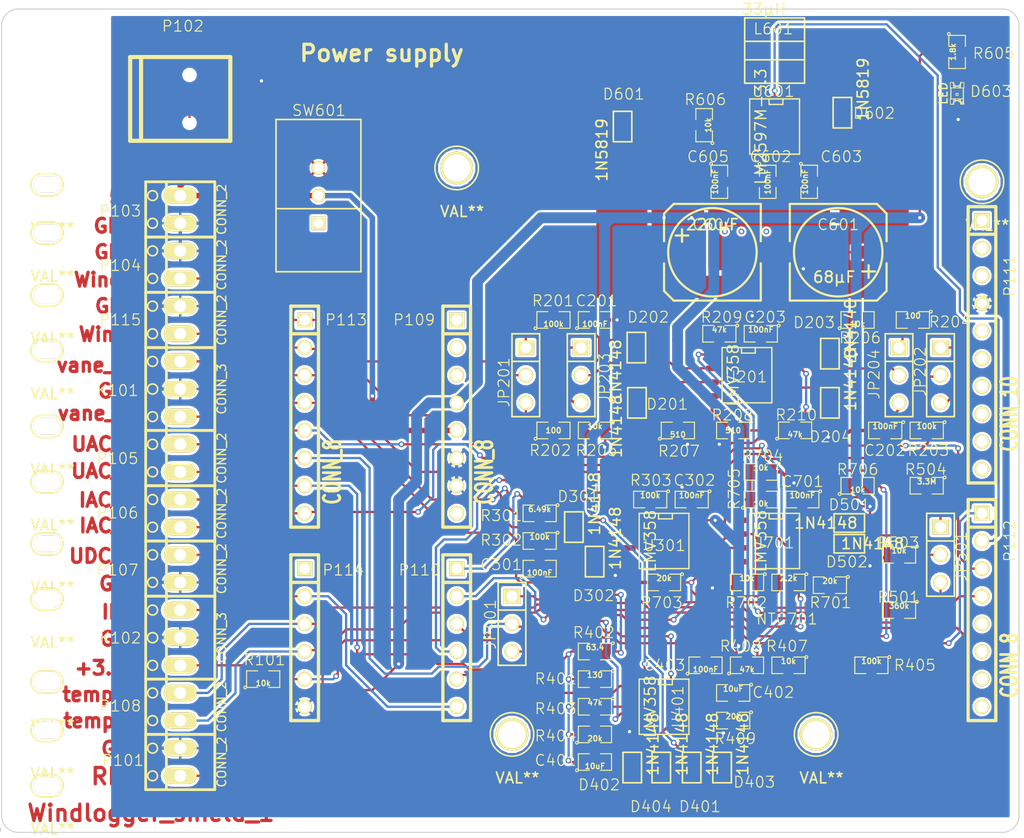
<source format=kicad_pcb>
(kicad_pcb (version 4) (host pcbnew 4.0.0~rc1a-stable)
  (title_block (title "widlogger shield v1") (rev A) (company "Wind Empowerment") (comment 1 Dessin:Girault) (comment 2 "Edit by gilles longuet"))
  (layers (0 F.Cu signal) (31 B.Cu signal) (34 B.Paste user) (35 F.Paste user) (36 B.SilkS user) (37 F.SilkS user) (38 B.Mask user) (39 F.Mask user) (44 Edge.Cuts user))
  (net 0 "")
  (net 1 +3.3V)
  (net 2 "/F1 Anemometre/Speed1")
  (net 3 "/F1 Anemometre/Speed2")
  (net 4 "/F1 Anemometre/Wind1")
  (net 5 "/F1 Anemometre/Wind2")
  (net 6 "/F2 Girouette/Udir")
  (net 7 "/F2 Girouette/vane_sig")
  (net 8 "/F2 Girouette/vane_v+")
  (net 9 "/F3 Wattmetre_AC/0-16A")
  (net 10 "/F3 Wattmetre_AC/0-32A")
  (net 11 "/F3 Wattmetre_AC/IAC")
  (net 12 "/F3 Wattmetre_AC/IAC_hi")
  (net 13 "/F3 Wattmetre_AC/IAC_lo")
  (net 14 "/F3 Wattmetre_AC/UAC_hi")
  (net 15 "/F3 Wattmetre_AC/UAC_lo")
  (net 16 "/F3 Wattmetre_AC/Ugrid")
  (net 17 "/F4 Wattmetre_DC/640V")
  (net 18 "/F4 Wattmetre_DC/64V")
  (net 19 "/F4 Wattmetre_DC/UDC_hi")
  (net 20 "/F4 Wattmetre_DC/Ubat")
  (net 21 "/F5 Temperature/Utemp")
  (net 22 "/F5 Temperature/temp_hi")
  (net 23 "/F5 Temperature/temp_lo")
  (net 24 "/F6 Alimentation/5V")
  (net 25 "/F6 Alimentation/5v_sw")
  (net 26 "/F6 Alimentation/Power_fail")
  (net 27 "/F6 Alimentation/vin_lm2597")
  (net 28 "/F6 Alimentation/vs1")
  (net 29 /IDC)
  (net 30 /RPM)
  (net 31 AGND)
  (net 32 "Net-(C201-Pad1)")
  (net 33 "Net-(C202-Pad1)")
  (net 34 "Net-(C301-Pad1)")
  (net 35 "Net-(C602-Pad1)")
  (net 36 "Net-(C603-Pad1)")
  (net 37 "Net-(D201-Pad1)")
  (net 38 "Net-(D203-Pad1)")
  (net 39 "Net-(D403-Pad1)")
  (net 40 "Net-(D501-Pad1)")
  (net 41 "Net-(D603-Pad1)")
  (net 42 "Net-(JP201-Pad1)")
  (net 43 "Net-(JP201-Pad3)")
  (net 44 "Net-(JP202-Pad1)")
  (net 45 "Net-(JP202-Pad3)")
  (net 46 "Net-(JP203-Pad1)")
  (net 47 "Net-(JP204-Pad1)")
  (net 48 "Net-(P102-Pad2)")
  (net 49 "Net-(P102-Pad3)")
  (net 50 "Net-(P102-Pad4)")
  (net 51 "Net-(P109-Pad1)")
  (net 52 "Net-(P109-Pad2)")
  (net 53 "Net-(P109-Pad3)")
  (net 54 "Net-(P109-Pad8)")
  (net 55 "Net-(P111-Pad1)")
  (net 56 "Net-(P111-Pad2)")
  (net 57 "Net-(P111-Pad3)")
  (net 58 "Net-(P111-Pad5)")
  (net 59 "Net-(P111-Pad6)")
  (net 60 "Net-(P111-Pad7)")
  (net 61 "Net-(P111-Pad8)")
  (net 62 "Net-(P111-Pad9)")
  (net 63 "Net-(P111-Pad10)")
  (net 64 "Net-(P112-Pad5)")
  (net 65 "Net-(P112-Pad6)")
  (net 66 "Net-(P112-Pad7)")
  (net 67 "Net-(P112-Pad8)")
  (net 68 "Net-(P114-Pad1)")
  (net 69 "Net-(R207-Pad1)")
  (net 70 "Net-(R208-Pad1)")
  (net 71 "Net-(R303-Pad1)")
  (net 72 "Net-(R702-Pad1)")
  (net 73 "Net-(R704-Pad2)")
  (net 74 "Net-(R705-Pad2)")
  (net 75 "Net-(SW601-Pad1)")
  (module USB_MINI_B (layer F.Cu) (at 107.343 74.304)
    (fp_text reference P102 (at 0.24 -6.69) (layer F.SilkS) (effects (font (thickness 0.1))))
    (fp_text value CONN_5 hide)
    (pad 1 smd rect (at 3.44932 -1.6002) (size 2.30124 0.50038) (layers F.Cu F.Paste F.Mask) (net 31 AGND))
    (pad 2 smd rect (at 3.44932 -0.8001) (size 2.30124 0.50038) (layers F.Cu F.Paste F.Mask) (net 48 "Net-(P102-Pad2)"))
    (pad 3 smd rect (at 3.44932 0) (size 2.30124 0.50038) (layers F.Cu F.Paste F.Mask) (net 49 "Net-(P102-Pad3)"))
    (pad 4 smd rect (at 3.44932 0.8001) (size 2.30124 0.50038) (layers F.Cu F.Paste F.Mask) (net 50 "Net-(P102-Pad4)"))
    (pad 5 smd rect (at 3.44932 1.6002) (size 2.30124 0.50038) (layers F.Cu F.Paste F.Mask) (net 24 "/F6 Alimentation/5V"))
    (pad 6 smd rect (at 3.35026 -4.45008) (size 2.49936 1.99898) (layers F.Cu F.Paste F.Mask))
    (pad 7 smd rect (at -2.14884 -4.45008) (size 2.49936 1.99898) (layers F.Cu F.Paste F.Mask))
    (pad 8 smd rect (at 3.35026 4.45008) (size 2.49936 1.99898) (layers F.Cu F.Paste F.Mask))
    (pad 9 smd rect (at -2.14884 4.45008) (size 2.49936 1.99898) (layers F.Cu F.Paste F.Mask))
    (pad "" np_thru_hole circle (at 0.8509 -2.19964) (size 0.89916 0.89916) (drill 0.89916) (layers *.Cu *.Mask F.SilkS))
    (pad 2 np_thru_hole circle (at 0.8509 2.19964) (size 0.89916 0.89916) (drill 0.89916) (layers *.Cu *.Mask F.SilkS) (net 48 "Net-(P102-Pad2)"))
  )
  (module SO8N (layer F.Cu) (at 159.413 99.704 270)
    (fp_text reference U201 (at 0.16 0.08 360) (layer F.SilkS) (effects (font (thickness 0.1))))
    (fp_text value LMV358 (at 0 1.27 270) (layer F.SilkS) (effects (font (size 1.016 1.016) (thickness 0.127))))
    (pad 8 smd rect (at -1.905 -3.175 270) (size 0.508 1.143) (layers F.Cu F.Paste F.Mask) (net 1 +3.3V))
    (pad 7 smd rect (at -0.635 -3.175 270) (size 0.508 1.143) (layers F.Cu F.Paste F.Mask) (net 3 "/F1 Anemometre/Speed2"))
    (pad 6 smd rect (at 0.635 -3.175 270) (size 0.508 1.143) (layers F.Cu F.Paste F.Mask) (net 38 "Net-(D203-Pad1)"))
    (pad 5 smd rect (at 1.905 -3.175 270) (size 0.508 1.143) (layers F.Cu F.Paste F.Mask) (net 70 "Net-(R208-Pad1)"))
    (pad 4 smd rect (at 1.905 3.175 270) (size 0.508 1.143) (layers F.Cu F.Paste F.Mask) (net 31 AGND))
    (pad 3 smd rect (at 0.635 3.175 270) (size 0.508 1.143) (layers F.Cu F.Paste F.Mask) (net 69 "Net-(R207-Pad1)"))
    (pad 2 smd rect (at -0.635 3.175 270) (size 0.508 1.143) (layers F.Cu F.Paste F.Mask) (net 37 "Net-(D201-Pad1)"))
    (pad 1 smd rect (at -1.905 3.175 270) (size 0.508 1.143) (layers F.Cu F.Paste F.Mask) (net 2 "/F1 Anemometre/Speed1"))
  )
  (module SO8N (layer F.Cu) (at 151.793 130.184 270)
    (fp_text reference U401 (at 0 -1.27 270) (layer F.SilkS) (effects (font (thickness 0.1))))
    (fp_text value LMV358 (at 0 1.27 270) (layer F.SilkS) (effects (font (size 1.016 1.016) (thickness 0.127))))
    (pad 8 smd rect (at -1.905 -3.175 270) (size 0.508 1.143) (layers F.Cu F.Paste F.Mask) (net 1 +3.3V))
    (pad 7 smd rect (at -0.635 -3.175 270) (size 0.508 1.143) (layers F.Cu F.Paste F.Mask) (net 16 "/F3 Wattmetre_AC/Ugrid"))
    (pad 6 smd rect (at 0.635 -3.175 270) (size 0.508 1.143) (layers F.Cu F.Paste F.Mask) (net 16 "/F3 Wattmetre_AC/Ugrid"))
    (pad 5 smd rect (at 1.905 -3.175 270) (size 0.508 1.143) (layers F.Cu F.Paste F.Mask) (net 39 "Net-(D403-Pad1)"))
    (pad 4 smd rect (at 1.905 3.175 270) (size 0.508 1.143) (layers F.Cu F.Paste F.Mask) (net 31 AGND))
    (pad 3 smd rect (at 0.635 3.175 270) (size 0.508 1.143) (layers F.Cu F.Paste F.Mask) (net 12 "/F3 Wattmetre_AC/IAC_hi"))
    (pad 2 smd rect (at -0.635 3.175 270) (size 0.508 1.143) (layers F.Cu F.Paste F.Mask) (net 11 "/F3 Wattmetre_AC/IAC"))
    (pad 1 smd rect (at -1.905 3.175 270) (size 0.508 1.143) (layers F.Cu F.Paste F.Mask) (net 11 "/F3 Wattmetre_AC/IAC"))
  )
  (module SO8N (layer F.Cu) (at 151.793 114.944 270)
    (fp_text reference U301 (at 0.42 -0.04 360) (layer F.SilkS) (effects (font (thickness 0.1))))
    (fp_text value LMV358 (at 0 1.27 270) (layer F.SilkS) (effects (font (size 1.016 1.016) (thickness 0.127))))
    (pad 8 smd rect (at -1.905 -3.175 270) (size 0.508 1.143) (layers F.Cu F.Paste F.Mask) (net 1 +3.3V))
    (pad 7 smd rect (at -0.635 -3.175 270) (size 0.508 1.143) (layers F.Cu F.Paste F.Mask) (net 20 "/F4 Wattmetre_DC/Ubat"))
    (pad 6 smd rect (at 0.635 -3.175 270) (size 0.508 1.143) (layers F.Cu F.Paste F.Mask) (net 20 "/F4 Wattmetre_DC/Ubat"))
    (pad 5 smd rect (at 1.905 -3.175 270) (size 0.508 1.143) (layers F.Cu F.Paste F.Mask) (net 40 "Net-(D501-Pad1)"))
    (pad 4 smd rect (at 1.905 3.175 270) (size 0.508 1.143) (layers F.Cu F.Paste F.Mask) (net 31 AGND))
    (pad 3 smd rect (at 0.635 3.175 270) (size 0.508 1.143) (layers F.Cu F.Paste F.Mask) (net 34 "Net-(C301-Pad1)"))
    (pad 2 smd rect (at -0.635 3.175 270) (size 0.508 1.143) (layers F.Cu F.Paste F.Mask) (net 71 "Net-(R303-Pad1)"))
    (pad 1 smd rect (at -1.905 3.175 270) (size 0.508 1.143) (layers F.Cu F.Paste F.Mask) (net 6 "/F2 Girouette/Udir"))
  )
  (module SO8N (layer F.Cu) (at 161.953 114.944 270)
    (fp_text reference U701 (at 0.17 0.12 360) (layer F.SilkS) (effects (font (thickness 0.1))))
    (fp_text value LMV358 (at 0 1.27 270) (layer F.SilkS) (effects (font (size 1.016 1.016) (thickness 0.127))))
    (pad 8 smd rect (at -1.905 -3.175 270) (size 0.508 1.143) (layers F.Cu F.Paste F.Mask) (net 1 +3.3V))
    (pad 7 smd rect (at -0.635 -3.175 270) (size 0.508 1.143) (layers F.Cu F.Paste F.Mask) (net 21 "/F5 Temperature/Utemp"))
    (pad 6 smd rect (at 0.635 -3.175 270) (size 0.508 1.143) (layers F.Cu F.Paste F.Mask) (net 74 "Net-(R705-Pad2)"))
    (pad 5 smd rect (at 1.905 -3.175 270) (size 0.508 1.143) (layers F.Cu F.Paste F.Mask) (net 22 "/F5 Temperature/temp_hi"))
    (pad 4 smd rect (at 1.905 3.175 270) (size 0.508 1.143) (layers F.Cu F.Paste F.Mask) (net 31 AGND))
    (pad 3 smd rect (at 0.635 3.175 270) (size 0.508 1.143) (layers F.Cu F.Paste F.Mask) (net 23 "/F5 Temperature/temp_lo"))
    (pad 2 smd rect (at -0.635 3.175 270) (size 0.508 1.143) (layers F.Cu F.Paste F.Mask) (net 72 "Net-(R702-Pad1)"))
    (pad 1 smd rect (at -1.905 3.175 270) (size 0.508 1.143) (layers F.Cu F.Paste F.Mask) (net 73 "Net-(R704-Pad2)"))
  )
  (module SO8N (layer F.Cu) (at 161.953 76.844 270)
    (fp_text reference U601 (at -3.23 0.12 360) (layer F.SilkS) (effects (font (thickness 0.1))))
    (fp_text value LM2597M-3.3 (at 0 1.27 270) (layer F.SilkS) (effects (font (size 1.016 1.016) (thickness 0.127))))
    (pad 8 smd rect (at -1.905 -3.175 270) (size 0.508 1.143) (layers F.Cu F.Paste F.Mask) (net 28 "/F6 Alimentation/vs1"))
    (pad 7 smd rect (at -0.635 -3.175 270) (size 0.508 1.143) (layers F.Cu F.Paste F.Mask) (net 27 "/F6 Alimentation/vin_lm2597"))
    (pad 6 smd rect (at 0.635 -3.175 270) (size 0.508 1.143) (layers F.Cu F.Paste F.Mask) (net 31 AGND))
    (pad 5 smd rect (at 1.905 -3.175 270) (size 0.508 1.143) (layers F.Cu F.Paste F.Mask) (net 36 "Net-(C603-Pad1)"))
    (pad 4 smd rect (at 1.905 3.175 270) (size 0.508 1.143) (layers F.Cu F.Paste F.Mask) (net 1 +3.3V))
    (pad 3 smd rect (at 0.635 3.175 270) (size 0.508 1.143) (layers F.Cu F.Paste F.Mask) (net 1 +3.3V))
    (pad 2 smd rect (at -0.635 3.175 270) (size 0.508 1.143) (layers F.Cu F.Paste F.Mask) (net 35 "Net-(C602-Pad1)"))
    (pad 1 smd rect (at -1.905 3.175 270) (size 0.508 1.143) (layers F.Cu F.Paste F.Mask) (net 26 "/F6 Alimentation/Power_fail"))
  )
  (module SMDHD_VF (layer F.Cu) (at 167.795 88.401 180)
    (fp_text reference C601 (at 0 2.54 180) (layer F.SilkS) (effects (font (thickness 0.1))))
    (fp_text value 68µF (at 0.381 -2.286 180) (layer F.SilkS) (effects (font (size 1.016 1.016) (thickness 0.15748))))
    (fp_text user + (at -2.794 -1.651 180) (layer F.SilkS) (effects (font (thickness 0.2032))))
    (pad 1 smd rect (at -3.175 0 180) (size 3.79984 1.19888) (layers F.Cu F.Paste F.Mask) (net 27 "/F6 Alimentation/vin_lm2597"))
    (pad 2 smd rect (at 3.175 0 180) (size 3.79984 1.19888) (layers F.Cu F.Paste F.Mask) (net 31 AGND))
  )
  (module SMDHD_VF (layer F.Cu) (at 156.238 88.401)
    (fp_text reference C604 (at 0.095 -2.537) (layer F.SilkS) (effects (font (thickness 0.1))))
    (fp_text value 220µF (at 0 -2.54) (layer F.SilkS) (effects (font (size 1.016 1.016) (thickness 0.15748))))
    (fp_text user + (at -2.794 -1.651) (layer F.SilkS) (effects (font (thickness 0.2032))))
    (pad 1 smd rect (at -3.175 0) (size 3.79984 1.19888) (layers F.Cu F.Paste F.Mask) (net 1 +3.3V))
    (pad 2 smd rect (at 3.175 0) (size 3.79984 1.19888) (layers F.Cu F.Paste F.Mask) (net 31 AGND))
  )
  (module SM0805 (layer F.Cu) (at 164.493 111.134 180)
    (fp_text reference C701 (at -0.0355 1.66 180) (layer F.SilkS) (effects (font (thickness 0.1))))
    (fp_text value 100nF (at 0 0.381 180) (layer F.SilkS) (effects (font (size 0.50038 0.50038) (thickness 0.10922))))
    (pad 1 smd rect (at -0.9525 0 180) (size 0.889 1.397) (layers F.Cu F.Paste F.Mask) (net 1 +3.3V))
    (pad 2 smd rect (at 0.9525 0 180) (size 0.889 1.397) (layers F.Cu F.Paste F.Mask) (net 31 AGND))
  )
  (module SM0805 (layer F.Cu) (at 158.143 131.454 180)
    (fp_text reference R409 (at -0.19 -1.66 180) (layer F.SilkS) (effects (font (thickness 0.1))))
    (fp_text value 20k (at 0 0.381 180) (layer F.SilkS) (effects (font (size 0.50038 0.50038) (thickness 0.10922))))
    (pad 1 smd rect (at -0.9525 0 180) (size 0.889 1.397) (layers F.Cu F.Paste F.Mask) (net 15 "/F3 Wattmetre_AC/UAC_lo"))
    (pad 2 smd rect (at 0.9525 0 180) (size 0.889 1.397) (layers F.Cu F.Paste F.Mask) (net 31 AGND))
  )
  (module SM0805 (layer F.Cu) (at 167.033 119.008 180)
    (fp_text reference R701 (at -0.05 -1.606 180) (layer F.SilkS) (effects (font (thickness 0.1))))
    (fp_text value 20k (at 0 0.381 180) (layer F.SilkS) (effects (font (size 0.50038 0.50038) (thickness 0.10922))))
    (pad 1 smd rect (at -0.9525 0 180) (size 0.889 1.397) (layers F.Cu F.Paste F.Mask) (net 1 +3.3V))
    (pad 2 smd rect (at 0.9525 0 180) (size 0.889 1.397) (layers F.Cu F.Paste F.Mask) (net 22 "/F5 Temperature/temp_hi"))
  )
  (module SM0805 (layer F.Cu) (at 151.793 118.754 180)
    (fp_text reference R703 (at 0.21 -1.86 180) (layer F.SilkS) (effects (font (thickness 0.1))))
    (fp_text value 20k (at 0 0.381 180) (layer F.SilkS) (effects (font (size 0.50038 0.50038) (thickness 0.10922))))
    (pad 1 smd rect (at -0.9525 0 180) (size 0.889 1.397) (layers F.Cu F.Paste F.Mask) (net 23 "/F5 Temperature/temp_lo"))
    (pad 2 smd rect (at 0.9525 0 180) (size 0.889 1.397) (layers F.Cu F.Paste F.Mask) (net 31 AGND))
  )
  (module SM0805 (layer F.Cu) (at 159.413 118.754 180)
    (fp_text reference R702 (at 0.08 -1.86 180) (layer F.SilkS) (effects (font (thickness 0.1))))
    (fp_text value 10k (at 0 0.381 180) (layer F.SilkS) (effects (font (size 0.50038 0.50038) (thickness 0.10922))))
    (pad 1 smd rect (at -0.9525 0 180) (size 0.889 1.397) (layers F.Cu F.Paste F.Mask) (net 72 "Net-(R702-Pad1)"))
    (pad 2 smd rect (at 0.9525 0 180) (size 0.889 1.397) (layers F.Cu F.Paste F.Mask) (net 31 AGND))
  )
  (module SM0805 (layer F.Cu) (at 170.843 126.374 180)
    (fp_text reference R405 (at -3.99 0.01 180) (layer F.SilkS) (effects (font (thickness 0.1))))
    (fp_text value 100k (at 0 0.381 180) (layer F.SilkS) (effects (font (size 0.50038 0.50038) (thickness 0.10922))))
    (pad 1 smd rect (at -0.9525 0 180) (size 0.889 1.397) (layers F.Cu F.Paste F.Mask) (net 14 "/F3 Wattmetre_AC/UAC_hi"))
    (pad 2 smd rect (at 0.9525 0 180) (size 0.889 1.397) (layers F.Cu F.Paste F.Mask) (net 39 "Net-(D403-Pad1)"))
  )
  (module SM0805 (layer F.Cu) (at 155.603 126.374)
    (fp_text reference C403 (at -3.77 -0.01) (layer F.SilkS) (effects (font (thickness 0.1))))
    (fp_text value 100nF (at 0 0.381) (layer F.SilkS) (effects (font (size 0.50038 0.50038) (thickness 0.10922))))
    (pad 1 smd rect (at -0.9525 0) (size 0.889 1.397) (layers F.Cu F.Paste F.Mask) (net 1 +3.3V))
    (pad 2 smd rect (at 0.9525 0) (size 0.889 1.397) (layers F.Cu F.Paste F.Mask) (net 31 AGND))
  )
  (module SM0805 (layer F.Cu) (at 145.443 125.104 180)
    (fp_text reference R402 (at 0.11 1.74 180) (layer F.SilkS) (effects (font (thickness 0.1))))
    (fp_text value 63.4 (at 0 0.381 180) (layer F.SilkS) (effects (font (size 0.50038 0.50038) (thickness 0.10922))))
    (pad 1 smd rect (at -0.9525 0 180) (size 0.889 1.397) (layers F.Cu F.Paste F.Mask) (net 10 "/F3 Wattmetre_AC/0-32A"))
    (pad 2 smd rect (at 0.9525 0 180) (size 0.889 1.397) (layers F.Cu F.Paste F.Mask) (net 13 "/F3 Wattmetre_AC/IAC_lo"))
  )
  (module SM0805 (layer F.Cu) (at 160.683 108.594 180)
    (fp_text reference R704 (at -0.15 1.48 180) (layer F.SilkS) (effects (font (thickness 0.1))))
    (fp_text value 10k (at 0 0.381 180) (layer F.SilkS) (effects (font (size 0.50038 0.50038) (thickness 0.10922))))
    (pad 1 smd rect (at -0.9525 0 180) (size 0.889 1.397) (layers F.Cu F.Paste F.Mask) (net 31 AGND))
    (pad 2 smd rect (at 0.9525 0 180) (size 0.889 1.397) (layers F.Cu F.Paste F.Mask) (net 73 "Net-(R704-Pad2)"))
  )
  (module SM0805 (layer F.Cu) (at 160.683 111.134)
    (fp_text reference R705 (at -2.441 -0.9615 90) (layer F.SilkS) (effects (font (thickness 0.1))))
    (fp_text value 10k (at 0 0.381) (layer F.SilkS) (effects (font (size 0.50038 0.50038) (thickness 0.10922))))
    (pad 1 smd rect (at -0.9525 0) (size 0.889 1.397) (layers F.Cu F.Paste F.Mask) (net 73 "Net-(R704-Pad2)"))
    (pad 2 smd rect (at 0.9525 0) (size 0.889 1.397) (layers F.Cu F.Paste F.Mask) (net 74 "Net-(R705-Pad2)"))
  )
  (module SM0805 (layer F.Cu) (at 169.573 109.864)
    (fp_text reference R706 (at 0.01 -1.5) (layer F.SilkS) (effects (font (thickness 0.1))))
    (fp_text value 10k (at 0 0.381) (layer F.SilkS) (effects (font (size 0.50038 0.50038) (thickness 0.10922))))
    (pad 1 smd rect (at -0.9525 0) (size 0.889 1.397) (layers F.Cu F.Paste F.Mask) (net 74 "Net-(R705-Pad2)"))
    (pad 2 smd rect (at 0.9525 0) (size 0.889 1.397) (layers F.Cu F.Paste F.Mask) (net 21 "/F5 Temperature/Utemp"))
  )
  (module SM0805 (layer F.Cu) (at 145.443 135.264)
    (fp_text reference C401 (at -3.61 -0.15) (layer F.SilkS) (effects (font (thickness 0.1))))
    (fp_text value 10uF (at 0 0.381) (layer F.SilkS) (effects (font (size 0.50038 0.50038) (thickness 0.10922))))
    (pad 1 smd rect (at -0.9525 0) (size 0.889 1.397) (layers F.Cu F.Paste F.Mask) (net 13 "/F3 Wattmetre_AC/IAC_lo"))
    (pad 2 smd rect (at 0.9525 0) (size 0.889 1.397) (layers F.Cu F.Paste F.Mask) (net 31 AGND))
  )
  (module SM0805 (layer F.Cu) (at 145.443 132.724)
    (fp_text reference R404 (at -3.61 0.14) (layer F.SilkS) (effects (font (thickness 0.1))))
    (fp_text value 20k (at 0 0.381) (layer F.SilkS) (effects (font (size 0.50038 0.50038) (thickness 0.10922))))
    (pad 1 smd rect (at -0.9525 0) (size 0.889 1.397) (layers F.Cu F.Paste F.Mask) (net 13 "/F3 Wattmetre_AC/IAC_lo"))
    (pad 2 smd rect (at 0.9525 0) (size 0.889 1.397) (layers F.Cu F.Paste F.Mask) (net 31 AGND))
  )
  (module SM0805 (layer F.Cu) (at 145.443 130.184 180)
    (fp_text reference R403 (at 3.61 -0.18 180) (layer F.SilkS) (effects (font (thickness 0.1))))
    (fp_text value 47k (at 0 0.381 180) (layer F.SilkS) (effects (font (size 0.50038 0.50038) (thickness 0.10922))))
    (pad 1 smd rect (at -0.9525 0 180) (size 0.889 1.397) (layers F.Cu F.Paste F.Mask) (net 1 +3.3V))
    (pad 2 smd rect (at 0.9525 0 180) (size 0.889 1.397) (layers F.Cu F.Paste F.Mask) (net 13 "/F3 Wattmetre_AC/IAC_lo"))
  )
  (module SM0805 (layer F.Cu) (at 145.443 127.644 180)
    (fp_text reference R401 (at 3.61 0.03 180) (layer F.SilkS) (effects (font (thickness 0.1))))
    (fp_text value 130 (at 0 0.381 180) (layer F.SilkS) (effects (font (size 0.50038 0.50038) (thickness 0.10922))))
    (pad 1 smd rect (at -0.9525 0 180) (size 0.889 1.397) (layers F.Cu F.Paste F.Mask) (net 9 "/F3 Wattmetre_AC/0-16A"))
    (pad 2 smd rect (at 0.9525 0 180) (size 0.889 1.397) (layers F.Cu F.Paste F.Mask) (net 13 "/F3 Wattmetre_AC/IAC_lo"))
  )
  (module SM0805 (layer F.Cu) (at 161.318 81.924 270)
    (fp_text reference C602 (at -2.31 -0.265 360) (layer F.SilkS) (effects (font (thickness 0.1))))
    (fp_text value 100nF (at 0 0 270) (layer F.SilkS) (effects (font (size 0.50038 0.50038) (thickness 0.10922))))
    (pad 1 smd rect (at -0.9525 0 270) (size 0.889 1.397) (layers F.Cu F.Paste F.Mask) (net 35 "Net-(C602-Pad1)"))
    (pad 2 smd rect (at 0.9525 0 270) (size 0.889 1.397) (layers F.Cu F.Paste F.Mask) (net 31 AGND))
  )
  (module SM0805 (layer F.Cu) (at 173.383 116.214 180)
    (fp_text reference R503 (at 0.05 1.1 180) (layer F.SilkS) (effects (font (thickness 0.1))))
    (fp_text value 10k (at 0 0.381 180) (layer F.SilkS) (effects (font (size 0.50038 0.50038) (thickness 0.10922))))
    (pad 1 smd rect (at -0.9525 0 180) (size 0.889 1.397) (layers F.Cu F.Paste F.Mask) (net 40 "Net-(D501-Pad1)"))
    (pad 2 smd rect (at 0.9525 0 180) (size 0.889 1.397) (layers F.Cu F.Paste F.Mask) (net 31 AGND))
  )
  (module SM0805 (layer F.Cu) (at 163.223 118.754 180)
    (fp_text reference NTC701 (at 0.14 -3.36 180) (layer F.SilkS) (effects (font (thickness 0.1))))
    (fp_text value 2.2k (at 0 0.381 180) (layer F.SilkS) (effects (font (size 0.50038 0.50038) (thickness 0.10922))))
    (pad 1 smd rect (at -0.9525 0 180) (size 0.889 1.397) (layers F.Cu F.Paste F.Mask) (net 22 "/F5 Temperature/temp_hi"))
    (pad 2 smd rect (at 0.9525 0 180) (size 0.889 1.397) (layers F.Cu F.Paste F.Mask) (net 23 "/F5 Temperature/temp_lo"))
  )
  (module SM0805 (layer F.Cu) (at 173.383 121.294 180)
    (fp_text reference R501 (at 0.05 1.18 180) (layer F.SilkS) (effects (font (thickness 0.1))))
    (fp_text value 360k (at 0 0.381 180) (layer F.SilkS) (effects (font (size 0.50038 0.50038) (thickness 0.10922))))
    (pad 1 smd rect (at -0.9525 0 180) (size 0.889 1.397) (layers F.Cu F.Paste F.Mask) (net 18 "/F4 Wattmetre_DC/64V"))
    (pad 2 smd rect (at 0.9525 0 180) (size 0.889 1.397) (layers F.Cu F.Paste F.Mask) (net 40 "Net-(D501-Pad1)"))
  )
  (module SM0805 (layer F.Cu) (at 175.923 109.864 180)
    (fp_text reference R504 (at 0.09 1.5 180) (layer F.SilkS) (effects (font (thickness 0.1))))
    (fp_text value 3.3M (at 0 0.381 180) (layer F.SilkS) (effects (font (size 0.50038 0.50038) (thickness 0.10922))))
    (pad 1 smd rect (at -0.9525 0 180) (size 0.889 1.397) (layers F.Cu F.Paste F.Mask) (net 17 "/F4 Wattmetre_DC/640V"))
    (pad 2 smd rect (at 0.9525 0 180) (size 0.889 1.397) (layers F.Cu F.Paste F.Mask) (net 40 "Net-(D501-Pad1)"))
  )
  (module SM0805 (layer F.Cu) (at 155.476 76.717 90)
    (fp_text reference R606 (at 2.353 0.107 180) (layer F.SilkS) (effects (font (thickness 0.1))))
    (fp_text value 10k (at 0 0.381 90) (layer F.SilkS) (effects (font (size 0.50038 0.50038) (thickness 0.10922))))
    (pad 1 smd rect (at -0.9525 0 90) (size 0.889 1.397) (layers F.Cu F.Paste F.Mask) (net 1 +3.3V))
    (pad 2 smd rect (at 0.9525 0 90) (size 0.889 1.397) (layers F.Cu F.Paste F.Mask) (net 26 "/F6 Alimentation/Power_fail"))
  )
  (module SM0805 (layer F.Cu) (at 156.873 81.924 270)
    (fp_text reference C605 (at -2.31 1.04 360) (layer F.SilkS) (effects (font (thickness 0.1))))
    (fp_text value 100nF (at 0 0.381 270) (layer F.SilkS) (effects (font (size 0.50038 0.50038) (thickness 0.10922))))
    (pad 1 smd rect (at -0.9525 0 270) (size 0.889 1.397) (layers F.Cu F.Paste F.Mask) (net 1 +3.3V))
    (pad 2 smd rect (at 0.9525 0 270) (size 0.889 1.397) (layers F.Cu F.Paste F.Mask) (net 31 AGND))
  )
  (module SM0805 (layer F.Cu) (at 178.717 69.986 270)
    (fp_text reference R605 (at 0.128 -3.366 360) (layer F.SilkS) (effects (font (thickness 0.1))))
    (fp_text value 1.8k (at 0 0.381 270) (layer F.SilkS) (effects (font (size 0.50038 0.50038) (thickness 0.10922))))
    (pad 1 smd rect (at -0.9525 0 270) (size 0.889 1.397) (layers F.Cu F.Paste F.Mask) (net 1 +3.3V))
    (pad 2 smd rect (at 0.9525 0 270) (size 0.889 1.397) (layers F.Cu F.Paste F.Mask) (net 41 "Net-(D603-Pad1)"))
  )
  (module SM0805 (layer F.Cu) (at 165.128 81.924 270)
    (fp_text reference C603 (at -2.31 -2.955 360) (layer F.SilkS) (effects (font (thickness 0.1))))
    (fp_text value 100nF (at 0 0.381 270) (layer F.SilkS) (effects (font (size 0.50038 0.50038) (thickness 0.10922))))
    (pad 1 smd rect (at -0.9525 0 270) (size 0.889 1.397) (layers F.Cu F.Paste F.Mask) (net 36 "Net-(C603-Pad1)"))
    (pad 2 smd rect (at 0.9525 0 270) (size 0.889 1.397) (layers F.Cu F.Paste F.Mask) (net 31 AGND))
  )
  (module SM0805 (layer F.Cu) (at 169.573 94.624)
    (fp_text reference R206 (at 0.226 1.642) (layer F.SilkS) (effects (font (thickness 0.1))))
    (fp_text value 10k (at 0 0.381) (layer F.SilkS) (effects (font (size 0.50038 0.50038) (thickness 0.10922))))
    (pad 1 smd rect (at -0.9525 0) (size 0.889 1.397) (layers F.Cu F.Paste F.Mask) (net 1 +3.3V))
    (pad 2 smd rect (at 0.9525 0) (size 0.889 1.397) (layers F.Cu F.Paste F.Mask) (net 47 "Net-(JP204-Pad1)"))
  )
  (module SM0805 (layer F.Cu) (at 163.83 104.775)
    (fp_text reference R210 (at 0.11 -1.42) (layer F.SilkS) (effects (font (thickness 0.1))))
    (fp_text value 47k (at 0 0.381) (layer F.SilkS) (effects (font (size 0.50038 0.50038) (thickness 0.10922))))
    (pad 1 smd rect (at -0.9525 0) (size 0.889 1.397) (layers F.Cu F.Paste F.Mask) (net 70 "Net-(R208-Pad1)"))
    (pad 2 smd rect (at 0.9525 0) (size 0.889 1.397) (layers F.Cu F.Paste F.Mask) (net 3 "/F1 Anemometre/Speed2"))
  )
  (module SM0805 (layer F.Cu) (at 160.683 95.894 180)
    (fp_text reference C203 (at -0.4 1.53 180) (layer F.SilkS) (effects (font (thickness 0.1))))
    (fp_text value 100nF (at 0 0.381 180) (layer F.SilkS) (effects (font (size 0.50038 0.50038) (thickness 0.10922))))
    (pad 1 smd rect (at -0.9525 0 180) (size 0.889 1.397) (layers F.Cu F.Paste F.Mask) (net 1 +3.3V))
    (pad 2 smd rect (at 0.9525 0 180) (size 0.889 1.397) (layers F.Cu F.Paste F.Mask) (net 31 AGND))
  )
  (module SM0805 (layer F.Cu) (at 158.143 104.784 180)
    (fp_text reference R208 (at 0.06 1.42 180) (layer F.SilkS) (effects (font (thickness 0.1))))
    (fp_text value 510 (at 0 0 180) (layer F.SilkS) (effects (font (size 0.50038 0.50038) (thickness 0.10922))))
    (pad 1 smd rect (at -0.9525 0 180) (size 0.889 1.397) (layers F.Cu F.Paste F.Mask) (net 70 "Net-(R208-Pad1)"))
    (pad 2 smd rect (at 0.9525 0 180) (size 0.889 1.397) (layers F.Cu F.Paste F.Mask) (net 31 AGND))
  )
  (module SM0805 (layer F.Cu) (at 156.873 95.894 180)
    (fp_text reference R209 (at -0.21 1.53 180) (layer F.SilkS) (effects (font (thickness 0.1))))
    (fp_text value 47k (at 0 0.381 180) (layer F.SilkS) (effects (font (size 0.50038 0.50038) (thickness 0.10922))))
    (pad 1 smd rect (at -0.9525 0 180) (size 0.889 1.397) (layers F.Cu F.Paste F.Mask) (net 69 "Net-(R207-Pad1)"))
    (pad 2 smd rect (at 0.9525 0 180) (size 0.889 1.397) (layers F.Cu F.Paste F.Mask) (net 2 "/F1 Anemometre/Speed1"))
  )
  (module SM0805 (layer F.Cu) (at 153.063 104.784)
    (fp_text reference R207 (at 0.099 1.896) (layer F.SilkS) (effects (font (thickness 0.1))))
    (fp_text value 510 (at 0 0.381) (layer F.SilkS) (effects (font (size 0.50038 0.50038) (thickness 0.10922))))
    (pad 1 smd rect (at -0.9525 0) (size 0.889 1.397) (layers F.Cu F.Paste F.Mask) (net 69 "Net-(R207-Pad1)"))
    (pad 2 smd rect (at 0.9525 0) (size 0.889 1.397) (layers F.Cu F.Paste F.Mask) (net 31 AGND))
  )
  (module SM0805 (layer F.Cu) (at 145.443 94.624)
    (fp_text reference C201 (at 0.14 -1.76) (layer F.SilkS) (effects (font (thickness 0.1))))
    (fp_text value 100nF (at 0 0.381) (layer F.SilkS) (effects (font (size 0.50038 0.50038) (thickness 0.10922))))
    (pad 1 smd rect (at -0.9525 0) (size 0.889 1.397) (layers F.Cu F.Paste F.Mask) (net 32 "Net-(C201-Pad1)"))
    (pad 2 smd rect (at 0.9525 0) (size 0.889 1.397) (layers F.Cu F.Paste F.Mask) (net 31 AGND))
  )
  (module SM0805 (layer F.Cu) (at 141.633 94.624)
    (fp_text reference R201 (at -0.05 -1.76) (layer F.SilkS) (effects (font (thickness 0.1))))
    (fp_text value 100k (at 0 0.381) (layer F.SilkS) (effects (font (size 0.50038 0.50038) (thickness 0.10922))))
    (pad 1 smd rect (at -0.9525 0) (size 0.889 1.397) (layers F.Cu F.Paste F.Mask) (net 42 "Net-(JP201-Pad1)"))
    (pad 2 smd rect (at 0.9525 0) (size 0.889 1.397) (layers F.Cu F.Paste F.Mask) (net 32 "Net-(C201-Pad1)"))
  )
  (module SM0805 (layer F.Cu) (at 175.923 104.784 180)
    (fp_text reference R203 (at -0.16 -1.83 180) (layer F.SilkS) (effects (font (thickness 0.1))))
    (fp_text value 100k (at 0 0.381 180) (layer F.SilkS) (effects (font (size 0.50038 0.50038) (thickness 0.10922))))
    (pad 1 smd rect (at -0.9525 0 180) (size 0.889 1.397) (layers F.Cu F.Paste F.Mask) (net 44 "Net-(JP202-Pad1)"))
    (pad 2 smd rect (at 0.9525 0 180) (size 0.889 1.397) (layers F.Cu F.Paste F.Mask) (net 33 "Net-(C202-Pad1)"))
  )
  (module SM0805 (layer F.Cu) (at 145.443 104.784 180)
    (fp_text reference R205 (at -0.14 -1.83 180) (layer F.SilkS) (effects (font (thickness 0.1))))
    (fp_text value 10k (at 0 0.381 180) (layer F.SilkS) (effects (font (size 0.50038 0.50038) (thickness 0.10922))))
    (pad 1 smd rect (at -0.9525 0 180) (size 0.889 1.397) (layers F.Cu F.Paste F.Mask) (net 1 +3.3V))
    (pad 2 smd rect (at 0.9525 0 180) (size 0.889 1.397) (layers F.Cu F.Paste F.Mask) (net 46 "Net-(JP203-Pad1)"))
  )
  (module SM0805 (layer F.Cu) (at 114.963 127.644)
    (fp_text reference R101 (at 0.12 -1.78) (layer F.SilkS) (effects (font (thickness 0.1))))
    (fp_text value 10k (at 0 0.381) (layer F.SilkS) (effects (font (size 0.50038 0.50038) (thickness 0.10922))))
    (pad 1 smd rect (at -0.9525 0) (size 0.889 1.397) (layers F.Cu F.Paste F.Mask) (net 1 +3.3V))
    (pad 2 smd rect (at 0.9525 0) (size 0.889 1.397) (layers F.Cu F.Paste F.Mask) (net 30 /RPM))
  )
  (module SM0805 (layer F.Cu) (at 172.113 104.784 180)
    (fp_text reference C202 (at 0.03 -1.83 180) (layer F.SilkS) (effects (font (thickness 0.1))))
    (fp_text value 100nF (at 0 0.381 180) (layer F.SilkS) (effects (font (size 0.50038 0.50038) (thickness 0.10922))))
    (pad 1 smd rect (at -0.9525 0 180) (size 0.889 1.397) (layers F.Cu F.Paste F.Mask) (net 33 "Net-(C202-Pad1)"))
    (pad 2 smd rect (at 0.9525 0 180) (size 0.889 1.397) (layers F.Cu F.Paste F.Mask) (net 31 AGND))
  )
  (module SM0805 (layer F.Cu) (at 141.633 104.784)
    (fp_text reference R202 (at -0.3 1.83) (layer F.SilkS) (effects (font (thickness 0.1))))
    (fp_text value 100 (at 0 0) (layer F.SilkS) (effects (font (size 0.50038 0.50038) (thickness 0.10922))))
    (pad 1 smd rect (at -0.9525 0) (size 0.889 1.397) (layers F.Cu F.Paste F.Mask) (net 43 "Net-(JP201-Pad3)"))
    (pad 2 smd rect (at 0.9525 0) (size 0.889 1.397) (layers F.Cu F.Paste F.Mask) (net 46 "Net-(JP203-Pad1)"))
  )
  (module SM0805 (layer F.Cu) (at 174.653 94.624 180)
    (fp_text reference R204 (at -3.401 -0.1815 180) (layer F.SilkS) (effects (font (thickness 0.1))))
    (fp_text value 100 (at 0 0.381 180) (layer F.SilkS) (effects (font (size 0.50038 0.50038) (thickness 0.10922))))
    (pad 1 smd rect (at -0.9525 0 180) (size 0.889 1.397) (layers F.Cu F.Paste F.Mask) (net 45 "Net-(JP202-Pad3)"))
    (pad 2 smd rect (at 0.9525 0 180) (size 0.889 1.397) (layers F.Cu F.Paste F.Mask) (net 47 "Net-(JP204-Pad1)"))
  )
  (module SM0805 (layer F.Cu) (at 140.363 112.404 180)
    (fp_text reference R301 (at 3.53 -0.21 180) (layer F.SilkS) (effects (font (thickness 0.1))))
    (fp_text value 6.49k (at 0 0.381 180) (layer F.SilkS) (effects (font (size 0.50038 0.50038) (thickness 0.10922))))
    (pad 1 smd rect (at -0.9525 0 180) (size 0.889 1.397) (layers F.Cu F.Paste F.Mask) (net 1 +3.3V))
    (pad 2 smd rect (at 0.9525 0 180) (size 0.889 1.397) (layers F.Cu F.Paste F.Mask) (net 8 "/F2 Girouette/vane_v+"))
  )
  (module SM0805 (layer F.Cu) (at 140.363 117.484)
    (fp_text reference C301 (at -3.53 -0.37) (layer F.SilkS) (effects (font (thickness 0.1))))
    (fp_text value 100nF (at 0 0.381) (layer F.SilkS) (effects (font (size 0.50038 0.50038) (thickness 0.10922))))
    (pad 1 smd rect (at -0.9525 0) (size 0.889 1.397) (layers F.Cu F.Paste F.Mask) (net 34 "Net-(C301-Pad1)"))
    (pad 2 smd rect (at 0.9525 0) (size 0.889 1.397) (layers F.Cu F.Paste F.Mask) (net 31 AGND))
  )
  (module SM0805 (layer F.Cu) (at 154.333 111.134 180)
    (fp_text reference C302 (at -0.25 1.77 180) (layer F.SilkS) (effects (font (thickness 0.1))))
    (fp_text value 100nF (at 0 0.381 180) (layer F.SilkS) (effects (font (size 0.50038 0.50038) (thickness 0.10922))))
    (pad 1 smd rect (at -0.9525 0 180) (size 0.889 1.397) (layers F.Cu F.Paste F.Mask) (net 1 +3.3V))
    (pad 2 smd rect (at 0.9525 0 180) (size 0.889 1.397) (layers F.Cu F.Paste F.Mask) (net 31 AGND))
  )
  (module SM0805 (layer F.Cu) (at 158.143 128.914 180)
    (fp_text reference C402 (at -3.69 0.05 180) (layer F.SilkS) (effects (font (thickness 0.1))))
    (fp_text value 10uF (at 0 0.381 180) (layer F.SilkS) (effects (font (size 0.50038 0.50038) (thickness 0.10922))))
    (pad 1 smd rect (at -0.9525 0 180) (size 0.889 1.397) (layers F.Cu F.Paste F.Mask) (net 15 "/F3 Wattmetre_AC/UAC_lo"))
    (pad 2 smd rect (at 0.9525 0 180) (size 0.889 1.397) (layers F.Cu F.Paste F.Mask) (net 31 AGND))
  )
  (module SM0805 (layer F.Cu) (at 140.363 114.944 180)
    (fp_text reference R302 (at 3.53 0.08 180) (layer F.SilkS) (effects (font (thickness 0.1))))
    (fp_text value 100k (at 0 0.381 180) (layer F.SilkS) (effects (font (size 0.50038 0.50038) (thickness 0.10922))))
    (pad 1 smd rect (at -0.9525 0 180) (size 0.889 1.397) (layers F.Cu F.Paste F.Mask) (net 7 "/F2 Girouette/vane_sig"))
    (pad 2 smd rect (at 0.9525 0 180) (size 0.889 1.397) (layers F.Cu F.Paste F.Mask) (net 34 "Net-(C301-Pad1)"))
  )
  (module SM0805 (layer F.Cu) (at 150.523 111.134 180)
    (fp_text reference R303 (at -0.06 1.77 180) (layer F.SilkS) (effects (font (thickness 0.1))))
    (fp_text value 100k (at 0 0.381 180) (layer F.SilkS) (effects (font (size 0.50038 0.50038) (thickness 0.10922))))
    (pad 1 smd rect (at -0.9525 0 180) (size 0.889 1.397) (layers F.Cu F.Paste F.Mask) (net 71 "Net-(R303-Pad1)"))
    (pad 2 smd rect (at 0.9525 0 180) (size 0.889 1.397) (layers F.Cu F.Paste F.Mask) (net 6 "/F2 Girouette/Udir"))
  )
  (module SM0805 (layer F.Cu) (at 163.223 126.374 180)
    (fp_text reference R407 (at 0.14 1.76 180) (layer F.SilkS) (effects (font (thickness 0.1))))
    (fp_text value 10k (at 0 0.381 180) (layer F.SilkS) (effects (font (size 0.50038 0.50038) (thickness 0.10922))))
    (pad 1 smd rect (at -0.9525 0 180) (size 0.889 1.397) (layers F.Cu F.Paste F.Mask) (net 39 "Net-(D403-Pad1)"))
    (pad 2 smd rect (at 0.9525 0 180) (size 0.889 1.397) (layers F.Cu F.Paste F.Mask) (net 15 "/F3 Wattmetre_AC/UAC_lo"))
  )
  (module SM0805 (layer F.Cu) (at 159.413 126.374)
    (fp_text reference R408 (at -0.58 -1.76) (layer F.SilkS) (effects (font (thickness 0.1))))
    (fp_text value 47k (at 0 0.381) (layer F.SilkS) (effects (font (size 0.50038 0.50038) (thickness 0.10922))))
    (pad 1 smd rect (at -0.9525 0) (size 0.889 1.397) (layers F.Cu F.Paste F.Mask) (net 1 +3.3V))
    (pad 2 smd rect (at 0.9525 0) (size 0.889 1.397) (layers F.Cu F.Paste F.Mask) (net 15 "/F3 Wattmetre_AC/UAC_lo"))
  )
  (module LED-0805 (layer F.Cu) (at 178.717 73.796 270)
    (fp_text reference D603 (at -0.182 -3.116 360) (layer F.SilkS) (effects (font (thickness 0.1))))
    (fp_text value LED (at 0 1.27 270) (layer F.SilkS) (effects (font (size 0.762 0.762) (thickness 0.127))))
    (pad 1 smd rect (at -1.04902 0 270) (size 1.19888 1.19888) (layers F.Cu F.Paste F.Mask) (net 41 "Net-(D603-Pad1)"))
    (pad 2 smd rect (at 1.04902 0 270) (size 1.19888 1.19888) (layers F.Cu F.Paste F.Mask) (net 31 AGND))
  )
  (module Bobine_cms (layer F.Cu) (at 161.953 69.859)
    (fp_text reference L601 (at -0.12 -1.995) (layer F.SilkS) (effects (font (thickness 0.1))))
    (fp_text value 33µH (at -0.95 -3.8) (layer F.SilkS))
    (pad 1 smd rect (at 1.95 0) (size 1.4 1.4) (layers F.Cu F.Paste F.Mask) (net 28 "/F6 Alimentation/vs1"))
    (pad 2 smd rect (at -1.95 0) (size 1.4 1.4) (layers F.Cu F.Paste F.Mask) (net 1 +3.3V))
  )
  (module SIL-8_Windlogger (layer F.Cu) (at 132.743 103.514 270)
    (fp_text reference P109 (at -8.9 3.91 360) (layer F.SilkS) (effects (font (thickness 0.1))))
    (fp_text value CONN_8 (at 5.08 -2.54 270) (layer F.SilkS) (effects (font (size 1.524 1.016) (thickness 0.3048))))
    (pad 1 thru_hole rect (at -8.89 0 270) (size 1.34 1.397) (drill 1) (layers *.Cu *.Mask F.SilkS) (net 51 "Net-(P109-Pad1)"))
    (pad 2 thru_hole circle (at -6.35 0 270) (size 1.34 1.34) (drill 1) (layers *.Cu *.Mask F.SilkS) (net 52 "Net-(P109-Pad2)"))
    (pad 3 thru_hole circle (at -3.81 0 270) (size 1.34 1.34) (drill 1) (layers *.Cu *.Mask F.SilkS) (net 53 "Net-(P109-Pad3)"))
    (pad 4 thru_hole circle (at -1.27 0 270) (size 1.34 1.34) (drill 1) (layers *.Cu *.Mask F.SilkS) (net 1 +3.3V))
    (pad 5 thru_hole circle (at 1.27 0 270) (size 1.34 1.34) (drill 1) (layers *.Cu *.Mask F.SilkS) (net 24 "/F6 Alimentation/5V"))
    (pad 6 thru_hole circle (at 3.81 0 270) (size 1.34 1.34) (drill 1) (layers *.Cu *.Mask F.SilkS) (net 31 AGND))
    (pad 7 thru_hole circle (at 6.35 0 270) (size 1.34 1.34) (drill 1) (layers *.Cu *.Mask F.SilkS) (net 31 AGND))
    (pad 8 thru_hole circle (at 8.89 0 270) (size 1.34 1.34) (drill 1) (layers *.Cu *.Mask F.SilkS) (net 54 "Net-(P109-Pad8)"))
  )
  (module SIL-8_Windlogger (layer F.Cu) (at 181.003 121.294 270)
    (fp_text reference P112 (at -6.35 -2.54 270) (layer F.SilkS) (effects (font (thickness 0.1))))
    (fp_text value CONN_8 (at 5.08 -2.54 270) (layer F.SilkS) (effects (font (size 1.524 1.016) (thickness 0.3048))))
    (pad 1 thru_hole rect (at -8.89 0 270) (size 1.34 1.397) (drill 1) (layers *.Cu *.Mask F.SilkS) (net 30 /RPM))
    (pad 2 thru_hole circle (at -6.35 0 270) (size 1.34 1.34) (drill 1) (layers *.Cu *.Mask F.SilkS) (net 26 "/F6 Alimentation/Power_fail"))
    (pad 3 thru_hole circle (at -3.81 0 270) (size 1.34 1.34) (drill 1) (layers *.Cu *.Mask F.SilkS) (net 3 "/F1 Anemometre/Speed2"))
    (pad 4 thru_hole circle (at -1.27 0 270) (size 1.34 1.34) (drill 1) (layers *.Cu *.Mask F.SilkS) (net 2 "/F1 Anemometre/Speed1"))
    (pad 5 thru_hole circle (at 1.27 0 270) (size 1.34 1.34) (drill 1) (layers *.Cu *.Mask F.SilkS) (net 64 "Net-(P112-Pad5)"))
    (pad 6 thru_hole circle (at 3.81 0 270) (size 1.34 1.34) (drill 1) (layers *.Cu *.Mask F.SilkS) (net 65 "Net-(P112-Pad6)"))
    (pad 7 thru_hole circle (at 6.35 0 270) (size 1.34 1.34) (drill 1) (layers *.Cu *.Mask F.SilkS) (net 66 "Net-(P112-Pad7)"))
    (pad 8 thru_hole circle (at 8.89 0 270) (size 1.34 1.34) (drill 1) (layers *.Cu *.Mask F.SilkS) (net 67 "Net-(P112-Pad8)"))
  )
  (module SIL-8_Windlogger (layer F.Cu) (at 118.773 103.514 270)
    (fp_text reference P113 (at -8.9 -3.81 360) (layer F.SilkS) (effects (font (thickness 0.1))))
    (fp_text value CONN_8 (at 5.08 -2.54 270) (layer F.SilkS) (effects (font (size 1.524 1.016) (thickness 0.3048))))
    (pad 1 thru_hole rect (at -8.89 0 270) (size 1.34 1.397) (drill 1) (layers *.Cu *.Mask F.SilkS) (net 4 "/F1 Anemometre/Wind1"))
    (pad 2 thru_hole circle (at -6.35 0 270) (size 1.34 1.34) (drill 1) (layers *.Cu *.Mask F.SilkS) (net 5 "/F1 Anemometre/Wind2"))
    (pad 3 thru_hole circle (at -3.81 0 270) (size 1.34 1.34) (drill 1) (layers *.Cu *.Mask F.SilkS) (net 7 "/F2 Girouette/vane_sig"))
    (pad 4 thru_hole circle (at -1.27 0 270) (size 1.34 1.34) (drill 1) (layers *.Cu *.Mask F.SilkS) (net 14 "/F3 Wattmetre_AC/UAC_hi"))
    (pad 5 thru_hole circle (at 1.27 0 270) (size 1.34 1.34) (drill 1) (layers *.Cu *.Mask F.SilkS) (net 15 "/F3 Wattmetre_AC/UAC_lo"))
    (pad 6 thru_hole circle (at 3.81 0 270) (size 1.34 1.34) (drill 1) (layers *.Cu *.Mask F.SilkS) (net 12 "/F3 Wattmetre_AC/IAC_hi"))
    (pad 7 thru_hole circle (at 6.35 0 270) (size 1.34 1.34) (drill 1) (layers *.Cu *.Mask F.SilkS) (net 13 "/F3 Wattmetre_AC/IAC_lo"))
    (pad 8 thru_hole circle (at 8.89 0 270) (size 1.34 1.34) (drill 1) (layers *.Cu *.Mask F.SilkS) (net 19 "/F4 Wattmetre_DC/UDC_hi"))
  )
  (module SIL-6_Winlogger (layer F.Cu) (at 118.773 123.834 270)
    (fp_text reference P114 (at -6.22 -3.56 360) (layer F.SilkS) (effects (font (thickness 0.1))))
    (fp_text value CONN_6 hide)
    (pad 1 thru_hole rect (at -6.35 0 270) (size 1.34 1.397) (drill 1) (layers *.Cu *.Mask F.SilkS) (net 68 "Net-(P114-Pad1)"))
    (pad 2 thru_hole circle (at -3.81 0 270) (size 1.34 1.34) (drill 1) (layers *.Cu *.Mask F.SilkS) (net 29 /IDC))
    (pad 3 thru_hole circle (at -1.27 0 270) (size 1.34 1.34) (drill 1) (layers *.Cu *.Mask F.SilkS) (net 22 "/F5 Temperature/temp_hi"))
    (pad 4 thru_hole circle (at 1.27 0 270) (size 1.34 1.34) (drill 1) (layers *.Cu *.Mask F.SilkS) (net 23 "/F5 Temperature/temp_lo"))
    (pad 5 thru_hole circle (at 3.81 0 270) (size 1.34 1.34) (drill 1) (layers *.Cu *.Mask F.SilkS) (net 30 /RPM))
    (pad 6 thru_hole circle (at 6.35 0 270) (size 1.34 1.34) (drill 1) (layers *.Cu *.Mask F.SilkS) (net 31 AGND))
  )
  (module SIL-6_Winlogger (layer F.Cu) (at 132.743 123.834 270)
    (fp_text reference P110 (at -6.22 3.41 360) (layer F.SilkS) (effects (font (thickness 0.1))))
    (fp_text value CONN_6 hide)
    (pad 1 thru_hole rect (at -6.35 0 270) (size 1.34 1.397) (drill 1) (layers *.Cu *.Mask F.SilkS) (net 6 "/F2 Girouette/Udir"))
    (pad 2 thru_hole circle (at -3.81 0 270) (size 1.34 1.34) (drill 1) (layers *.Cu *.Mask F.SilkS) (net 21 "/F5 Temperature/Utemp"))
    (pad 3 thru_hole circle (at -1.27 0 270) (size 1.34 1.34) (drill 1) (layers *.Cu *.Mask F.SilkS) (net 16 "/F3 Wattmetre_AC/Ugrid"))
    (pad 4 thru_hole circle (at 1.27 0 270) (size 1.34 1.34) (drill 1) (layers *.Cu *.Mask F.SilkS) (net 20 "/F4 Wattmetre_DC/Ubat"))
    (pad 5 thru_hole circle (at 3.81 0 270) (size 1.34 1.34) (drill 1) (layers *.Cu *.Mask F.SilkS) (net 11 "/F3 Wattmetre_AC/IAC"))
    (pad 6 thru_hole circle (at 6.35 0 270) (size 1.34 1.34) (drill 1) (layers *.Cu *.Mask F.SilkS) (net 29 /IDC))
  )
  (module SIL-10_Winlogger (layer F.Cu) (at 181.003 96.91 270)
    (fp_text reference P111 (at -6.35 -2.54 270) (layer F.SilkS) (effects (font (thickness 0.1))))
    (fp_text value CONN_10 (at 6.35 -2.54 270) (layer F.SilkS) (effects (font (size 1.524 1.016) (thickness 0.3048))))
    (pad 1 thru_hole rect (at -11.43 0 270) (size 1.34 1.397) (drill 1) (layers *.Cu *.Mask F.SilkS) (net 55 "Net-(P111-Pad1)"))
    (pad 2 thru_hole circle (at -8.89 0 270) (size 1.34 1.34) (drill 1) (layers *.Cu *.Mask F.SilkS) (net 56 "Net-(P111-Pad2)"))
    (pad 3 thru_hole circle (at -6.35 0 270) (size 1.34 1.34) (drill 1) (layers *.Cu *.Mask F.SilkS) (net 57 "Net-(P111-Pad3)"))
    (pad 4 thru_hole circle (at -3.81 0 270) (size 1.397 1.397) (drill 0.889) (layers *.Cu *.Mask F.SilkS) (net 31 AGND))
    (pad 5 thru_hole circle (at -1.27 0 270) (size 1.34 1.34) (drill 1) (layers *.Cu *.Mask F.SilkS) (net 58 "Net-(P111-Pad5)"))
    (pad 6 thru_hole circle (at 1.27 0 270) (size 1.34 1.34) (drill 1) (layers *.Cu *.Mask F.SilkS) (net 59 "Net-(P111-Pad6)"))
    (pad 7 thru_hole circle (at 3.81 0 270) (size 1.34 1.34) (drill 1) (layers *.Cu *.Mask F.SilkS) (net 60 "Net-(P111-Pad7)"))
    (pad 8 thru_hole circle (at 6.35 0 270) (size 1.34 1.34) (drill 1) (layers *.Cu *.Mask F.SilkS) (net 61 "Net-(P111-Pad8)"))
    (pad 9 thru_hole circle (at 8.89 0 270) (size 1.34 1.34) (drill 1) (layers *.Cu *.Mask F.SilkS) (net 62 "Net-(P111-Pad9)"))
    (pad 10 thru_hole circle (at 11.43 0 270) (size 1.34 1.34) (drill 1) (layers *.Cu *.Mask F.SilkS) (net 63 "Net-(P111-Pad10)"))
  )
  (module PINHEAD1-3_Windlogger (layer F.Cu) (at 107.343 123.834 90)
    (fp_text reference K102 (at -0.03 -5.51 180) (layer F.SilkS) (effects (font (thickness 0.1))))
    (fp_text value CONN_3 (at 0 3.81 90) (layer F.SilkS) (effects (font (size 0.8 0.8) (thickness 0.12))))
    (pad 1 thru_hole oval (at -2.54 0 90) (size 1.50622 3.01498) (drill 1.1) (layers *.Cu *.Mask F.SilkS) (net 1 +3.3V))
    (pad 2 thru_hole oval (at 0 0 90) (size 1.50622 3.01498) (drill 1.1) (layers *.Cu *.Mask F.SilkS) (net 31 AGND))
    (pad 3 thru_hole oval (at 2.54 0 90) (size 1.50622 3.01498) (drill 1.1) (layers *.Cu *.Mask F.SilkS) (net 29 /IDC))
  )
  (module PINHEAD1-3_Windlogger (layer F.Cu) (at 107.343 100.974 90)
    (fp_text reference K101 (at -0.14 -5.76 180) (layer F.SilkS) (effects (font (thickness 0.1))))
    (fp_text value CONN_3 (at 0 3.81 90) (layer F.SilkS) (effects (font (size 0.8 0.8) (thickness 0.12))))
    (pad 1 thru_hole oval (at -2.54 0 90) (size 1.50622 3.01498) (drill 1.1) (layers *.Cu *.Mask F.SilkS) (net 8 "/F2 Girouette/vane_v+"))
    (pad 2 thru_hole oval (at 0 0 90) (size 1.50622 3.01498) (drill 1.1) (layers *.Cu *.Mask F.SilkS) (net 31 AGND))
    (pad 3 thru_hole oval (at 2.54 0 90) (size 1.50622 3.01498) (drill 1.1) (layers *.Cu *.Mask F.SilkS) (net 7 "/F2 Girouette/vane_sig"))
  )
  (module PINHEAD1-2_Windlogger (layer F.Cu) (at 107.343 135.264 90)
    (fp_text reference P101 (at 0.15 -5.26 180) (layer F.SilkS) (effects (font (thickness 0.1))))
    (fp_text value CONN_2 (at 0 3.81 90) (layer F.SilkS) (effects (font (size 0.8 0.8) (thickness 0.12))))
    (pad 1 thru_hole oval (at -1.27 0 90) (size 1.50622 3.01498) (drill 1.1) (layers *.Cu *.Mask F.SilkS) (net 30 /RPM))
    (pad 2 thru_hole oval (at 1.27 0 90) (size 1.50622 3.01498) (drill 1.1) (layers *.Cu *.Mask F.SilkS) (net 31 AGND))
  )
  (module PINHEAD1-2_Windlogger (layer F.Cu) (at 107.343 112.404 90)
    (fp_text reference P106 (at 0.04 -5.76 180) (layer F.SilkS) (effects (font (thickness 0.1))))
    (fp_text value CONN_2 (at 0 3.81 90) (layer F.SilkS) (effects (font (size 0.8 0.8) (thickness 0.12))))
    (pad 1 thru_hole oval (at -1.27 0 90) (size 1.50622 3.01498) (drill 1.1) (layers *.Cu *.Mask F.SilkS) (net 13 "/F3 Wattmetre_AC/IAC_lo"))
    (pad 2 thru_hole oval (at 1.27 0 90) (size 1.50622 3.01498) (drill 1.1) (layers *.Cu *.Mask F.SilkS) (net 12 "/F3 Wattmetre_AC/IAC_hi"))
  )
  (module PINHEAD1-2_Windlogger (layer F.Cu) (at 107.343 84.464 90)
    (fp_text reference P103 (at -0.15 -5.51 180) (layer F.SilkS) (effects (font (thickness 0.1))))
    (fp_text value CONN_2 (at 0 3.81 90) (layer F.SilkS) (effects (font (size 0.8 0.8) (thickness 0.12))))
    (pad 1 thru_hole oval (at -1.27 0 90) (size 1.50622 3.01498) (drill 1.1) (layers *.Cu *.Mask F.SilkS) (net 31 AGND))
    (pad 2 thru_hole oval (at 1.27 0 90) (size 1.50622 3.01498) (drill 1.1) (layers *.Cu *.Mask F.SilkS) (net 24 "/F6 Alimentation/5V"))
  )
  (module PINHEAD1-2_Windlogger (layer F.Cu) (at 107.343 130.184 90)
    (fp_text reference P108 (at 0.07 -5.51 180) (layer F.SilkS) (effects (font (thickness 0.1))))
    (fp_text value CONN_2 (at 0 3.81 90) (layer F.SilkS) (effects (font (size 0.8 0.8) (thickness 0.12))))
    (pad 1 thru_hole oval (at -1.27 0 90) (size 1.50622 3.01498) (drill 1.1) (layers *.Cu *.Mask F.SilkS) (net 23 "/F5 Temperature/temp_lo"))
    (pad 2 thru_hole oval (at 1.27 0 90) (size 1.50622 3.01498) (drill 1.1) (layers *.Cu *.Mask F.SilkS) (net 22 "/F5 Temperature/temp_hi"))
  )
  (module PINHEAD1-2_Windlogger (layer F.Cu) (at 107.343 117.484 90)
    (fp_text reference P107 (at -0.13 -5.76 180) (layer F.SilkS) (effects (font (thickness 0.1))))
    (fp_text value CONN_2 (at 0 3.81 90) (layer F.SilkS) (effects (font (size 0.8 0.8) (thickness 0.12))))
    (pad 1 thru_hole oval (at -1.27 0 90) (size 1.50622 3.01498) (drill 1.1) (layers *.Cu *.Mask F.SilkS) (net 31 AGND))
    (pad 2 thru_hole oval (at 1.27 0 90) (size 1.50622 3.01498) (drill 1.1) (layers *.Cu *.Mask F.SilkS) (net 19 "/F4 Wattmetre_DC/UDC_hi"))
  )
  (module PINHEAD1-2_Windlogger (layer F.Cu) (at 107.343 107.324 90)
    (fp_text reference P105 (at -0.04 -5.76 180) (layer F.SilkS) (effects (font (thickness 0.1))))
    (fp_text value CONN_2 (at 0 3.81 90) (layer F.SilkS) (effects (font (size 0.8 0.8) (thickness 0.12))))
    (pad 1 thru_hole oval (at -1.27 0 90) (size 1.50622 3.01498) (drill 1.1) (layers *.Cu *.Mask F.SilkS) (net 15 "/F3 Wattmetre_AC/UAC_lo"))
    (pad 2 thru_hole oval (at 1.27 0 90) (size 1.50622 3.01498) (drill 1.1) (layers *.Cu *.Mask F.SilkS) (net 14 "/F3 Wattmetre_AC/UAC_hi"))
  )
  (module PINHEAD1-2_Windlogger (layer F.Cu) (at 107.343 89.544 90)
    (fp_text reference P104 (at -0.07 -5.51 180) (layer F.SilkS) (effects (font (thickness 0.1))))
    (fp_text value CONN_2 (at 0 3.81 90) (layer F.SilkS) (effects (font (size 0.8 0.8) (thickness 0.12))))
    (pad 1 thru_hole oval (at -1.27 0 90) (size 1.50622 3.01498) (drill 1.1) (layers *.Cu *.Mask F.SilkS) (net 4 "/F1 Anemometre/Wind1"))
    (pad 2 thru_hole oval (at 1.27 0 90) (size 1.50622 3.01498) (drill 1.1) (layers *.Cu *.Mask F.SilkS) (net 31 AGND))
  )
  (module PINHEAD1-2_Windlogger (layer F.Cu) (at 107.343 94.624 90)
    (fp_text reference P115 (at 0.01 -5.51 180) (layer F.SilkS) (effects (font (thickness 0.1))))
    (fp_text value CONN_2 (at 0 3.81 90) (layer F.SilkS) (effects (font (size 0.8 0.8) (thickness 0.12))))
    (pad 1 thru_hole oval (at -1.27 0 90) (size 1.50622 3.01498) (drill 1.1) (layers *.Cu *.Mask F.SilkS) (net 5 "/F1 Anemometre/Wind2"))
    (pad 2 thru_hole oval (at 1.27 0 90) (size 1.50622 3.01498) (drill 1.1) (layers *.Cu *.Mask F.SilkS) (net 31 AGND))
  )
  (module PIN_ARRAY_3X1_Windlogger (layer F.Cu) (at 139.093 99.704 270)
    (fp_text reference JP201 (at 0.66 2.01 270) (layer F.SilkS) (effects (font (thickness 0.1))))
    (fp_text value JUMPER3 hide)
    (pad 1 thru_hole rect (at -2.54 0 270) (size 1.34 1.524) (drill 1) (layers *.Cu *.Mask F.SilkS) (net 42 "Net-(JP201-Pad1)"))
    (pad 2 thru_hole circle (at 0 0 270) (size 1.34 1.34) (drill 1) (layers *.Cu *.Mask F.SilkS) (net 4 "/F1 Anemometre/Wind1"))
    (pad 3 thru_hole circle (at 2.54 0 270) (size 1.34 1.34) (drill 1) (layers *.Cu *.Mask F.SilkS) (net 43 "Net-(JP201-Pad3)"))
  )
  (module PIN_ARRAY_3X1_Windlogger (layer F.Cu) (at 144.173 99.704 270)
    (fp_text reference JP203 (at 0.254 -2.159 270) (layer F.SilkS) (effects (font (thickness 0.1))))
    (fp_text value JUMPER3 hide)
    (pad 1 thru_hole rect (at -2.54 0 270) (size 1.34 1.524) (drill 1) (layers *.Cu *.Mask F.SilkS) (net 46 "Net-(JP203-Pad1)"))
    (pad 2 thru_hole circle (at 0 0 270) (size 1.34 1.34) (drill 1) (layers *.Cu *.Mask F.SilkS) (net 37 "Net-(D201-Pad1)"))
    (pad 3 thru_hole circle (at 2.54 0 270) (size 1.34 1.34) (drill 1) (layers *.Cu *.Mask F.SilkS) (net 32 "Net-(C201-Pad1)"))
  )
  (module PIN_ARRAY_3X1_Windlogger (layer F.Cu) (at 177.193 99.704 270)
    (fp_text reference JP202 (at -0.34 1.86 270) (layer F.SilkS) (effects (font (thickness 0.1))))
    (fp_text value JUMPER3 hide)
    (pad 1 thru_hole rect (at -2.54 0 270) (size 1.34 1.524) (drill 1) (layers *.Cu *.Mask F.SilkS) (net 44 "Net-(JP202-Pad1)"))
    (pad 2 thru_hole circle (at 0 0 270) (size 1.34 1.34) (drill 1) (layers *.Cu *.Mask F.SilkS) (net 5 "/F1 Anemometre/Wind2"))
    (pad 3 thru_hole circle (at 2.54 0 270) (size 1.34 1.34) (drill 1) (layers *.Cu *.Mask F.SilkS) (net 45 "Net-(JP202-Pad3)"))
  )
  (module PIN_ARRAY_3X1_Windlogger (layer F.Cu) (at 177.193 116.214 270)
    (fp_text reference JP501 (at 0.15 -1.89 270) (layer F.SilkS) (effects (font (thickness 0.1))))
    (fp_text value JUMPER3 hide)
    (pad 1 thru_hole rect (at -2.54 0 270) (size 1.34 1.524) (drill 1) (layers *.Cu *.Mask F.SilkS) (net 17 "/F4 Wattmetre_DC/640V"))
    (pad 2 thru_hole circle (at 0 0 270) (size 1.34 1.34) (drill 1) (layers *.Cu *.Mask F.SilkS) (net 19 "/F4 Wattmetre_DC/UDC_hi"))
    (pad 3 thru_hole circle (at 2.54 0 270) (size 1.34 1.34) (drill 1) (layers *.Cu *.Mask F.SilkS) (net 18 "/F4 Wattmetre_DC/64V"))
  )
  (module PIN_ARRAY_3X1_Windlogger (layer F.Cu) (at 173.383 99.704 270)
    (fp_text reference JP204 (at -0.09 2.3 270) (layer F.SilkS) (effects (font (thickness 0.1))))
    (fp_text value JUMPER3 hide)
    (pad 1 thru_hole rect (at -2.54 0 270) (size 1.34 1.524) (drill 1) (layers *.Cu *.Mask F.SilkS) (net 47 "Net-(JP204-Pad1)"))
    (pad 2 thru_hole circle (at 0 0 270) (size 1.34 1.34) (drill 1) (layers *.Cu *.Mask F.SilkS) (net 38 "Net-(D203-Pad1)"))
    (pad 3 thru_hole circle (at 2.54 0 270) (size 1.34 1.34) (drill 1) (layers *.Cu *.Mask F.SilkS) (net 33 "Net-(C202-Pad1)"))
  )
  (module PIN_ARRAY_3X1_Windlogger (layer F.Cu) (at 137.823 122.564 270)
    (fp_text reference JP401 (at 0.05 1.99 270) (layer F.SilkS) (effects (font (thickness 0.1))))
    (fp_text value JUMPER3 hide)
    (pad 1 thru_hole rect (at -2.54 0 270) (size 1.34 1.524) (drill 1) (layers *.Cu *.Mask F.SilkS) (net 10 "/F3 Wattmetre_AC/0-32A"))
    (pad 2 thru_hole circle (at 0 0 270) (size 1.34 1.34) (drill 1) (layers *.Cu *.Mask F.SilkS) (net 12 "/F3 Wattmetre_AC/IAC_hi"))
    (pad 3 thru_hole circle (at 2.54 0 270) (size 1.34 1.34) (drill 1) (layers *.Cu *.Mask F.SilkS) (net 9 "/F3 Wattmetre_AC/0-16A"))
  )
  (module SWITCH_SPDT_Windlogger (layer F.Cu) (at 120.043 83.194 90)
    (fp_text reference SW601 (at 7.83 0.04 180) (layer F.SilkS) (effects (font (thickness 0.1))))
    (fp_text value SWITCH_INV hide)
    (pad 1 thru_hole rect (at -2.54 0 90) (size 1.24 1.24) (drill 0.9) (layers *.Cu *.Mask F.SilkS) (net 75 "Net-(SW601-Pad1)"))
    (pad 2 thru_hole circle (at 0 0 90) (size 1.24 1.24) (drill 0.9) (layers *.Cu *.Mask F.SilkS) (net 24 "/F6 Alimentation/5V"))
    (pad 3 thru_hole circle (at 2.54 0 90) (size 1.24 1.24) (drill 0.9) (layers *.Cu *.Mask F.SilkS) (net 25 "/F6 Alimentation/5v_sw"))
  )
  (module SOD-123 (layer F.Cu) (at 168.176 75.574 270)
    (fp_text reference D602 (at 0.04 -2.907 360) (layer F.SilkS) (effects (font (thickness 0.1))))
    (fp_text value 1N5819 (at -2.15 -1.9 270) (layer F.SilkS))
    (pad 1 smd rect (at 1.6 0 270) (size 0.7 1.2) (layers F.Cu F.Paste F.Mask) (net 31 AGND))
    (pad 2 smd rect (at -1.6 0 270) (size 0.7 1.2) (layers F.Cu F.Paste F.Mask) (net 28 "/F6 Alimentation/vs1"))
  )
  (module SOD-123 (layer F.Cu) (at 147.983 76.844 90)
    (fp_text reference D601 (at 2.98 0.1 180) (layer F.SilkS) (effects (font (thickness 0.1))))
    (fp_text value 1N5819 (at -2.15 -1.9 90) (layer F.SilkS))
    (pad 1 smd rect (at 1.6 0 90) (size 0.7 1.2) (layers F.Cu F.Paste F.Mask) (net 25 "/F6 Alimentation/5v_sw"))
    (pad 2 smd rect (at -1.6 0 90) (size 0.7 1.2) (layers F.Cu F.Paste F.Mask) (net 27 "/F6 Alimentation/vin_lm2597"))
  )
  (module SOD-323 (layer F.Cu) (at 145.415 116.84 270)
    (fp_text reference D302 (at 3.13 0.09 360) (layer F.SilkS) (effects (font (thickness 0.1))))
    (fp_text value 1N4148 (at -2.15 -1.9 270) (layer F.SilkS))
    (pad 1 smd rect (at 1.4 0 270) (size 1.05 0.55) (layers F.Cu F.Paste F.Mask) (net 31 AGND))
    (pad 2 smd rect (at -1.4 0 270) (size 1.05 0.55) (layers F.Cu F.Paste F.Mask) (net 34 "Net-(C301-Pad1)"))
  )
  (module SOD-323 (layer F.Cu) (at 143.51 113.665 270)
    (fp_text reference D301 (at -2.81 -0.41 360) (layer F.SilkS) (effects (font (thickness 0.1))))
    (fp_text value 1N4148 (at -2.15 -1.9 270) (layer F.SilkS))
    (pad 1 smd rect (at 1.4 0 270) (size 1.05 0.55) (layers F.Cu F.Paste F.Mask) (net 34 "Net-(C301-Pad1)"))
    (pad 2 smd rect (at -1.4 0 270) (size 1.05 0.55) (layers F.Cu F.Paste F.Mask) (net 1 +3.3V))
  )
  (module SOD-323 (layer F.Cu) (at 154.333 135.772 270)
    (fp_text reference D401 (at 3.592 -0.75 360) (layer F.SilkS) (effects (font (thickness 0.1))))
    (fp_text value 1N4148 (at -2.15 -1.9 270) (layer F.SilkS))
    (pad 1 smd rect (at 1.4 0 270) (size 1.05 0.55) (layers F.Cu F.Paste F.Mask) (net 12 "/F3 Wattmetre_AC/IAC_hi"))
    (pad 2 smd rect (at -1.4 0 270) (size 1.05 0.55) (layers F.Cu F.Paste F.Mask) (net 1 +3.3V))
  )
  (module SOD-323 (layer F.Cu) (at 148.872 135.772 270)
    (fp_text reference D402 (at 1.592 3.039 360) (layer F.SilkS) (effects (font (thickness 0.1))))
    (fp_text value 1N4148 (at -2.15 -1.9 270) (layer F.SilkS))
    (pad 1 smd rect (at 1.4 0 270) (size 1.05 0.55) (layers F.Cu F.Paste F.Mask) (net 31 AGND))
    (pad 2 smd rect (at -1.4 0 270) (size 1.05 0.55) (layers F.Cu F.Paste F.Mask) (net 12 "/F3 Wattmetre_AC/IAC_hi"))
  )
  (module SOD-323 (layer F.Cu) (at 157.127 135.772 270)
    (fp_text reference D403 (at 1.342 -2.956 360) (layer F.SilkS) (effects (font (thickness 0.1))))
    (fp_text value 1N4148 (at -2.15 -1.9 270) (layer F.SilkS))
    (pad 1 smd rect (at 1.4 0 270) (size 1.05 0.55) (layers F.Cu F.Paste F.Mask) (net 39 "Net-(D403-Pad1)"))
    (pad 2 smd rect (at -1.4 0 270) (size 1.05 0.55) (layers F.Cu F.Paste F.Mask) (net 1 +3.3V))
  )
  (module SOD-323 (layer F.Cu) (at 151.539 135.772 270)
    (fp_text reference D404 (at 3.592 0.956 360) (layer F.SilkS) (effects (font (thickness 0.1))))
    (fp_text value 1N4148 (at -2.15 -1.9 270) (layer F.SilkS))
    (pad 1 smd rect (at 1.4 0 270) (size 1.05 0.55) (layers F.Cu F.Paste F.Mask) (net 31 AGND))
    (pad 2 smd rect (at -1.4 0 270) (size 1.05 0.55) (layers F.Cu F.Paste F.Mask) (net 39 "Net-(D403-Pad1)"))
  )
  (module SOD-323 (layer F.Cu) (at 167.033 97.7228 270)
    (fp_text reference D203 (at -2.8588 1.45 360) (layer F.SilkS) (effects (font (thickness 0.1))))
    (fp_text value 1N4148 (at -2.15 -1.9 270) (layer F.SilkS))
    (pad 1 smd rect (at 1.4 0 270) (size 1.05 0.55) (layers F.Cu F.Paste F.Mask) (net 38 "Net-(D203-Pad1)"))
    (pad 2 smd rect (at -1.4 0 270) (size 1.05 0.55) (layers F.Cu F.Paste F.Mask) (net 1 +3.3V))
  )
  (module SOD-323 (layer F.Cu) (at 167.033 102.244 270)
    (fp_text reference D204 (at 3.12 -0.05 360) (layer F.SilkS) (effects (font (thickness 0.1))))
    (fp_text value 1N4148 (at -2.15 -1.9 270) (layer F.SilkS))
    (pad 1 smd rect (at 1.4 0 270) (size 1.05 0.55) (layers F.Cu F.Paste F.Mask) (net 31 AGND))
    (pad 2 smd rect (at -1.4 0 270) (size 1.05 0.55) (layers F.Cu F.Paste F.Mask) (net 38 "Net-(D203-Pad1)"))
  )
  (module SOD-323 (layer F.Cu) (at 168.811 113.293 180)
    (fp_text reference D501 (at -0.022 1.679 180) (layer F.SilkS) (effects (font (thickness 0.1))))
    (fp_text value 1N4148 (at -2.15 -1.9 180) (layer F.SilkS))
    (pad 1 smd rect (at 1.4 0 180) (size 1.05 0.55) (layers F.Cu F.Paste F.Mask) (net 40 "Net-(D501-Pad1)"))
    (pad 2 smd rect (at -1.4 0 180) (size 1.05 0.55) (layers F.Cu F.Paste F.Mask) (net 1 +3.3V))
  )
  (module SOD-323 (layer F.Cu) (at 168.811 115.198)
    (fp_text reference D502 (at -0.228 1.666) (layer F.SilkS) (effects (font (thickness 0.1))))
    (fp_text value 1N4148 (at -2.15 -1.9) (layer F.SilkS))
    (pad 1 smd rect (at 1.4 0) (size 1.05 0.55) (layers F.Cu F.Paste F.Mask) (net 31 AGND))
    (pad 2 smd rect (at -1.4 0) (size 1.05 0.55) (layers F.Cu F.Paste F.Mask) (net 40 "Net-(D501-Pad1)"))
  )
  (module SOD-323 (layer F.Cu) (at 149.3038 102.244 90)
    (fp_text reference D201 (at -0.12 2.7792 180) (layer F.SilkS) (effects (font (thickness 0.1))))
    (fp_text value 1N4148 (at -2.15 -1.9 90) (layer F.SilkS))
    (pad 1 smd rect (at 1.4 0 90) (size 1.05 0.55) (layers F.Cu F.Paste F.Mask) (net 37 "Net-(D201-Pad1)"))
    (pad 2 smd rect (at -1.4 0 90) (size 1.05 0.55) (layers F.Cu F.Paste F.Mask) (net 1 +3.3V))
  )
  (module SOD-323 (layer F.Cu) (at 149.253 97.164 90)
    (fp_text reference D202 (at 2.8 1.08 180) (layer F.SilkS) (effects (font (thickness 0.1))))
    (fp_text value 1N4148 (at -2.15 -1.9 90) (layer F.SilkS))
    (pad 1 smd rect (at 1.4 0 90) (size 1.05 0.55) (layers F.Cu F.Paste F.Mask) (net 31 AGND))
    (pad 2 smd rect (at -1.4 0 90) (size 1.05 0.55) (layers F.Cu F.Paste F.Mask) (net 37 "Net-(D201-Pad1)"))
  )
  (module Trou_2_5_1_5 (layer F.Cu) (at 95.123 82.169)
    (fp_text reference "" (at 0 -4) (layer F.SilkS) (effects (font (thickness 0.1))))
    (fp_text value VAL** (at 0.5 4) (layer F.SilkS))
    (pad 1 thru_hole oval (at 0 0) (size 2.5 1.5) (drill oval 2.5 1.5) (layers *.Cu *.Mask F.SilkS))
  )
  (module Trou_2_5_1_5 (layer F.Cu) (at 95.123 86.614)
    (fp_text reference "" (at 0 -4) (layer F.SilkS) (effects (font (thickness 0.1))))
    (fp_text value VAL** (at 0.5 4) (layer F.SilkS))
    (pad 1 thru_hole oval (at 0 0) (size 2.5 1.5) (drill oval 2.5 1.5) (layers *.Cu *.Mask F.SilkS))
  )
  (module Trou_2_5_1_5 (layer F.Cu) (at 95.123 92.329)
    (fp_text reference "" (at 0 -4) (layer F.SilkS) (effects (font (thickness 0.1))))
    (fp_text value VAL** (at 0.5 4) (layer F.SilkS))
    (pad 1 thru_hole oval (at 0 0) (size 2.5 1.5) (drill oval 2.5 1.5) (layers *.Cu *.Mask F.SilkS))
  )
  (module Trou_2_5_1_5 (layer F.Cu) (at 95.123 97.409)
    (fp_text reference "" (at 0 -4) (layer F.SilkS) (effects (font (thickness 0.1))))
    (fp_text value VAL** (at 0.5 4) (layer F.SilkS))
    (pad 1 thru_hole oval (at 0 0) (size 2.5 1.5) (drill oval 2.5 1.5) (layers *.Cu *.Mask F.SilkS))
  )
  (module Trou_2_5_1_5 (layer F.Cu) (at 95.123 104.394)
    (fp_text reference "" (at 0 -4) (layer F.SilkS) (effects (font (thickness 0.1))))
    (fp_text value VAL** (at 0.5 4) (layer F.SilkS))
    (pad 1 thru_hole oval (at 0 0) (size 2.5 1.5) (drill oval 2.5 1.5) (layers *.Cu *.Mask F.SilkS))
  )
  (module Trou_2_5_1_5 (layer F.Cu) (at 95.123 109.474)
    (fp_text reference "" (at 0 -4) (layer F.SilkS) (effects (font (thickness 0.1))))
    (fp_text value VAL** (at 0.5 4) (layer F.SilkS))
    (pad 1 thru_hole oval (at 0 0) (size 2.5 1.5) (drill oval 2.5 1.5) (layers *.Cu *.Mask F.SilkS))
  )
  (module Trou_2_5_1_5 (layer F.Cu) (at 95.123 115.189)
    (fp_text reference "" (at 0 -4) (layer F.SilkS) (effects (font (thickness 0.1))))
    (fp_text value VAL** (at 0.5 4) (layer F.SilkS))
    (pad 1 thru_hole oval (at 0 0) (size 2.5 1.5) (drill oval 2.5 1.5) (layers *.Cu *.Mask F.SilkS))
  )
  (module Trou_2_5_1_5 (layer F.Cu) (at 95.123 120.269)
    (fp_text reference "" (at 0 -4) (layer F.SilkS) (effects (font (thickness 0.1))))
    (fp_text value VAL** (at 0.5 4) (layer F.SilkS))
    (pad 1 thru_hole oval (at 0 0) (size 2.5 1.5) (drill oval 2.5 1.5) (layers *.Cu *.Mask F.SilkS))
  )
  (module Trou_2_5_1_5 (layer F.Cu) (at 95.123 127.889)
    (fp_text reference "" (at 0 -4) (layer F.SilkS) (effects (font (thickness 0.1))))
    (fp_text value VAL** (at 0.5 4) (layer F.SilkS))
    (pad 1 thru_hole oval (at 0 0) (size 2.5 1.5) (drill oval 2.5 1.5) (layers *.Cu *.Mask F.SilkS))
  )
  (module Trou_2_5_1_5 (layer F.Cu) (at 95.123 132.334)
    (fp_text reference "" (at 0 -4) (layer F.SilkS) (effects (font (thickness 0.1))))
    (fp_text value VAL** (at 0.5 4) (layer F.SilkS))
    (pad 1 thru_hole oval (at 0 0) (size 2.5 1.5) (drill oval 2.5 1.5) (layers *.Cu *.Mask F.SilkS))
  )
  (module Trou_2_5_1_5 (layer F.Cu) (at 95.123 137.414)
    (fp_text reference "" (at 0 -4) (layer F.SilkS) (effects (font (thickness 0.1))))
    (fp_text value VAL** (at 0.5 4) (layer F.SilkS))
    (pad 1 thru_hole oval (at 0 0) (size 2.5 1.5) (drill oval 2.5 1.5) (layers *.Cu *.Mask F.SilkS))
  )
  (module lib:Trou_3_10 (layer F.Cu) (at 137.823 132.724)
    (fp_text reference "" (at 0 -4) (layer F.SilkS) (effects (font (thickness 0.1))))
    (fp_text value VAL** (at 0.5 4) (layer F.SilkS))
    (pad 1 thru_hole circle (at 0 0) (size 3 3) (drill 2.5) (layers *.Cu *.Mask F.SilkS))
  )
  (module lib:Trou_3_10 (layer F.Cu) (at 165.763 132.724)
    (fp_text reference "" (at 0 -4) (layer F.SilkS) (effects (font (thickness 0.1))))
    (fp_text value VAL** (at 0.5 4) (layer F.SilkS))
    (pad 1 thru_hole circle (at 0 0) (size 3 3) (drill 2.5) (layers *.Cu *.Mask F.SilkS))
  )
  (module lib:Trou_3_10 (layer F.Cu) (at 181.003 81.924)
    (fp_text reference "" (at 0 -4) (layer F.SilkS) (effects (font (thickness 0.1))))
    (fp_text value VAL** (at 0.5 4) (layer F.SilkS))
    (pad 1 thru_hole circle (at 0 0) (size 3 3) (drill 2.5) (layers *.Cu *.Mask F.SilkS))
  )
  (module lib:Trou_3_10 (layer F.Cu) (at 132.743 80.654)
    (fp_text reference "" (at 0 -4) (layer F.SilkS) (effects (font (thickness 0.1))))
    (fp_text value VAL** (at 0.5 4) (layer F.SilkS))
    (pad 1 thru_hole circle (at 0 0) (size 3 3) (drill 2.5) (layers *.Cu *.Mask F.SilkS))
  )
  (gr_line (start 92.456 141.732) (end 182.88 141.732) (angle 90) (layer Edge.Cuts) (width 0.1))
  (gr_arc (start 92.456 140.208) (end 92.456 141.732) (angle 90) (layer Edge.Cuts) (width 0.1))
  (gr_line (start 90.932 67.564) (end 90.932 140.208) (angle 90) (layer Edge.Cuts) (width 0.1))
  (gr_arc (start 92.456 67.564) (end 90.932 67.564) (angle 90) (layer Edge.Cuts) (width 0.1))
  (gr_line (start 182.88 66.04) (end 92.456 66.04) (angle 90) (layer Edge.Cuts) (width 0.1))
  (gr_line (start 184.404 140.208) (end 184.404 67.564) (angle 90) (layer Edge.Cuts) (width 0.1))
  (gr_arc (start 182.88 67.564) (end 182.88 66.04) (angle 90) (layer Edge.Cuts) (width 0.1))
  (gr_arc (start 182.88 140.208) (end 184.404 140.208) (angle 90) (layer Edge.Cuts) (width 0.1))
  (gr_text "Power supply" (at 125.857 70.104) (layer F.SilkS) (effects (font (size 1.5 1.5) (thickness 0.3))))
  (gr_text RPM (at 101.5365 136.5885) (layer F.Cu) (effects (font (size 1.5 1.5) (thickness 0.3))))
  (gr_text temp_lo (at 100.3554 131.4704) (layer F.Cu) (effects (font (size 1.27 1.27) (thickness 0.3))))
  (gr_text temp_hi (at 100.2284 129.0574) (layer F.Cu) (effects (font (size 1.27 1.27) (thickness 0.3))))
  (gr_text +3.3V (at 100.5205 126.619) (layer F.Cu) (effects (font (size 1.27 1.27) (thickness 0.3))))
  (gr_text IDC (at 101.727 121.4755) (layer F.Cu) (effects (font (size 1.27 1.27) (thickness 0.3))))
  (gr_text UDC_hi (at 100.457 116.332) (layer F.Cu) (effects (font (size 1.27 1.27) (thickness 0.3))))
  (gr_text IAC_lo (at 100.965 113.538) (layer F.Cu) (effects (font (size 1.27 1.27) (thickness 0.3))))
  (gr_text IAC_hi (at 100.9015 111.1885) (layer F.Cu) (effects (font (size 1.27 1.27) (thickness 0.3))))
  (gr_text UAC_lo (at 100.584 108.5215) (layer F.Cu) (effects (font (size 1.27 1.27) (thickness 0.3))))
  (gr_text UAC_hi (at 100.584 106.045) (layer F.Cu) (effects (font (size 1.27 1.27) (thickness 0.3))))
  (gr_text vane_v+ (at 100.0506 103.2002) (layer F.Cu) (effects (font (size 1.27 1.27) (thickness 0.3))))
  (gr_text vane_sig (at 100.076 98.7806) (layer F.Cu) (effects (font (size 1.27 1.27) (thickness 0.3))))
  (gr_text Wind2 (at 100.838 95.9485) (layer F.Cu) (effects (font (size 1.27 1.27) (thickness 0.3))))
  (gr_text GND (at 102.0445 134.0485) (layer F.Cu) (effects (font (size 1.27 1.27) (thickness 0.3))))
  (gr_text GND (at 101.9175 123.952) (layer F.Cu) (effects (font (size 1.27 1.27) (thickness 0.3))))
  (gr_text GND (at 101.854 118.872) (layer F.Cu) (effects (font (size 1.27 1.27) (thickness 0.3))))
  (gr_text GND (at 101.727 101.1555) (layer F.Cu) (effects (font (size 1.27 1.27) (thickness 0.3))))
  (gr_text GND (at 101.473 93.345) (layer F.Cu) (effects (font (size 1.27 1.27) (thickness 0.3))))
  (gr_text Wind1 (at 100.3935 90.932) (layer F.Cu) (effects (font (size 1.27 1.27) (thickness 0.3))))
  (gr_text GND (at 101.4095 88.392) (layer F.Cu) (effects (font (size 1.27 1.27) (thickness 0.3))))
  (gr_text GND (at 101.346 85.979) (layer F.Cu) (effects (font (size 1.27 1.27) (thickness 0.3))))
  (gr_text 5V (at 101.981 83.312) (layer F.Cu) (effects (font (size 1.27 1.27) (thickness 0.3))))
  (gr_text Windlogger_shield_1 (at 104.648 139.954) (layer F.Cu) (effects (font (size 1.5 1.5) (thickness 0.3))))
  (gr_line (start 90.833 141.614) (end 90.833 141.36) (angle 90) (layer Edge.Cuts) (width 0.1))
  (via (at 158.905 86.496) (size 0.525) (layers F.Cu B.Cu) (net 0))
  (via (at 161.191 86.496) (size 0.525) (layers F.Cu B.Cu) (net 0))
  (via (at 157.381 86.496) (size 0.525) (layers F.Cu B.Cu) (net 0))
  (segment (start 165.128 113.039) (end 165.128 111.4515) (width 0.21) (layer F.Cu) (net 1))
  (segment (start 165.128 111.4515) (end 165.4455 111.134) (width 0.21) (layer F.Cu) (net 1))
  (segment (start 165.735 111.816) (end 165.735 111.4235) (width 0.21) (layer F.Cu) (net 1))
  (segment (start 165.735 111.4235) (end 165.4455 111.134) (width 0.21) (layer F.Cu) (net 1))
  (segment (start 167.033 96.3228) (end 167.033 97.127) (width 0.21) (layer F.Cu) (net 1))
  (segment (start 169.381 97.734) (end 169.446 97.799) (width 0.21) (layer F.Cu) (net 1))
  (segment (start 167.64 97.734) (end 169.381 97.734) (width 0.21) (layer F.Cu) (net 1))
  (segment (start 167.033 97.127) (end 167.64 97.734) (width 0.21) (layer F.Cu) (net 1))
  (via (at 175.288 85.226) (size 0.525) (layers F.Cu B.Cu) (net 1))
  (segment (start 175.288 85.226) (end 170.589 85.226) (width 1) (layer B.Cu) (net 1))
  (segment (start 175.288 70.367) (end 176.6215 69.0335) (width 0.21) (layer F.Cu) (net 1))
  (segment (start 178.717 69.0335) (end 176.6215 69.0335) (width 0.21) (layer F.Cu) (net 1))
  (segment (start 175.288 70.367) (end 175.288 85.226) (width 0.21) (layer F.Cu) (net 1))
  (segment (start 155.575 101.500702) (end 155.575 101.525812) (width 1) (layer B.Cu) (net 1))
  (segment (start 155.575 101.525812) (end 158.678594 104.629406) (width 1) (layer B.Cu) (net 1))
  (segment (start 153.035 96.52) (end 153.035 98.960702) (width 1) (layer B.Cu) (net 1))
  (segment (start 153.035 98.960702) (end 155.575 101.500702) (width 1) (layer B.Cu) (net 1))
  (segment (start 153.035 95.287) (end 153.952 94.37) (width 1) (layer B.Cu) (net 1))
  (segment (start 153.035 96.52) (end 153.035 95.287) (width 1) (layer B.Cu) (net 1))
  (segment (start 158.651 104.657) (end 158.678594 104.629406) (width 1) (layer B.Cu) (net 1))
  (segment (start 158.651 114.944) (end 158.651 104.657) (width 1) (layer B.Cu) (net 1))
  (segment (start 170.211 113.293) (end 170.211 113.163) (width 0.21) (layer F.Cu) (net 1))
  (segment (start 170.716 112.658) (end 170.716 111.769) (width 0.21) (layer F.Cu) (net 1))
  (segment (start 170.211 113.163) (end 170.716 112.658) (width 0.21) (layer F.Cu) (net 1))
  (segment (start 167.033 96.3228) (end 167.033 94.878) (width 0.21) (layer F.Cu) (net 1))
  (segment (start 167.033 94.878) (end 167.287 94.624) (width 0.21) (layer F.Cu) (net 1))
  (via (at 169.446 97.799) (size 0.525) (layers F.Cu B.Cu) (net 1))
  (segment (start 150.015 125.485) (end 150.015 125.485) (width 0.21) (layer B.Cu) (net 1))
  (segment (start 153.568 134.372) (end 154.333 134.372) (width 0.21) (layer F.Cu) (net 1))
  (segment (start 152.682 133.486) (end 153.568 134.372) (width 0.21) (layer F.Cu) (net 1))
  (via (at 152.682 133.486) (size 0.525) (layers F.Cu B.Cu) (net 1))
  (segment (start 151.666 132.47) (end 152.682 133.486) (width 0.21) (layer B.Cu) (net 1))
  (segment (start 151.666 127.136) (end 151.666 132.47) (width 0.21) (layer B.Cu) (net 1))
  (segment (start 150.015 125.485) (end 151.666 127.136) (width 0.21) (layer B.Cu) (net 1))
  (segment (start 157.127 134.372) (end 154.333 134.372) (width 0.21) (layer F.Cu) (net 1))
  (segment (start 149.3038 103.644) (end 149.3038 104.3776) (width 0.21) (layer F.Cu) (net 1))
  (segment (start 148.8974 104.784) (end 146.3955 104.784) (width 0.21) (layer F.Cu) (net 1))
  (segment (start 149.3038 104.3776) (end 148.8974 104.784) (width 0.21) (layer F.Cu) (net 1))
  (segment (start 146.3955 104.784) (end 146.3955 106.2445) (width 0.21) (layer F.Cu) (net 1))
  (segment (start 146.332 106.308) (end 145.189 107.07) (width 1) (layer B.Cu) (net 1))
  (via (at 146.332 106.308) (size 0.525) (layers F.Cu B.Cu) (net 1))
  (segment (start 146.3955 106.2445) (end 146.332 106.308) (width 0.21) (layer F.Cu) (net 1))
  (segment (start 158.651 114.944) (end 158.397 114.944) (width 1) (layer B.Cu) (net 1))
  (via (at 156.492 113.039) (size 0.525) (layers F.Cu B.Cu) (net 1))
  (segment (start 156.492 113.039) (end 154.968 113.039) (width 0.21) (layer F.Cu) (net 1))
  (segment (start 158.397 114.944) (end 156.492 113.039) (width 1) (layer B.Cu) (net 1))
  (segment (start 169.446 97.799) (end 169.446 86.369) (width 1) (layer B.Cu) (net 1))
  (segment (start 169.446 86.369) (end 170.589 85.226) (width 1) (layer B.Cu) (net 1))
  (segment (start 158.651 124.596) (end 158.651 114.944) (width 1) (layer B.Cu) (net 1))
  (segment (start 145.12296 113.02376) (end 146.18976 113.02376) (width 0.21) (layer F.Cu) (net 1))
  (segment (start 146.18976 113.02376) (end 146.205 113.039) (width 0.21) (layer F.Cu) (net 1))
  (via (at 146.205 113.039) (size 0.525) (layers F.Cu B.Cu) (net 1))
  (segment (start 146.205 113.039) (end 150.015 116.849) (width 0.21) (layer B.Cu) (net 1))
  (segment (start 150.015 116.849) (end 150.015 125.485) (width 0.21) (layer B.Cu) (net 1))
  (segment (start 150.015 126.247) (end 150.015 130.057) (width 0.21) (layer F.Cu) (net 1))
  (segment (start 149.888 130.184) (end 150.015 130.057) (width 0.21) (layer F.Cu) (net 1))
  (segment (start 149.888 130.184) (end 146.3955 130.184) (width 0.21) (layer F.Cu) (net 1))
  (segment (start 150.015 125.485) (end 150.015 126.247) (width 0.21) (layer B.Cu) (net 1))
  (via (at 150.015 126.247) (size 0.525) (layers F.Cu B.Cu) (net 1))
  (segment (start 158.4605 125.485) (end 158.4605 124.7865) (width 0.21) (layer F.Cu) (net 1))
  (segment (start 158.4605 124.7865) (end 158.651 124.596) (width 0.21) (layer F.Cu) (net 1))
  (via (at 158.651 124.596) (size 0.525) (layers F.Cu B.Cu) (net 1))
  (segment (start 120.424 126.755) (end 120.424 128.66) (width 0.21) (layer F.Cu) (net 1))
  (segment (start 130.203 102.244) (end 129.06 103.387) (width 1) (layer B.Cu) (net 1))
  (segment (start 129.06 103.387) (end 129.06 109.483) (width 1) (layer B.Cu) (net 1))
  (segment (start 129.06 109.483) (end 127.409 111.134) (width 1) (layer B.Cu) (net 1))
  (segment (start 127.409 111.134) (end 127.409 126.247) (width 1) (layer B.Cu) (net 1))
  (segment (start 132.743 102.244) (end 130.203 102.244) (width 1) (layer B.Cu) (net 1))
  (segment (start 124.996 128.66) (end 120.424 128.66) (width 0.21) (layer F.Cu) (net 1))
  (segment (start 127.409 126.247) (end 124.996 128.66) (width 0.21) (layer F.Cu) (net 1))
  (via (at 127.409 126.247) (size 0.525) (layers F.Cu B.Cu) (net 1))
  (segment (start 114.0105 126.9455) (end 114.582 126.374) (width 0.21) (layer F.Cu) (net 1))
  (segment (start 114.582 126.374) (end 120.043 126.374) (width 0.21) (layer F.Cu) (net 1))
  (segment (start 120.043 126.374) (end 120.424 126.755) (width 0.21) (layer F.Cu) (net 1))
  (segment (start 114.0105 126.9455) (end 114.0105 127.644) (width 0.21) (layer F.Cu) (net 1))
  (segment (start 145.12296 113.02376) (end 145.12296 112.08904) (width 0.21) (layer F.Cu) (net 1))
  (segment (start 145.12296 112.08904) (end 145.189 112.023) (width 0.21) (layer F.Cu) (net 1))
  (via (at 145.189 112.023) (size 0.525) (layers F.Cu B.Cu) (net 1))
  (segment (start 145.189 112.023) (end 145.189 107.07) (width 1) (layer B.Cu) (net 1))
  (segment (start 145.189 107.07) (end 145.189 105.292) (width 1) (layer B.Cu) (net 1))
  (segment (start 146.332 85.861) (end 146.967 85.226) (width 1) (layer B.Cu) (net 1))
  (segment (start 146.332 104.149) (end 146.332 85.861) (width 1) (layer B.Cu) (net 1))
  (segment (start 145.189 105.292) (end 146.332 104.149) (width 1) (layer B.Cu) (net 1))
  (segment (start 153.952 94.37) (end 156.365 91.957) (width 1) (layer B.Cu) (net 1))
  (segment (start 156.365 91.957) (end 156.365 85.226) (width 1) (layer B.Cu) (net 1))
  (via (at 154.333 85.226) (size 0.525) (layers F.Cu B.Cu) (net 1))
  (segment (start 156.365 85.226) (end 154.333 85.226) (width 1) (layer B.Cu) (net 1))
  (segment (start 154.333 85.226) (end 153.063 85.226) (width 1) (layer B.Cu) (net 1))
  (segment (start 170.589 85.226) (end 156.365 85.226) (width 1) (layer B.Cu) (net 1))
  (via (at 151.793 85.226) (size 0.525) (layers F.Cu B.Cu) (net 1))
  (segment (start 153.063 85.226) (end 151.793 85.226) (width 1) (layer B.Cu) (net 1))
  (segment (start 151.793 85.226) (end 146.967 85.226) (width 1) (layer B.Cu) (net 1))
  (segment (start 140.49 85.226) (end 134.648 91.068) (width 1) (layer B.Cu) (net 1))
  (segment (start 146.967 85.226) (end 140.49 85.226) (width 1) (layer B.Cu) (net 1))
  (segment (start 134.648 100.339) (end 132.743 102.244) (width 1) (layer B.Cu) (net 1))
  (segment (start 134.648 91.068) (end 134.648 100.339) (width 1) (layer B.Cu) (net 1))
  (segment (start 153.063 85.226) (end 153.063 88.401) (width 0.21) (layer F.Cu) (net 1))
  (segment (start 158.778 78.749) (end 156.9365 78.749) (width 0.21) (layer F.Cu) (net 1))
  (segment (start 156.8095 78.622) (end 156.8095 77.479) (width 0.21) (layer F.Cu) (net 1))
  (segment (start 156.9365 78.749) (end 156.8095 78.622) (width 0.21) (layer F.Cu) (net 1))
  (segment (start 161.6355 95.894) (end 161.6355 97.4815) (width 0.21) (layer F.Cu) (net 1))
  (segment (start 161.953 97.799) (end 162.588 97.799) (width 0.21) (layer F.Cu) (net 1))
  (segment (start 161.6355 97.4815) (end 161.953 97.799) (width 0.21) (layer F.Cu) (net 1))
  (segment (start 167.9855 118.754) (end 167.9855 117.8015) (width 0.21) (layer F.Cu) (net 1))
  (segment (start 165.89 113.039) (end 165.128 113.039) (width 0.21) (layer F.Cu) (net 1))
  (segment (start 166.398 113.547) (end 165.89 113.039) (width 0.21) (layer F.Cu) (net 1))
  (segment (start 166.398 117.23) (end 166.398 113.547) (width 0.21) (layer F.Cu) (net 1))
  (segment (start 166.652 117.484) (end 166.398 117.23) (width 0.21) (layer F.Cu) (net 1))
  (segment (start 167.668 117.484) (end 166.652 117.484) (width 0.21) (layer F.Cu) (net 1))
  (segment (start 167.9855 117.8015) (end 167.668 117.484) (width 0.21) (layer F.Cu) (net 1))
  (segment (start 169.446 97.799) (end 169.446 110.118) (width 1) (layer B.Cu) (net 1))
  (segment (start 169.446 110.118) (end 170.716 111.388) (width 1) (layer B.Cu) (net 1))
  (segment (start 170.716 111.388) (end 170.716 111.769) (width 1) (layer B.Cu) (net 1))
  (via (at 170.716 111.769) (size 0.525) (layers F.Cu B.Cu) (net 1))
  (segment (start 170.716 111.769) (end 170.70076 111.75376) (width 1) (layer F.Cu) (net 1))
  (segment (start 170.70076 111.75376) (end 168.41476 111.75376) (width 0.21) (layer F.Cu) (net 1))
  (segment (start 158.4605 126.374) (end 158.4605 125.485) (width 0.21) (layer F.Cu) (net 1))
  (segment (start 158.4605 125.485) (end 158.4605 125.4215) (width 0.21) (layer F.Cu) (net 1))
  (segment (start 154.6505 125.2945) (end 154.6505 126.374) (width 0.21) (layer F.Cu) (net 1))
  (segment (start 158.4605 125.4215) (end 157.889 124.85) (width 0.21) (layer F.Cu) (net 1))
  (segment (start 157.889 124.85) (end 155.095 124.85) (width 0.21) (layer F.Cu) (net 1))
  (segment (start 155.095 124.85) (end 154.6505 125.2945) (width 0.21) (layer F.Cu) (net 1))
  (segment (start 155.2855 111.134) (end 155.2855 112.7215) (width 0.21) (layer F.Cu) (net 1))
  (segment (start 155.2855 112.7215) (end 154.968 113.039) (width 0.21) (layer F.Cu) (net 1))
  (segment (start 158.778 77.479) (end 156.8095 77.479) (width 0.21) (layer F.Cu) (net 1))
  (segment (start 156.8095 77.479) (end 155.6665 77.479) (width 0.21) (layer F.Cu) (net 1))
  (segment (start 155.6665 77.479) (end 155.476 77.6695) (width 0.21) (layer F.Cu) (net 1))
  (segment (start 168.049 111.388) (end 165.4455 111.388) (width 0.21) (layer F.Cu) (net 1))
  (segment (start 168.41476 111.75376) (end 168.049 111.388) (width 0.21) (layer F.Cu) (net 1))
  (segment (start 168.6205 94.624) (end 167.287 94.624) (width 0.21) (layer F.Cu) (net 1))
  (segment (start 167.287 94.624) (end 161.953 94.624) (width 0.21) (layer F.Cu) (net 1))
  (segment (start 161.953 94.624) (end 161.6355 94.9415) (width 0.21) (layer F.Cu) (net 1))
  (segment (start 161.6355 94.9415) (end 161.6355 95.894) (width 0.21) (layer F.Cu) (net 1))
  (segment (start 154.968 128.279) (end 154.968 126.6915) (width 0.21) (layer F.Cu) (net 1))
  (segment (start 154.968 126.6915) (end 154.6505 126.374) (width 0.21) (layer F.Cu) (net 1))
  (segment (start 145.12296 113.02376) (end 144.53876 113.02376) (width 0.21) (layer F.Cu) (net 1))
  (segment (start 143.919 112.404) (end 141.3155 112.404) (width 0.21) (layer F.Cu) (net 1))
  (segment (start 144.53876 113.02376) (end 143.919 112.404) (width 0.21) (layer F.Cu) (net 1))
  (segment (start 114.0105 127.644) (end 114.0105 127.3265) (width 0.21) (layer F.Cu) (net 1))
  (segment (start 114.0105 127.3265) (end 113.058 126.374) (width 0.21) (layer F.Cu) (net 1))
  (segment (start 113.058 126.374) (end 107.343 126.374) (width 0.21) (layer F.Cu) (net 1))
  (segment (start 161.036 121.548) (end 160.556 121.548) (width 0.21) (layer F.Cu) (net 2))
  (segment (start 160.556 121.548) (end 160.42 121.412) (width 0.21) (layer F.Cu) (net 2))
  (segment (start 160.42 121.412) (end 160.02 121.012) (width 0.21) (layer B.Cu) (net 2))
  (via (at 160.42 121.412) (size 0.525) (drill 0.3) (layers F.Cu B.Cu) (net 2))
  (segment (start 160.02 121.012) (end 160.02 120.65) (width 0.21) (layer B.Cu) (net 2))
  (segment (start 160.02 104.14) (end 160.02 120.65) (width 0.21) (layer B.Cu) (net 2))
  (segment (start 160.02 120.65) (end 160.02 121.012) (width 0.21) (layer B.Cu) (net 2))
  (segment (start 154.968 98.397) (end 160.02 103.449) (width 0.21) (layer B.Cu) (net 2))
  (segment (start 160.02 103.449) (end 160.02 104.14) (width 0.21) (layer B.Cu) (net 2))
  (segment (start 154.968 97.799) (end 154.968 98.397) (width 0.21) (layer B.Cu) (net 2))
  (segment (start 156.238 97.799) (end 154.968 97.799) (width 0.21) (layer F.Cu) (net 2))
  (via (at 154.968 97.799) (size 0.525) (drill 0.3) (layers F.Cu B.Cu) (net 2))
  (segment (start 161.036 121.548) (end 169.7 121.548) (width 0.21) (layer F.Cu) (net 2))
  (segment (start 169.7 121.548) (end 170.589 122.437) (width 0.21) (layer F.Cu) (net 2))
  (segment (start 170.589 122.437) (end 176.558 122.437) (width 0.21) (layer F.Cu) (net 2))
  (segment (start 176.558 122.437) (end 178.971 120.024) (width 0.21) (layer F.Cu) (net 2))
  (segment (start 181.003 120.024) (end 178.971 120.024) (width 0.21) (layer F.Cu) (net 2))
  (segment (start 156.238 97.799) (end 156.238 96.2115) (width 0.21) (layer F.Cu) (net 2))
  (segment (start 156.238 96.2115) (end 155.9205 95.894) (width 0.21) (layer F.Cu) (net 2))
  (via (at 173.99 106.172) (size 0.525) (drill 0.3) (layers F.Cu B.Cu) (net 3))
  (segment (start 178.816 106.426) (end 178.562 106.172) (width 0.21) (layer B.Cu) (net 3))
  (segment (start 178.562 106.172) (end 173.99 106.172) (width 0.21) (layer B.Cu) (net 3))
  (segment (start 181.003 117.484) (end 179.968 117.484) (width 0.21) (layer F.Cu) (net 3))
  (segment (start 178.816 116.332) (end 178.816 106.426) (width 0.21) (layer F.Cu) (net 3))
  (segment (start 179.968 117.484) (end 178.816 116.332) (width 0.21) (layer F.Cu) (net 3))
  (via (at 178.816 106.426) (size 0.525) (drill 0.3) (layers F.Cu B.Cu) (net 3))
  (segment (start 165.862 106.172) (end 164.7825 105.0925) (width 0.21) (layer F.Cu) (net 3))
  (segment (start 167.132 106.172) (end 165.862 106.172) (width 0.21) (layer F.Cu) (net 3))
  (segment (start 173.99 106.172) (end 167.132 106.172) (width 0.21) (layer F.Cu) (net 3))
  (segment (start 164.7825 105.0925) (end 164.7825 104.775) (width 0.21) (layer F.Cu) (net 3))
  (via (at 164.846 102.616) (size 0.525) (drill 0.3) (layers F.Cu B.Cu) (net 3))
  (segment (start 164.846 99.568) (end 164.846 102.616) (width 0.21) (layer B.Cu) (net 3))
  (segment (start 162.588 99.069) (end 164.347 99.069) (width 0.21) (layer F.Cu) (net 3))
  (segment (start 164.347 99.069) (end 164.846 99.568) (width 0.21) (layer F.Cu) (net 3))
  (via (at 164.846 99.568) (size 0.525) (drill 0.3) (layers F.Cu B.Cu) (net 3))
  (segment (start 164.7825 102.6795) (end 164.7825 104.775) (width 0.21) (layer F.Cu) (net 3))
  (segment (start 164.846 102.616) (end 164.7825 102.6795) (width 0.21) (layer F.Cu) (net 3))
  (segment (start 118.773 94.624) (end 120.678 94.624) (width 0.21) (layer F.Cu) (net 4))
  (segment (start 120.678 94.624) (end 124.488 98.434) (width 0.21) (layer F.Cu) (net 4))
  (segment (start 124.488 98.434) (end 135.791 98.434) (width 0.21) (layer F.Cu) (net 4))
  (segment (start 135.791 98.434) (end 137.061 99.704) (width 0.21) (layer F.Cu) (net 4))
  (segment (start 137.061 99.704) (end 139.093 99.704) (width 0.21) (layer F.Cu) (net 4))
  (segment (start 118.773 94.624) (end 114.201 94.624) (width 0.21) (layer F.Cu) (net 4))
  (segment (start 110.391 90.814) (end 107.343 90.814) (width 0.21) (layer F.Cu) (net 4))
  (segment (start 114.201 94.624) (end 110.391 90.814) (width 0.21) (layer F.Cu) (net 4))
  (segment (start 176.05 105.41) (end 176.05 105.89) (width 0.21) (layer F.Cu) (net 5))
  (segment (start 161.925 106.045) (end 161.29 105.41) (width 0.21) (layer F.Cu) (net 5))
  (segment (start 163.83 106.045) (end 161.925 106.045) (width 0.21) (layer F.Cu) (net 5))
  (segment (start 165.1 107.315) (end 163.83 106.045) (width 0.21) (layer F.Cu) (net 5))
  (segment (start 174.625 107.315) (end 165.1 107.315) (width 0.21) (layer F.Cu) (net 5))
  (segment (start 176.05 105.89) (end 174.625 107.315) (width 0.21) (layer F.Cu) (net 5))
  (segment (start 160.528 105.41) (end 160.274 105.664) (width 0.21) (layer F.Cu) (net 5))
  (segment (start 161.29 105.41) (end 160.528 105.41) (width 0.21) (layer F.Cu) (net 5))
  (segment (start 160.011 105.927) (end 159.794 105.927) (width 0.21) (layer F.Cu) (net 5))
  (segment (start 159.794 105.927) (end 158.016 105.927) (width 0.21) (layer F.Cu) (net 5))
  (segment (start 158.016 105.927) (end 156.746 107.197) (width 0.21) (layer F.Cu) (net 5))
  (segment (start 156.746 107.197) (end 139.22 107.197) (width 0.21) (layer F.Cu) (net 5))
  (segment (start 135.41 103.387) (end 139.22 107.197) (width 0.21) (layer F.Cu) (net 5))
  (segment (start 121.694 97.291) (end 127.79 103.387) (width 0.21) (layer F.Cu) (net 5))
  (segment (start 135.41 103.387) (end 127.79 103.387) (width 0.21) (layer F.Cu) (net 5))
  (segment (start 121.694 97.291) (end 118.9 97.291) (width 0.21) (layer F.Cu) (net 5))
  (segment (start 160.274 105.664) (end 160.011 105.927) (width 0.21) (layer F.Cu) (net 5))
  (segment (start 177.066 99.831) (end 176.05 99.831) (width 0.21) (layer F.Cu) (net 5))
  (segment (start 176.05 99.831) (end 176.05 105.41) (width 0.21) (layer F.Cu) (net 5))
  (segment (start 177.193 99.704) (end 177.066 99.831) (width 0.21) (layer F.Cu) (net 5))
  (segment (start 118.9 97.291) (end 118.773 97.164) (width 0.21) (layer F.Cu) (net 5))
  (segment (start 118.773 97.164) (end 112.296 97.164) (width 0.21) (layer F.Cu) (net 5))
  (segment (start 111.026 95.894) (end 107.343 95.894) (width 0.21) (layer F.Cu) (net 5))
  (segment (start 112.296 97.164) (end 111.026 95.894) (width 0.21) (layer F.Cu) (net 5))
  (segment (start 135.382 117.484) (end 135.382 117.348) (width 0.21) (layer B.Cu) (net 6))
  (segment (start 135.382 117.348) (end 137.95 114.78) (width 0.21) (layer B.Cu) (net 6))
  (segment (start 137.95 111.76) (end 137.95 110.97) (width 0.21) (layer B.Cu) (net 6))
  (segment (start 137.95 111.76) (end 137.95 114.78) (width 0.21) (layer B.Cu) (net 6))
  (segment (start 149.5705 111.134) (end 140.208 111.134) (width 0.21) (layer F.Cu) (net 6))
  (segment (start 138.947 111.134) (end 138.43 110.617) (width 0.21) (layer F.Cu) (net 6))
  (segment (start 138.43 110.617) (end 138.303 110.617) (width 0.21) (layer F.Cu) (net 6))
  (via (at 138.303 110.617) (size 0.525) (drill 0.3) (layers F.Cu B.Cu) (net 6))
  (segment (start 140.208 111.134) (end 138.947 111.134) (width 0.21) (layer F.Cu) (net 6))
  (segment (start 137.95 110.97) (end 138.303 110.617) (width 0.21) (layer B.Cu) (net 6))
  (segment (start 135.382 117.484) (end 132.743 117.484) (width 0.21) (layer B.Cu) (net 6))
  (segment (start 149.5705 111.134) (end 149.5705 112.0865) (width 0.21) (layer F.Cu) (net 6))
  (segment (start 149.5705 112.0865) (end 148.618 113.039) (width 0.21) (layer F.Cu) (net 6))
  (segment (start 118.773 99.704) (end 120.297 99.704) (width 0.21) (layer F.Cu) (net 7))
  (segment (start 120.297 99.704) (end 129.187 108.594) (width 0.21) (layer F.Cu) (net 7))
  (segment (start 129.187 108.594) (end 134.648 108.594) (width 0.21) (layer F.Cu) (net 7))
  (segment (start 134.648 108.594) (end 136.807 110.753) (width 0.21) (layer F.Cu) (net 7))
  (segment (start 136.807 110.753) (end 136.807 112.658) (width 0.21) (layer F.Cu) (net 7))
  (segment (start 136.807 112.658) (end 137.823 113.674) (width 0.21) (layer F.Cu) (net 7))
  (segment (start 137.823 113.674) (end 140.744 113.674) (width 0.21) (layer F.Cu) (net 7))
  (segment (start 140.744 113.674) (end 141.3155 114.2455) (width 0.21) (layer F.Cu) (net 7))
  (segment (start 141.3155 114.2455) (end 141.3155 114.944) (width 0.21) (layer F.Cu) (net 7))
  (segment (start 118.773 99.704) (end 111.788 99.704) (width 0.21) (layer F.Cu) (net 7))
  (segment (start 110.518 98.434) (end 107.343 98.434) (width 0.21) (layer F.Cu) (net 7))
  (segment (start 111.788 99.704) (end 110.518 98.434) (width 0.21) (layer F.Cu) (net 7))
  (segment (start 136.045 111.134) (end 136.135 111.134) (width 0.21) (layer B.Cu) (net 8))
  (segment (start 137.414 111.741) (end 137.442 111.769) (width 0.21) (layer F.Cu) (net 8))
  (segment (start 137.414 110.363) (end 137.414 111.741) (width 0.21) (layer F.Cu) (net 8))
  (segment (start 137.16 110.109) (end 137.414 110.363) (width 0.21) (layer F.Cu) (net 8))
  (via (at 137.16 110.109) (size 0.525) (drill 0.3) (layers F.Cu B.Cu) (net 8))
  (segment (start 136.135 111.134) (end 137.16 110.109) (width 0.21) (layer B.Cu) (net 8))
  (segment (start 120.297 100.974) (end 112.042 100.974) (width 0.21) (layer F.Cu) (net 8))
  (segment (start 138.077 112.404) (end 137.442 111.769) (width 0.21) (layer F.Cu) (net 8))
  (segment (start 139.4105 112.404) (end 138.077 112.404) (width 0.21) (layer F.Cu) (net 8))
  (segment (start 130.457 111.134) (end 120.297 100.974) (width 0.21) (layer F.Cu) (net 8))
  (segment (start 136.045 111.134) (end 130.457 111.134) (width 0.21) (layer F.Cu) (net 8))
  (via (at 136.045 111.134) (size 0.525) (drill 0.3) (layers F.Cu B.Cu) (net 8))
  (segment (start 109.502 103.514) (end 107.343 103.514) (width 0.21) (layer F.Cu) (net 8))
  (segment (start 112.042 100.974) (end 109.502 103.514) (width 0.21) (layer F.Cu) (net 8))
  (segment (start 137.823 125.104) (end 141.379 125.104) (width 0.21) (layer F.Cu) (net 9))
  (segment (start 145.824 127.644) (end 146.3955 127.644) (width 0.21) (layer F.Cu) (net 9))
  (segment (start 145.443 127.263) (end 145.824 127.644) (width 0.21) (layer F.Cu) (net 9))
  (segment (start 145.443 124.088) (end 145.443 127.263) (width 0.21) (layer F.Cu) (net 9))
  (segment (start 145.189 123.834) (end 145.443 124.088) (width 0.21) (layer F.Cu) (net 9))
  (segment (start 142.649 123.834) (end 145.189 123.834) (width 0.21) (layer F.Cu) (net 9))
  (segment (start 141.379 125.104) (end 142.649 123.834) (width 0.21) (layer F.Cu) (net 9))
  (segment (start 146.05 120.321998) (end 146.124002 120.321998) (width 0.21) (layer F.Cu) (net 10))
  (segment (start 146.124002 120.321998) (end 146.558 119.888) (width 0.21) (layer F.Cu) (net 10))
  (segment (start 146.558 119.888) (end 147.828 119.888) (width 0.21) (layer F.Cu) (net 10))
  (via (at 147.828 119.888) (size 0.525) (drill 0.3) (layers F.Cu B.Cu) (net 10))
  (segment (start 147.828 119.888) (end 147.828 125.222) (width 0.21) (layer B.Cu) (net 10))
  (via (at 147.828 125.222) (size 0.525) (drill 0.3) (layers F.Cu B.Cu) (net 10))
  (segment (start 147.828 125.222) (end 147.71 125.104) (width 0.21) (layer F.Cu) (net 10))
  (segment (start 147.71 125.104) (end 146.3955 125.104) (width 0.21) (layer F.Cu) (net 10))
  (segment (start 145.288 120.321998) (end 146.05 120.321998) (width 0.21) (layer F.Cu) (net 10))
  (segment (start 146.124002 120.321998) (end 146.558 119.888) (width 0.21) (layer F.Cu) (net 10))
  (segment (start 137.823 120.024) (end 139.811002 120.024) (width 0.21) (layer F.Cu) (net 10))
  (segment (start 140.109 120.321998) (end 145.288 120.321998) (width 0.21) (layer F.Cu) (net 10))
  (segment (start 139.811002 120.024) (end 140.109 120.321998) (width 0.21) (layer F.Cu) (net 10))
  (segment (start 148.618 128.279) (end 147.729 128.279) (width 0.21) (layer F.Cu) (net 11))
  (segment (start 133.124 127.263) (end 132.743 127.644) (width 0.21) (layer F.Cu) (net 11))
  (segment (start 140.363 127.263) (end 133.124 127.263) (width 0.21) (layer F.Cu) (net 11))
  (segment (start 142.014 128.914) (end 140.363 127.263) (width 0.21) (layer F.Cu) (net 11))
  (segment (start 147.094 128.914) (end 142.014 128.914) (width 0.21) (layer F.Cu) (net 11))
  (segment (start 147.729 128.279) (end 147.094 128.914) (width 0.21) (layer F.Cu) (net 11))
  (segment (start 148.618 129.549) (end 148.618 128.279) (width 0.21) (layer F.Cu) (net 11))
  (segment (start 147.52 126.546) (end 147.52 131.118) (width 0.21) (layer B.Cu) (net 12))
  (segment (start 147.819 130.819) (end 148.618 130.819) (width 0.21) (layer F.Cu) (net 12))
  (segment (start 147.32 131.318) (end 147.819 130.819) (width 0.21) (layer F.Cu) (net 12))
  (via (at 147.32 131.318) (size 0.525) (drill 0.3) (layers F.Cu B.Cu) (net 12))
  (segment (start 147.52 131.118) (end 147.32 131.318) (width 0.21) (layer B.Cu) (net 12))
  (segment (start 148.872 134.372) (end 148.872 133.74) (width 0.21) (layer F.Cu) (net 12))
  (segment (start 148.872 133.74) (end 150.015 132.597) (width 0.21) (layer F.Cu) (net 12))
  (segment (start 150.015 132.597) (end 150.015 131.327) (width 0.21) (layer F.Cu) (net 12))
  (segment (start 150.015 131.327) (end 149.507 130.819) (width 0.21) (layer F.Cu) (net 12))
  (segment (start 149.507 130.819) (end 148.618 130.819) (width 0.21) (layer F.Cu) (net 12))
  (segment (start 154.333 137.172) (end 154.333 136.153) (width 0.21) (layer F.Cu) (net 12))
  (segment (start 148.872 135.391) (end 148.872 134.372) (width 0.21) (layer F.Cu) (net 12))
  (segment (start 149.126 135.645) (end 148.872 135.391) (width 0.21) (layer F.Cu) (net 12))
  (segment (start 153.825 135.645) (end 149.126 135.645) (width 0.21) (layer F.Cu) (net 12))
  (segment (start 154.333 136.153) (end 153.825 135.645) (width 0.21) (layer F.Cu) (net 12))
  (segment (start 134.775 126.501) (end 131.092 126.501) (width 0.21) (layer B.Cu) (net 12))
  (segment (start 135.791 122.564) (end 135.537 122.818) (width 0.21) (layer B.Cu) (net 12))
  (segment (start 135.537 122.818) (end 135.537 125.739) (width 0.21) (layer B.Cu) (net 12))
  (segment (start 135.537 125.739) (end 134.775 126.501) (width 0.21) (layer B.Cu) (net 12))
  (segment (start 126.139 127.136) (end 124.742 125.739) (width 0.21) (layer B.Cu) (net 12))
  (segment (start 124.742 125.739) (end 124.742 108.213) (width 0.21) (layer B.Cu) (net 12))
  (segment (start 124.742 108.213) (end 123.853 107.324) (width 0.21) (layer B.Cu) (net 12))
  (segment (start 118.773 107.324) (end 123.853 107.324) (width 0.21) (layer B.Cu) (net 12))
  (segment (start 135.791 122.564) (end 137.823 122.564) (width 0.21) (layer B.Cu) (net 12))
  (segment (start 130.457 127.136) (end 126.139 127.136) (width 0.21) (layer B.Cu) (net 12))
  (segment (start 131.092 126.501) (end 130.457 127.136) (width 0.21) (layer B.Cu) (net 12))
  (segment (start 118.773 107.324) (end 114.582 107.324) (width 0.21) (layer F.Cu) (net 12))
  (segment (start 110.772 111.134) (end 107.343 111.134) (width 0.21) (layer F.Cu) (net 12))
  (segment (start 114.582 107.324) (end 110.772 111.134) (width 0.21) (layer F.Cu) (net 12))
  (via (at 146.459 122.437) (size 0.525) (drill 0.3) (layers F.Cu B.Cu) (net 12))
  (segment (start 146.459 122.437) (end 146.332 122.31) (width 0.21) (layer F.Cu) (net 12))
  (segment (start 146.332 122.31) (end 141.633 122.31) (width 0.21) (layer F.Cu) (net 12))
  (segment (start 141.633 122.31) (end 141.125 122.818) (width 0.21) (layer F.Cu) (net 12))
  (segment (start 141.125 122.818) (end 138.077 122.818) (width 0.21) (layer F.Cu) (net 12))
  (segment (start 138.077 122.818) (end 137.823 122.564) (width 0.21) (layer F.Cu) (net 12))
  (segment (start 146.459 125.485) (end 146.459 122.437) (width 0.21) (layer B.Cu) (net 12))
  (segment (start 147.52 126.546) (end 146.459 125.485) (width 0.21) (layer B.Cu) (net 12))
  (segment (start 144.4905 135.264) (end 143.138 135.264) (width 0.21) (layer F.Cu) (net 13))
  (segment (start 143.03 135.1) (end 143.03 134.629) (width 0.21) (layer B.Cu) (net 13))
  (segment (start 143.002 135.128) (end 143.03 135.1) (width 0.21) (layer B.Cu) (net 13))
  (via (at 143.002 135.128) (size 0.525) (drill 0.3) (layers F.Cu B.Cu) (net 13))
  (segment (start 143.138 135.264) (end 143.002 135.128) (width 0.21) (layer F.Cu) (net 13))
  (segment (start 133.378 126.247) (end 130.965 126.247) (width 0.21) (layer F.Cu) (net 13))
  (segment (start 143.03 125.358) (end 141.633 126.755) (width 0.21) (layer F.Cu) (net 13))
  (segment (start 133.886 126.755) (end 133.378 126.247) (width 0.21) (layer F.Cu) (net 13))
  (segment (start 141.633 126.755) (end 133.886 126.755) (width 0.21) (layer F.Cu) (net 13))
  (segment (start 123.599 125.231) (end 123.599 124.723) (width 0.21) (layer F.Cu) (net 13))
  (segment (start 123.726 125.358) (end 123.599 125.231) (width 0.21) (layer F.Cu) (net 13))
  (segment (start 130.076 125.358) (end 123.726 125.358) (width 0.21) (layer F.Cu) (net 13))
  (segment (start 130.965 126.247) (end 130.076 125.358) (width 0.21) (layer F.Cu) (net 13))
  (via (at 123.599 124.723) (size 0.525) (drill 0.3) (layers F.Cu B.Cu) (net 13))
  (segment (start 118.773 109.864) (end 122.837 109.864) (width 0.21) (layer B.Cu) (net 13))
  (segment (start 123.599 110.626) (end 122.837 109.864) (width 0.21) (layer B.Cu) (net 13))
  (segment (start 123.599 124.723) (end 123.599 110.626) (width 0.21) (layer B.Cu) (net 13))
  (segment (start 118.773 109.864) (end 115.217 109.864) (width 0.21) (layer F.Cu) (net 13))
  (segment (start 111.407 113.674) (end 107.343 113.674) (width 0.21) (layer F.Cu) (net 13))
  (segment (start 115.217 109.864) (end 111.407 113.674) (width 0.21) (layer F.Cu) (net 13))
  (segment (start 144.4905 132.724) (end 143.03 132.724) (width 0.21) (layer F.Cu) (net 13))
  (via (at 143.03 132.724) (size 0.525) (drill 0.3) (layers F.Cu B.Cu) (net 13))
  (segment (start 144.4905 130.184) (end 143.03 130.184) (width 0.21) (layer F.Cu) (net 13))
  (via (at 143.03 130.184) (size 0.525) (drill 0.3) (layers F.Cu B.Cu) (net 13))
  (segment (start 144.4905 127.644) (end 143.03 127.644) (width 0.21) (layer F.Cu) (net 13))
  (via (at 143.03 127.644) (size 0.525) (drill 0.3) (layers F.Cu B.Cu) (net 13))
  (segment (start 143.284 125.104) (end 144.4905 125.104) (width 0.21) (layer F.Cu) (net 13))
  (segment (start 143.03 125.358) (end 143.284 125.104) (width 0.21) (layer F.Cu) (net 13))
  (via (at 143.03 125.358) (size 0.525) (drill 0.3) (layers F.Cu B.Cu) (net 13))
  (segment (start 143.03 134.629) (end 143.03 132.724) (width 0.21) (layer B.Cu) (net 13))
  (segment (start 143.03 132.724) (end 143.03 130.184) (width 0.21) (layer B.Cu) (net 13))
  (segment (start 143.03 130.184) (end 143.03 127.644) (width 0.21) (layer B.Cu) (net 13))
  (segment (start 143.03 127.644) (end 143.03 125.358) (width 0.21) (layer B.Cu) (net 13))
  (segment (start 147.955 119.126) (end 148.336 119.126) (width 0.21) (layer F.Cu) (net 14))
  (segment (start 151.765 121.058598) (end 151.765 121.04) (width 0.21) (layer F.Cu) (net 14))
  (segment (start 150.268598 121.058598) (end 151.765 121.058598) (width 0.21) (layer F.Cu) (net 14))
  (segment (start 148.336 119.126) (end 150.268598 121.058598) (width 0.21) (layer F.Cu) (net 14))
  (segment (start 145.833196 119.126) (end 145.138396 119.8208) (width 0.21) (layer F.Cu) (net 14))
  (segment (start 147.955 119.126) (end 145.833196 119.126) (width 0.21) (layer F.Cu) (net 14))
  (segment (start 145.138396 119.8208) (end 145.138396 119.857996) (width 0.21) (layer F.Cu) (net 14))
  (segment (start 145.138396 119.857996) (end 145.138396 119.8208) (width 0.21) (layer F.Cu) (net 14))
  (segment (start 159.032 121.04) (end 151.765 121.04) (width 0.21) (layer F.Cu) (net 14))
  (segment (start 171.7955 126.374) (end 178.717 126.374) (width 0.21) (layer F.Cu) (net 14))
  (segment (start 159.032 121.04) (end 160.048 122.056) (width 0.21) (layer F.Cu) (net 14))
  (segment (start 160.048 122.056) (end 169.446 122.056) (width 0.21) (layer F.Cu) (net 14))
  (segment (start 169.446 122.056) (end 170.335 122.945) (width 0.21) (layer F.Cu) (net 14))
  (segment (start 170.335 122.945) (end 178.717 122.945) (width 0.21) (layer F.Cu) (net 14))
  (segment (start 178.717 122.945) (end 179.225 123.453) (width 0.21) (layer F.Cu) (net 14))
  (segment (start 179.225 123.453) (end 179.225 125.866) (width 0.21) (layer F.Cu) (net 14))
  (segment (start 179.225 125.866) (end 178.717 126.374) (width 0.21) (layer F.Cu) (net 14))
  (segment (start 138.204 118.373) (end 138.585 118.754) (width 0.21) (layer F.Cu) (net 14))
  (segment (start 120.297 102.244) (end 130.584 112.531) (width 0.21) (layer F.Cu) (net 14))
  (segment (start 138.204 114.817) (end 138.204 118.373) (width 0.21) (layer F.Cu) (net 14))
  (segment (start 137.569 114.182) (end 138.204 114.817) (width 0.21) (layer F.Cu) (net 14))
  (segment (start 131.219 114.182) (end 137.569 114.182) (width 0.21) (layer F.Cu) (net 14))
  (segment (start 130.584 113.547) (end 131.219 114.182) (width 0.21) (layer F.Cu) (net 14))
  (segment (start 130.584 112.531) (end 130.584 113.547) (width 0.21) (layer F.Cu) (net 14))
  (segment (start 138.585 118.754) (end 139.982 118.754) (width 0.21) (layer F.Cu) (net 14))
  (segment (start 139.982 118.754) (end 141.0488 119.8208) (width 0.21) (layer F.Cu) (net 14))
  (segment (start 120.297 102.244) (end 118.773 102.244) (width 0.21) (layer F.Cu) (net 14))
  (segment (start 145.138396 119.8208) (end 141.0488 119.8208) (width 0.21) (layer F.Cu) (net 14))
  (segment (start 118.773 102.244) (end 113.566 102.244) (width 0.21) (layer F.Cu) (net 14))
  (segment (start 109.756 106.054) (end 107.343 106.054) (width 0.21) (layer F.Cu) (net 14))
  (segment (start 113.566 102.244) (end 109.756 106.054) (width 0.21) (layer F.Cu) (net 14))
  (segment (start 160.782 106.172) (end 160.782 106.68) (width 0.21) (layer B.Cu) (net 15))
  (segment (start 162.56 109.982) (end 162.588 109.982) (width 0.21) (layer B.Cu) (net 15))
  (segment (start 162.56 108.458) (end 162.56 109.982) (width 0.21) (layer B.Cu) (net 15))
  (segment (start 160.782 106.68) (end 162.56 108.458) (width 0.21) (layer B.Cu) (net 15))
  (segment (start 160.274 124.968) (end 160.274 124.46) (width 0.21) (layer B.Cu) (net 15))
  (segment (start 160.3655 125.0595) (end 160.3655 126.374) (width 0.21) (layer F.Cu) (net 15))
  (segment (start 160.274 124.968) (end 160.3655 125.0595) (width 0.21) (layer F.Cu) (net 15))
  (via (at 160.274 124.968) (size 0.525) (drill 0.3) (layers F.Cu B.Cu) (net 15))
  (segment (start 162.588 122.174) (end 162.588 109.982) (width 0.21) (layer B.Cu) (net 15))
  (segment (start 160.274 124.46) (end 162.588 122.146) (width 0.21) (layer B.Cu) (net 15))
  (segment (start 162.588 122.146) (end 162.56 122.174) (width 0.21) (layer B.Cu) (net 15))
  (segment (start 162.56 122.174) (end 162.588 122.174) (width 0.21) (layer B.Cu) (net 15))
  (segment (start 132.969 106.054) (end 136.915 106.054) (width 0.21) (layer F.Cu) (net 15))
  (segment (start 137.541 106.68) (end 137.541 106.661) (width 0.21) (layer F.Cu) (net 15))
  (segment (start 136.915 106.054) (end 137.541 106.68) (width 0.21) (layer F.Cu) (net 15))
  (segment (start 132.969 106.054) (end 127.663 106.054) (width 0.21) (layer F.Cu) (net 15))
  (segment (start 160.519 106.435) (end 160.782 106.172) (width 0.21) (layer F.Cu) (net 15))
  (segment (start 160.274 106.435) (end 160.519 106.435) (width 0.21) (layer F.Cu) (net 15))
  (segment (start 158.27 106.435) (end 160.274 106.435) (width 0.21) (layer F.Cu) (net 15))
  (segment (start 158.27 106.435) (end 156.746 107.959) (width 0.21) (layer F.Cu) (net 15))
  (segment (start 156.746 107.959) (end 138.839 107.959) (width 0.21) (layer F.Cu) (net 15))
  (segment (start 138.839 107.959) (end 137.541 106.661) (width 0.21) (layer F.Cu) (net 15))
  (via (at 160.782 106.172) (size 0.525) (drill 0.3) (layers F.Cu B.Cu) (net 15))
  (via (at 127.663 106.054) (size 0.525) (drill 0.3) (layers F.Cu B.Cu) (net 15))
  (segment (start 127.663 106.054) (end 121.313 106.054) (width 0.21) (layer B.Cu) (net 15))
  (segment (start 121.313 106.054) (end 120.043 104.784) (width 0.21) (layer B.Cu) (net 15))
  (segment (start 120.043 104.784) (end 118.773 104.784) (width 0.21) (layer B.Cu) (net 15))
  (segment (start 160.3655 126.374) (end 160.429 126.3105) (width 0.21) (layer F.Cu) (net 15))
  (segment (start 118.773 104.784) (end 114.709 104.784) (width 0.21) (layer F.Cu) (net 15))
  (segment (start 110.899 108.594) (end 107.343 108.594) (width 0.21) (layer F.Cu) (net 15))
  (segment (start 114.709 104.784) (end 110.899 108.594) (width 0.21) (layer F.Cu) (net 15))
  (segment (start 159.0955 131.454) (end 159.0955 128.914) (width 0.21) (layer F.Cu) (net 15))
  (segment (start 159.0955 128.914) (end 159.921 128.914) (width 0.21) (layer F.Cu) (net 15))
  (segment (start 159.921 128.914) (end 160.3655 128.4695) (width 0.21) (layer F.Cu) (net 15))
  (segment (start 160.3655 128.4695) (end 160.3655 126.374) (width 0.21) (layer F.Cu) (net 15))
  (segment (start 162.2705 126.374) (end 160.3655 126.374) (width 0.21) (layer F.Cu) (net 15))
  (segment (start 145.697 122.817144) (end 145.697856 122.818) (width 0.21) (layer F.Cu) (net 16))
  (segment (start 141.481398 123.598598) (end 133.777598 123.598598) (width 0.21) (layer F.Cu) (net 16))
  (segment (start 132.743 122.564) (end 133.777598 123.598598) (width 0.21) (layer F.Cu) (net 16))
  (segment (start 153.317 129.549) (end 154.968 129.549) (width 0.21) (layer F.Cu) (net 16))
  (segment (start 145.697 122.817144) (end 142.264633 122.815363) (width 0.21) (layer F.Cu) (net 16))
  (segment (start 152.428 123.707) (end 147.856 123.707) (width 0.21) (layer F.Cu) (net 16))
  (via (at 152.428 123.707) (size 0.525) (drill 0.3) (layers F.Cu B.Cu) (net 16))
  (segment (start 152.428 127.136) (end 152.428 123.707) (width 0.21) (layer B.Cu) (net 16))
  (via (at 152.428 127.136) (size 0.525) (drill 0.3) (layers F.Cu B.Cu) (net 16))
  (segment (start 152.428 128.66) (end 152.428 127.136) (width 0.21) (layer F.Cu) (net 16))
  (segment (start 153.317 129.549) (end 152.428 128.66) (width 0.21) (layer F.Cu) (net 16))
  (segment (start 142.264633 122.815363) (end 141.481398 123.598598) (width 0.21) (layer F.Cu) (net 16))
  (segment (start 147.518998 123.369998) (end 147.856 123.707) (width 0.21) (layer F.Cu) (net 16))
  (segment (start 146.459 123.369998) (end 147.518998 123.369998) (width 0.21) (layer F.Cu) (net 16))
  (segment (start 145.951 122.861998) (end 146.459 123.369998) (width 0.21) (layer F.Cu) (net 16))
  (segment (start 145.951 122.818) (end 145.951 122.861998) (width 0.21) (layer F.Cu) (net 16))
  (segment (start 145.697856 122.818) (end 145.951 122.818) (width 0.21) (layer F.Cu) (net 16))
  (segment (start 154.968 130.819) (end 154.968 129.549) (width 0.21) (layer F.Cu) (net 16))
  (segment (start 176.8755 109.864) (end 177.066 109.864) (width 0.21) (layer F.Cu) (net 17))
  (segment (start 177.193 109.991) (end 177.193 113.674) (width 0.21) (layer F.Cu) (net 17))
  (segment (start 177.066 109.864) (end 177.193 109.991) (width 0.21) (layer F.Cu) (net 17))
  (segment (start 174.3355 121.294) (end 176.558 121.294) (width 0.21) (layer F.Cu) (net 18))
  (segment (start 177.193 120.659) (end 177.193 118.754) (width 0.21) (layer F.Cu) (net 18))
  (segment (start 176.558 121.294) (end 177.193 120.659) (width 0.21) (layer F.Cu) (net 18))
  (segment (start 137.0425 107.3055) (end 135.1185 107.3055) (width 0.21) (layer F.Cu) (net 19))
  (segment (start 133.35 106.045) (end 133.35 106.054) (width 0.21) (layer B.Cu) (net 19))
  (segment (start 133.359 106.054) (end 133.35 106.045) (width 0.21) (layer B.Cu) (net 19))
  (segment (start 133.867 106.054) (end 133.359 106.054) (width 0.21) (layer B.Cu) (net 19))
  (segment (start 134.874 107.061) (end 133.867 106.054) (width 0.21) (layer B.Cu) (net 19))
  (via (at 134.874 107.061) (size 0.525) (drill 0.3) (layers F.Cu B.Cu) (net 19))
  (segment (start 135.1185 107.3055) (end 134.874 107.061) (width 0.21) (layer F.Cu) (net 19))
  (segment (start 134.013 106.435) (end 133.731 106.153) (width 0.21) (layer B.Cu) (net 19))
  (segment (start 133.223 106.054) (end 133.35 106.054) (width 0.21) (layer B.Cu) (net 19))
  (via (at 129.187 112.277) (size 0.525) (drill 0.3) (layers F.Cu B.Cu) (net 19))
  (segment (start 130.584 110.88) (end 129.187 112.277) (width 0.21) (layer B.Cu) (net 19))
  (segment (start 130.584 106.562) (end 130.584 110.88) (width 0.21) (layer B.Cu) (net 19))
  (segment (start 131.092 106.054) (end 130.584 106.562) (width 0.21) (layer B.Cu) (net 19))
  (segment (start 133.223 106.054) (end 131.092 106.054) (width 0.21) (layer B.Cu) (net 19))
  (segment (start 129.187 112.277) (end 118.9 112.277) (width 0.21) (layer F.Cu) (net 19))
  (segment (start 133.35 106.054) (end 133.632 106.054) (width 0.21) (layer B.Cu) (net 19))
  (segment (start 133.632 106.054) (end 133.731 106.153) (width 0.21) (layer B.Cu) (net 19))
  (segment (start 134.013 106.435) (end 133.731 106.153) (width 0.21) (layer B.Cu) (net 19))
  (segment (start 133.731 106.153) (end 133.7405 106.1625) (width 0.21) (layer B.Cu) (net 19))
  (segment (start 133.7405 106.1625) (end 133.632 106.054) (width 0.21) (layer B.Cu) (net 19))
  (segment (start 118.773 112.404) (end 115.598 112.404) (width 0.21) (layer F.Cu) (net 19))
  (segment (start 111.788 116.214) (end 107.343 116.214) (width 0.21) (layer F.Cu) (net 19))
  (segment (start 115.598 112.404) (end 111.788 116.214) (width 0.21) (layer F.Cu) (net 19))
  (segment (start 163.096 106.943) (end 158.778 106.943) (width 0.21) (layer F.Cu) (net 19))
  (segment (start 177.193 116.214) (end 176.05 116.214) (width 0.21) (layer F.Cu) (net 19))
  (segment (start 175.796 108.467) (end 164.62 108.467) (width 0.21) (layer F.Cu) (net 19))
  (segment (start 175.923 108.594) (end 175.796 108.467) (width 0.21) (layer F.Cu) (net 19))
  (segment (start 175.923 111.261) (end 175.923 108.594) (width 0.21) (layer F.Cu) (net 19))
  (segment (start 175.542 111.642) (end 175.923 111.261) (width 0.21) (layer F.Cu) (net 19))
  (segment (start 175.542 115.706) (end 175.542 111.642) (width 0.21) (layer F.Cu) (net 19))
  (segment (start 176.05 116.214) (end 175.542 115.706) (width 0.21) (layer F.Cu) (net 19))
  (segment (start 163.096 106.943) (end 164.62 108.467) (width 0.21) (layer F.Cu) (net 19))
  (segment (start 157.127 108.594) (end 138.331 108.594) (width 0.21) (layer F.Cu) (net 19))
  (segment (start 158.778 106.943) (end 157.127 108.594) (width 0.21) (layer F.Cu) (net 19))
  (segment (start 137.0425 107.3055) (end 138.331 108.594) (width 0.21) (layer F.Cu) (net 19))
  (segment (start 118.9 112.277) (end 118.773 112.404) (width 0.21) (layer F.Cu) (net 19))
  (segment (start 130.838 116.586) (end 130.838 115.542) (width 0.21) (layer B.Cu) (net 20))
  (segment (start 134.62 110.998) (end 135.636 109.982) (width 0.21) (layer B.Cu) (net 20))
  (segment (start 134.62 113.792) (end 134.62 110.998) (width 0.21) (layer B.Cu) (net 20))
  (segment (start 133.604 114.808) (end 134.62 113.792) (width 0.21) (layer B.Cu) (net 20))
  (segment (start 131.572 114.808) (end 133.604 114.808) (width 0.21) (layer B.Cu) (net 20))
  (segment (start 130.838 115.542) (end 131.572 114.808) (width 0.21) (layer B.Cu) (net 20))
  (segment (start 141.986 110.49) (end 141.986 110.499) (width 0.21) (layer F.Cu) (net 20))
  (segment (start 141.977 110.499) (end 141.986 110.49) (width 0.21) (layer F.Cu) (net 20))
  (segment (start 141.741 110.499) (end 141.977 110.499) (width 0.21) (layer F.Cu) (net 20))
  (segment (start 140.589 109.347) (end 141.741 110.499) (width 0.21) (layer F.Cu) (net 20))
  (segment (start 136.652 109.347) (end 140.589 109.347) (width 0.21) (layer F.Cu) (net 20))
  (via (at 136.652 109.347) (size 0.525) (drill 0.3) (layers F.Cu B.Cu) (net 20))
  (segment (start 136.271 109.347) (end 136.652 109.347) (width 0.21) (layer B.Cu) (net 20))
  (segment (start 135.636 109.982) (end 136.271 109.347) (width 0.21) (layer B.Cu) (net 20))
  (segment (start 157.381 109.821667) (end 156.492 109.229) (width 0.21) (layer F.Cu) (net 20))
  (segment (start 156.492 109.229) (end 152.428 109.229) (width 0.21) (layer F.Cu) (net 20))
  (segment (start 152.428 109.229) (end 151.92 109.737) (width 0.21) (layer F.Cu) (net 20))
  (segment (start 151.92 109.737) (end 148.618 109.737) (width 0.21) (layer F.Cu) (net 20))
  (segment (start 148.618 109.737) (end 147.856 110.499) (width 0.21) (layer F.Cu) (net 20))
  (segment (start 147.856 110.499) (end 141.986 110.499) (width 0.21) (layer F.Cu) (net 20))
  (segment (start 157.381 114.72175) (end 157.381 109.821667) (width 0.21) (layer F.Cu) (net 20))
  (segment (start 156.238 115.579) (end 157.381 114.72175) (width 0.21) (layer F.Cu) (net 20))
  (segment (start 154.968 115.579) (end 156.238 115.579) (width 0.21) (layer F.Cu) (net 20))
  (segment (start 131.219 125.104) (end 132.743 125.104) (width 0.21) (layer B.Cu) (net 20))
  (segment (start 130.838 124.723) (end 131.219 125.104) (width 0.21) (layer B.Cu) (net 20))
  (segment (start 130.838 116.586) (end 130.838 124.723) (width 0.21) (layer B.Cu) (net 20))
  (segment (start 154.968 114.309) (end 154.968 115.579) (width 0.21) (layer F.Cu) (net 20))
  (via (at 172.212 123.698) (size 0.525) (drill 0.3) (layers F.Cu B.Cu) (net 21))
  (segment (start 171.586 109.864) (end 171.958 110.236) (width 0.21) (layer F.Cu) (net 21))
  (via (at 171.958 110.236) (size 0.525) (drill 0.3) (layers F.Cu B.Cu) (net 21))
  (segment (start 171.958 110.236) (end 172.212 110.49) (width 0.21) (layer B.Cu) (net 21))
  (segment (start 172.212 110.49) (end 172.212 123.698) (width 0.21) (layer B.Cu) (net 21))
  (segment (start 170.5255 109.864) (end 171.586 109.864) (width 0.21) (layer F.Cu) (net 21))
  (segment (start 134.484 120.024) (end 132.743 120.024) (width 0.21) (layer B.Cu) (net 21))
  (segment (start 136.144 118.364) (end 134.484 120.024) (width 0.21) (layer B.Cu) (net 21))
  (segment (start 138.684 118.364) (end 136.144 118.364) (width 0.21) (layer B.Cu) (net 21))
  (segment (start 139.954 119.634) (end 138.684 118.364) (width 0.21) (layer B.Cu) (net 21))
  (segment (start 139.954 121.412) (end 139.954 119.634) (width 0.21) (layer B.Cu) (net 21))
  (segment (start 140.716 122.174) (end 139.954 121.412) (width 0.21) (layer B.Cu) (net 21))
  (via (at 140.716 122.174) (size 0.525) (drill 0.3) (layers F.Cu B.Cu) (net 21))
  (segment (start 141.131998 121.758002) (end 140.716 122.174) (width 0.21) (layer F.Cu) (net 21))
  (segment (start 147.920002 121.758002) (end 141.131998 121.758002) (width 0.21) (layer F.Cu) (net 21))
  (segment (start 149.098 122.936) (end 147.920002 121.758002) (width 0.21) (layer F.Cu) (net 21))
  (segment (start 153.416 122.936) (end 149.098 122.936) (width 0.21) (layer F.Cu) (net 21))
  (segment (start 154.178 122.174) (end 153.416 122.936) (width 0.21) (layer F.Cu) (net 21))
  (segment (start 158.496 122.174) (end 154.178 122.174) (width 0.21) (layer F.Cu) (net 21))
  (segment (start 160.02 123.698) (end 158.496 122.174) (width 0.21) (layer F.Cu) (net 21))
  (segment (start 160.274 123.698) (end 160.02 123.698) (width 0.21) (layer F.Cu) (net 21))
  (segment (start 163.068 123.698) (end 160.274 123.698) (width 0.21) (layer F.Cu) (net 21))
  (segment (start 168.656 123.698) (end 163.068 123.698) (width 0.21) (layer F.Cu) (net 21))
  (segment (start 172.212 123.698) (end 168.656 123.698) (width 0.21) (layer F.Cu) (net 21))
  (segment (start 170.5255 109.864) (end 170.5255 110.0545) (width 0.21) (layer F.Cu) (net 21))
  (segment (start 164.366 114.309) (end 165.128 114.309) (width 0.21) (layer F.Cu) (net 21))
  (segment (start 164.112 114.055) (end 164.366 114.309) (width 0.21) (layer F.Cu) (net 21))
  (segment (start 164.112 112.658) (end 164.112 114.055) (width 0.21) (layer F.Cu) (net 21))
  (segment (start 164.493 112.277) (end 164.112 112.658) (width 0.21) (layer F.Cu) (net 21))
  (segment (start 164.493 110.118) (end 164.493 112.277) (width 0.21) (layer F.Cu) (net 21))
  (segment (start 164.790998 109.820002) (end 164.493 110.118) (width 0.21) (layer F.Cu) (net 21))
  (segment (start 167.033 109.820002) (end 164.790998 109.820002) (width 0.21) (layer F.Cu) (net 21))
  (segment (start 167.414 110.201002) (end 167.033 109.820002) (width 0.21) (layer F.Cu) (net 21))
  (segment (start 167.414 110.626) (end 167.414 110.201002) (width 0.21) (layer F.Cu) (net 21))
  (segment (start 167.711998 110.923998) (end 167.414 110.626) (width 0.21) (layer F.Cu) (net 21))
  (segment (start 169.656002 110.923998) (end 167.711998 110.923998) (width 0.21) (layer F.Cu) (net 21))
  (segment (start 170.5255 110.0545) (end 169.656002 110.923998) (width 0.21) (layer F.Cu) (net 21))
  (segment (start 151.765 121.5226) (end 149.4626 121.5226) (width 0.21) (layer F.Cu) (net 22))
  (segment (start 146.685 120.829998) (end 146.685 120.786) (width 0.21) (layer F.Cu) (net 22))
  (segment (start 146.864998 120.65) (end 146.685 120.829998) (width 0.21) (layer F.Cu) (net 22))
  (segment (start 148.59 120.65) (end 146.864998 120.65) (width 0.21) (layer F.Cu) (net 22))
  (segment (start 149.4626 121.5226) (end 148.59 120.65) (width 0.21) (layer F.Cu) (net 22))
  (segment (start 164.338 122.809) (end 159.893 122.809) (width 0.21) (layer F.Cu) (net 22))
  (segment (start 164.1755 120.1065) (end 164.338 120.269) (width 0.21) (layer F.Cu) (net 22))
  (via (at 164.338 120.269) (size 0.525) (drill 0.3) (layers F.Cu B.Cu) (net 22))
  (via (at 164.338 122.809) (size 0.525) (drill 0.3) (layers F.Cu B.Cu) (net 22))
  (segment (start 151.765 121.5226) (end 158.6256 121.5226) (width 0.21) (layer F.Cu) (net 22))
  (segment (start 158.6256 121.5226) (end 159.258 122.155) (width 0.21) (layer F.Cu) (net 22))
  (segment (start 164.1755 118.754) (end 164.1755 120.1065) (width 0.21) (layer F.Cu) (net 22))
  (segment (start 164.338 120.269) (end 164.338 122.809) (width 0.21) (layer B.Cu) (net 22))
  (segment (start 159.893 122.809) (end 159.258 122.174) (width 0.21) (layer F.Cu) (net 22))
  (segment (start 159.258 122.174) (end 159.258 122.155) (width 0.21) (layer F.Cu) (net 22))
  (segment (start 146.685 120.786) (end 140.109 120.786) (width 0.21) (layer F.Cu) (net 22))
  (segment (start 139.8296 121.0654) (end 121.2876 121.0654) (width 0.21) (layer F.Cu) (net 22))
  (segment (start 121.2876 121.0654) (end 121.059 121.294) (width 0.21) (layer F.Cu) (net 22))
  (segment (start 121.059 121.294) (end 121.059 122.183) (width 0.21) (layer F.Cu) (net 22))
  (segment (start 121.059 122.183) (end 120.678 122.564) (width 0.21) (layer F.Cu) (net 22))
  (segment (start 120.678 122.564) (end 118.773 122.564) (width 0.21) (layer F.Cu) (net 22))
  (segment (start 140.109 120.786) (end 139.8296 121.0654) (width 0.21) (layer F.Cu) (net 22))
  (segment (start 118.773 122.564) (end 113.693 122.564) (width 0.21) (layer B.Cu) (net 22))
  (segment (start 113.693 122.564) (end 111.153 125.104) (width 0.21) (layer B.Cu) (net 22))
  (segment (start 111.153 125.104) (end 111.153 127.644) (width 0.21) (layer B.Cu) (net 22))
  (segment (start 111.153 127.644) (end 109.883 128.914) (width 0.21) (layer B.Cu) (net 22))
  (segment (start 109.883 128.914) (end 107.343 128.914) (width 0.21) (layer B.Cu) (net 22))
  (segment (start 164.1755 118.754) (end 164.112 118.8175) (width 0.21) (layer F.Cu) (net 22))
  (segment (start 166.0805 118.754) (end 164.1755 118.754) (width 0.21) (layer F.Cu) (net 22))
  (segment (start 164.1755 118.754) (end 164.1755 116.9125) (width 0.21) (layer F.Cu) (net 22))
  (segment (start 164.239 116.849) (end 165.128 116.849) (width 0.21) (layer F.Cu) (net 22))
  (segment (start 164.1755 116.9125) (end 164.239 116.849) (width 0.21) (layer F.Cu) (net 22))
  (segment (start 155.457 120.024) (end 154.822 120.024) (width 0.21) (layer F.Cu) (net 23))
  (segment (start 154.305 119.507) (end 154.305 118.754) (width 0.21) (layer F.Cu) (net 23))
  (segment (start 154.822 120.024) (end 154.305 119.507) (width 0.21) (layer F.Cu) (net 23))
  (segment (start 154.305 118.754) (end 154.305 118.745) (width 0.21) (layer F.Cu) (net 23))
  (segment (start 156.718 117.221) (end 155.702 118.237) (width 0.21) (layer F.Cu) (net 23))
  (segment (start 158.778 115.579) (end 157.889 115.579) (width 0.21) (layer F.Cu) (net 23))
  (segment (start 156.746 116.722) (end 156.746 117.221) (width 0.21) (layer F.Cu) (net 23))
  (segment (start 157.889 115.579) (end 156.746 116.722) (width 0.21) (layer F.Cu) (net 23))
  (segment (start 156.746 117.221) (end 156.718 117.221) (width 0.21) (layer F.Cu) (net 23))
  (segment (start 154.305 118.745) (end 154.813 118.237) (width 0.21) (layer F.Cu) (net 23))
  (segment (start 154.813 118.237) (end 155.702 118.237) (width 0.21) (layer F.Cu) (net 23))
  (segment (start 155.956 120.024) (end 155.457 120.024) (width 0.21) (layer F.Cu) (net 23))
  (segment (start 155.956 120.024) (end 161.826 120.024) (width 0.21) (layer F.Cu) (net 23))
  (segment (start 161.826 120.024) (end 162.2705 119.5795) (width 0.21) (layer F.Cu) (net 23))
  (segment (start 162.2705 119.5795) (end 162.2705 118.754) (width 0.21) (layer F.Cu) (net 23))
  (via (at 154.305 118.754) (size 0.525) (drill 0.3) (layers F.Cu B.Cu) (net 23))
  (segment (start 127.288802 123.072) (end 122.583 123.072) (width 0.21) (layer F.Cu) (net 23))
  (segment (start 120.678 124.977) (end 118.9 124.977) (width 0.21) (layer F.Cu) (net 23))
  (segment (start 140.021796 121.529402) (end 128.8314 121.529402) (width 0.21) (layer F.Cu) (net 23))
  (segment (start 128.8314 121.529402) (end 127.288802 123.072) (width 0.21) (layer F.Cu) (net 23))
  (segment (start 120.678 124.977) (end 122.583 123.072) (width 0.21) (layer F.Cu) (net 23))
  (segment (start 140.021796 121.529402) (end 140.257198 121.294) (width 0.21) (layer F.Cu) (net 23))
  (segment (start 148.082 121.294) (end 140.257198 121.294) (width 0.21) (layer F.Cu) (net 23))
  (via (at 152.682 122.183) (size 0.525) (drill 0.3) (layers F.Cu B.Cu) (net 23))
  (segment (start 150.105 122.183) (end 152.682 122.183) (width 0.21) (layer F.Cu) (net 23))
  (segment (start 148.472 121.294) (end 149.361 122.183) (width 0.21) (layer F.Cu) (net 23))
  (segment (start 149.361 122.183) (end 150.105 122.183) (width 0.21) (layer F.Cu) (net 23))
  (segment (start 148.082 121.294) (end 148.472 121.294) (width 0.21) (layer F.Cu) (net 23))
  (segment (start 154.305 120.523) (end 154.305 118.754) (width 0.21) (layer B.Cu) (net 23))
  (segment (start 154.305 120.523) (end 152.682 122.146) (width 0.21) (layer B.Cu) (net 23))
  (segment (start 152.682 122.183) (end 152.682 122.146) (width 0.21) (layer B.Cu) (net 23))
  (segment (start 118.773 125.104) (end 113.693 125.104) (width 0.21) (layer B.Cu) (net 23))
  (segment (start 109.883 131.454) (end 107.343 131.454) (width 0.21) (layer B.Cu) (net 23))
  (segment (start 112.423 128.914) (end 109.883 131.454) (width 0.21) (layer B.Cu) (net 23))
  (segment (start 112.423 126.374) (end 112.423 128.914) (width 0.21) (layer B.Cu) (net 23))
  (segment (start 113.693 125.104) (end 112.423 126.374) (width 0.21) (layer B.Cu) (net 23))
  (segment (start 152.7455 118.754) (end 152.682 118.8175) (width 0.21) (layer F.Cu) (net 23))
  (segment (start 118.773 125.104) (end 118.9 124.977) (width 0.21) (layer F.Cu) (net 23))
  (segment (start 154.305 118.754) (end 153.679 118.754) (width 0.21) (layer F.Cu) (net 23))
  (segment (start 153.679 118.754) (end 152.7455 118.754) (width 0.21) (layer F.Cu) (net 23))
  (segment (start 152.7455 118.754) (end 152.7455 118.8175) (width 0.21) (layer F.Cu) (net 23))
  (segment (start 132.743 104.784) (end 127.155 104.784) (width 0.5) (layer F.Cu) (net 24))
  (segment (start 122.964 83.194) (end 120.043 83.194) (width 0.5) (layer B.Cu) (net 24))
  (segment (start 124.996 85.226) (end 122.964 83.194) (width 0.5) (layer B.Cu) (net 24))
  (segment (start 124.996 101.609) (end 124.996 85.226) (width 0.5) (layer B.Cu) (net 24))
  (via (at 124.996 101.609) (size 0.525) (layers F.Cu B.Cu) (net 24))
  (segment (start 124.996 102.625) (end 124.996 101.609) (width 0.5) (layer F.Cu) (net 24))
  (segment (start 127.155 104.784) (end 124.996 102.625) (width 0.5) (layer F.Cu) (net 24))
  (segment (start 120.043 83.194) (end 107.343 83.194) (width 0.5) (layer F.Cu) (net 24))
  (segment (start 110.79232 75.9042) (end 112.4992 75.9042) (width 0.5) (layer F.Cu) (net 24))
  (segment (start 107.343 82.305) (end 107.343 83.194) (width 0.5) (layer F.Cu) (net 24))
  (segment (start 108.359 81.289) (end 107.343 82.305) (width 0.5) (layer F.Cu) (net 24))
  (segment (start 112.169 81.289) (end 108.359 81.289) (width 0.5) (layer F.Cu) (net 24))
  (segment (start 113.312 80.146) (end 112.169 81.289) (width 0.5) (layer F.Cu) (net 24))
  (segment (start 113.312 76.717) (end 113.312 80.146) (width 0.5) (layer F.Cu) (net 24))
  (segment (start 112.4992 75.9042) (end 113.312 76.717) (width 0.5) (layer F.Cu) (net 24))
  (segment (start 181.003 114.944) (end 181.982 114.944) (width 0.21) (layer B.Cu) (net 26))
  (segment (start 181.982 114.944) (end 182.527 114.399) (width 0.21) (layer B.Cu) (net 26))
  (segment (start 178.971 93.862) (end 178.971 91.83) (width 0.21) (layer B.Cu) (net 26))
  (segment (start 179.606 94.497) (end 178.971 93.862) (width 0.21) (layer B.Cu) (net 26))
  (segment (start 182.4 94.497) (end 179.606 94.497) (width 0.21) (layer B.Cu) (net 26))
  (segment (start 176.939 72.145) (end 176.939 89.798) (width 0.21) (layer B.Cu) (net 26))
  (segment (start 178.971 91.83) (end 176.939 89.798) (width 0.21) (layer B.Cu) (net 26))
  (segment (start 182.527 94.624) (end 182.4 94.497) (width 0.21) (layer B.Cu) (net 26))
  (segment (start 182.527 114.399) (end 182.527 94.624) (width 0.21) (layer B.Cu) (net 26))
  (segment (start 175.034 70.24) (end 176.939 72.145) (width 0.21) (layer B.Cu) (net 26))
  (segment (start 175.034 70.24) (end 175.034 70.24) (width 0.21) (layer B.Cu) (net 26))
  (via (at 161.953 73.542) (size 0.525) (drill 0.3) (layers F.Cu B.Cu) (net 26))
  (segment (start 161.953 73.542) (end 161.953 74.05) (width 0.21) (layer F.Cu) (net 26))
  (segment (start 161.953 74.05) (end 161.064 74.939) (width 0.21) (layer F.Cu) (net 26))
  (segment (start 158.778 74.939) (end 161.064 74.939) (width 0.21) (layer F.Cu) (net 26))
  (segment (start 162.334 67.446) (end 161.953 67.827) (width 0.21) (layer B.Cu) (net 26))
  (segment (start 172.24 67.446) (end 162.334 67.446) (width 0.21) (layer B.Cu) (net 26))
  (segment (start 175.034 70.24) (end 172.24 67.446) (width 0.21) (layer B.Cu) (net 26))
  (segment (start 161.953 67.827) (end 161.953 73.542) (width 0.21) (layer B.Cu) (net 26))
  (segment (start 158.778 74.939) (end 156.3015 74.939) (width 0.21) (layer F.Cu) (net 26))
  (segment (start 156.3015 74.939) (end 155.476 75.7645) (width 0.21) (layer F.Cu) (net 26))
  (segment (start 165.128 76.209) (end 166.4615 76.209) (width 0.5) (layer F.Cu) (net 27))
  (segment (start 166.4615 76.209) (end 166.7155 75.955) (width 0.5) (layer F.Cu) (net 27))
  (segment (start 172.24 84.21) (end 172.24 76.336) (width 0.5) (layer F.Cu) (net 27))
  (segment (start 172.24 76.336) (end 171.859 75.955) (width 0.5) (layer F.Cu) (net 27))
  (segment (start 171.859 75.955) (end 166.7155 75.955) (width 0.5) (layer F.Cu) (net 27))
  (segment (start 170.97 85.48) (end 170.97 88.401) (width 0.5) (layer F.Cu) (net 27))
  (segment (start 170.97 85.48) (end 172.24 84.21) (width 0.5) (layer F.Cu) (net 27))
  (segment (start 147.983 78.444) (end 147.983 88.782) (width 0.5) (layer F.Cu) (net 27))
  (segment (start 147.983 88.782) (end 150.523 91.322) (width 0.5) (layer F.Cu) (net 27))
  (segment (start 150.523 91.322) (end 169.7 91.322) (width 0.5) (layer F.Cu) (net 27))
  (segment (start 169.7 91.322) (end 170.97 90.052) (width 0.5) (layer F.Cu) (net 27))
  (segment (start 170.97 90.052) (end 170.97 88.401) (width 0.5) (layer F.Cu) (net 27))
  (segment (start 163.903 69.859) (end 165.255 69.859) (width 0.21) (layer F.Cu) (net 28))
  (segment (start 165.255 69.859) (end 165.89 70.494) (width 0.21) (layer F.Cu) (net 28))
  (segment (start 168.176 73.974) (end 168.176 72.907) (width 0.21) (layer F.Cu) (net 28))
  (segment (start 168.176 72.907) (end 168.43 72.653) (width 0.21) (layer F.Cu) (net 28))
  (segment (start 165.89 70.494) (end 167.922 70.494) (width 0.21) (layer F.Cu) (net 28))
  (segment (start 167.922 70.494) (end 168.43 71.002) (width 0.21) (layer F.Cu) (net 28))
  (segment (start 168.43 71.002) (end 168.43 72.653) (width 0.21) (layer F.Cu) (net 28))
  (segment (start 118.773 120.024) (end 112.804 120.024) (width 0.21) (layer F.Cu) (net 29))
  (segment (start 111.534 121.294) (end 107.343 121.294) (width 0.21) (layer F.Cu) (net 29))
  (segment (start 112.804 120.024) (end 111.534 121.294) (width 0.21) (layer F.Cu) (net 29))
  (segment (start 132.743 130.184) (end 126.393 130.184) (width 0.21) (layer B.Cu) (net 29))
  (segment (start 120.932 120.024) (end 118.773 120.024) (width 0.21) (layer B.Cu) (net 29))
  (segment (start 122.583 121.675) (end 120.932 120.024) (width 0.21) (layer B.Cu) (net 29))
  (segment (start 122.583 126.374) (end 122.583 121.675) (width 0.21) (layer B.Cu) (net 29))
  (segment (start 126.393 130.184) (end 122.583 126.374) (width 0.21) (layer B.Cu) (net 29))
  (segment (start 121.8115 124.7325) (end 121.8115 127.2355) (width 0.21) (layer F.Cu) (net 30))
  (segment (start 121.39259 127.65441) (end 121.071492 127.65441) (width 0.21) (layer B.Cu) (net 30))
  (segment (start 121.666 127.381) (end 121.39259 127.65441) (width 0.21) (layer B.Cu) (net 30))
  (via (at 121.666 127.381) (size 0.525) (drill 0.3) (layers F.Cu B.Cu) (net 30))
  (segment (start 121.8115 127.2355) (end 121.666 127.381) (width 0.21) (layer F.Cu) (net 30))
  (segment (start 159.794 124.342) (end 158.27 122.818) (width 0.21) (layer F.Cu) (net 30))
  (segment (start 181.003 112.404) (end 179.733 112.404) (width 0.21) (layer B.Cu) (net 30))
  (segment (start 178.971 113.166) (end 179.733 112.404) (width 0.21) (layer B.Cu) (net 30))
  (segment (start 178.971 123.326) (end 178.971 113.166) (width 0.21) (layer B.Cu) (net 30))
  (segment (start 177.955 124.342) (end 178.971 123.326) (width 0.21) (layer B.Cu) (net 30))
  (via (at 177.955 124.342) (size 0.525) (drill 0.3) (layers F.Cu B.Cu) (net 30))
  (segment (start 159.794 124.342) (end 177.955 124.342) (width 0.21) (layer F.Cu) (net 30))
  (segment (start 154.587 122.818) (end 153.063 124.342) (width 0.21) (layer F.Cu) (net 30))
  (segment (start 158.27 122.818) (end 154.587 122.818) (width 0.21) (layer F.Cu) (net 30))
  (segment (start 124.055992 124.07301) (end 122.47099 124.07301) (width 0.21) (layer F.Cu) (net 30))
  (segment (start 122.47099 124.07301) (end 121.8115 124.7325) (width 0.21) (layer F.Cu) (net 30))
  (segment (start 145.697 123.326) (end 146.205 123.834) (width 0.21) (layer F.Cu) (net 30))
  (segment (start 124.055992 124.07301) (end 141.764202 124.0626) (width 0.21) (layer F.Cu) (net 30))
  (segment (start 141.764202 124.0626) (end 142.500802 123.326) (width 0.21) (layer F.Cu) (net 30))
  (segment (start 142.500802 123.326) (end 145.697 123.326) (width 0.21) (layer F.Cu) (net 30))
  (segment (start 147.729 124.342) (end 153.063 124.342) (width 0.21) (layer F.Cu) (net 30))
  (segment (start 118.773 127.644) (end 121.071492 127.65441) (width 0.21) (layer B.Cu) (net 30))
  (segment (start 147.221 123.834) (end 147.729 124.342) (width 0.21) (layer F.Cu) (net 30))
  (segment (start 146.205 123.834) (end 147.221 123.834) (width 0.21) (layer F.Cu) (net 30))
  (segment (start 115.9155 127.644) (end 115.9155 134.0575) (width 0.21) (layer F.Cu) (net 30))
  (segment (start 113.439 136.534) (end 107.343 136.534) (width 0.21) (layer F.Cu) (net 30))
  (segment (start 115.9155 134.0575) (end 113.439 136.534) (width 0.21) (layer F.Cu) (net 30))
  (segment (start 115.9155 127.644) (end 118.773 127.644) (width 0.21) (layer F.Cu) (net 30))
  (segment (start 145.415 118.24) (end 147.19 118.24) (width 0.31) (layer F.Cu) (net 31))
  (segment (start 147.19 118.24) (end 147.32 118.11) (width 0.31) (layer F.Cu) (net 31))
  (segment (start 141.3155 117.484) (end 144.659 117.484) (width 0.31) (layer F.Cu) (net 31))
  (segment (start 144.659 117.484) (end 145.415 118.24) (width 0.31) (layer F.Cu) (net 31))
  (segment (start 164.157 104.448) (end 165.128 105.419) (width 0.31) (layer B.Cu) (net 31))
  (segment (start 165.128 105.419) (end 166.8552 105.419) (width 0.31) (layer B.Cu) (net 31))
  (segment (start 166.8552 105.419) (end 166.8806 105.3936) (width 0.31) (layer B.Cu) (net 31))
  (segment (start 168.271892 105.292503) (end 166.981697 105.292503) (width 0.31) (layer F.Cu) (net 31))
  (segment (start 166.981697 105.292503) (end 166.8806 105.3936) (width 0.31) (layer F.Cu) (net 31))
  (segment (start 157.1905 104.784) (end 157.1905 103.8505) (width 0.31) (layer F.Cu) (net 31))
  (segment (start 156.21 102.87) (end 156.238 102.87) (width 0.31) (layer F.Cu) (net 31))
  (segment (start 156.238 102.898) (end 156.21 102.87) (width 0.31) (layer F.Cu) (net 31))
  (segment (start 157.1905 103.8505) (end 156.238 102.898) (width 0.31) (layer F.Cu) (net 31))
  (segment (start 163.858 90.932) (end 163.858 90.65) (width 0.31) (layer B.Cu) (net 31))
  (segment (start 164.62 89.888) (end 164.62 88.401) (width 0.31) (layer F.Cu) (net 31))
  (segment (start 164.592 89.916) (end 164.62 89.888) (width 0.31) (layer F.Cu) (net 31))
  (via (at 164.592 89.916) (size 0.525) (drill 0.3) (layers F.Cu B.Cu) (net 31))
  (segment (start 163.858 90.65) (end 164.592 89.916) (width 0.31) (layer B.Cu) (net 31))
  (segment (start 177.955 79.756) (end 177.955 77.061) (width 0.31) (layer B.Cu) (net 31))
  (segment (start 178.717 76.101) (end 178.717 74.84502) (width 0.31) (layer F.Cu) (net 31))
  (segment (start 178.816 76.2) (end 178.717 76.101) (width 0.31) (layer F.Cu) (net 31))
  (via (at 178.816 76.2) (size 0.525) (drill 0.3) (layers F.Cu B.Cu) (net 31))
  (segment (start 177.955 77.061) (end 178.816 76.2) (width 0.31) (layer B.Cu) (net 31))
  (segment (start 143.03 117.348) (end 143.03 117.63) (width 0.31) (layer B.Cu) (net 31))
  (segment (start 143.03 117.63) (end 145.443 120.043) (width 0.31) (layer B.Cu) (net 31))
  (segment (start 147.32 118.11) (end 146.812 118.618) (width 0.31) (layer B.Cu) (net 31))
  (segment (start 145.443 119.987) (end 145.443 120.043) (width 0.31) (layer B.Cu) (net 31))
  (segment (start 146.812 118.618) (end 145.443 119.987) (width 0.31) (layer B.Cu) (net 31))
  (via (at 147.32 118.11) (size 0.525) (drill 0.3) (layers F.Cu B.Cu) (net 31))
  (segment (start 147.348 118.13424) (end 147.32 118.11) (width 0.31) (layer F.Cu) (net 31))
  (segment (start 148.60276 118.13424) (end 148.618 118.119) (width 0.31) (layer F.Cu) (net 31))
  (segment (start 147.348 118.13424) (end 148.60276 118.13424) (width 0.31) (layer F.Cu) (net 31))
  (segment (start 145.443 120.043) (end 145.443 120.659) (width 0.31) (layer B.Cu) (net 31))
  (segment (start 159.893 94.234) (end 160.528 93.599) (width 0.31) (layer B.Cu) (net 31))
  (segment (start 163.703 93.599) (end 163.703 93.481) (width 0.31) (layer B.Cu) (net 31))
  (segment (start 163.858 93.599) (end 163.703 93.599) (width 0.31) (layer B.Cu) (net 31))
  (segment (start 160.528 93.599) (end 163.858 93.599) (width 0.31) (layer B.Cu) (net 31))
  (segment (start 159.7305 95.894) (end 159.7305 94.3965) (width 0.31) (layer F.Cu) (net 31))
  (segment (start 159.7305 94.3965) (end 159.893 94.234) (width 0.31) (layer F.Cu) (net 31))
  (segment (start 107.343 93.354) (end 105.673 93.354) (width 0.31) (layer B.Cu) (net 31))
  (segment (start 105.673 93.354) (end 104.013 91.694) (width 0.31) (layer B.Cu) (net 31))
  (segment (start 107.343 100.974) (end 105.673 100.974) (width 0.31) (layer B.Cu) (net 31))
  (segment (start 105.673 100.974) (end 104.013 99.314) (width 0.31) (layer B.Cu) (net 31))
  (segment (start 107.343 118.754) (end 105.673 118.754) (width 0.31) (layer B.Cu) (net 31))
  (segment (start 105.673 118.754) (end 104.013 117.094) (width 0.31) (layer B.Cu) (net 31))
  (segment (start 107.343 123.834) (end 105.673 123.834) (width 0.31) (layer B.Cu) (net 31))
  (segment (start 105.673 123.834) (end 104.013 122.174) (width 0.31) (layer B.Cu) (net 31))
  (segment (start 105.283 133.994) (end 104.893 133.994) (width 0.31) (layer B.Cu) (net 31))
  (segment (start 103.378 139.319) (end 115.443 139.319) (width 0.31) (layer B.Cu) (net 31))
  (segment (start 102.743 138.684) (end 103.378 139.319) (width 0.31) (layer B.Cu) (net 31))
  (segment (start 102.743 136.144) (end 102.743 138.684) (width 0.31) (layer B.Cu) (net 31))
  (segment (start 104.893 133.994) (end 102.743 136.144) (width 0.31) (layer B.Cu) (net 31))
  (segment (start 115.443 139.319) (end 115.443 139.201) (width 0.31) (layer B.Cu) (net 31))
  (segment (start 115.443 139.201) (end 115.443 139.319) (width 0.31) (layer B.Cu) (net 31))
  (segment (start 115.443 139.319) (end 115.443 139.201) (width 0.31) (layer B.Cu) (net 31))
  (segment (start 107.343 88.274) (end 105.528 88.274) (width 0.31) (layer B.Cu) (net 31))
  (segment (start 105.038 133.994) (end 105.283 133.994) (width 0.31) (layer B.Cu) (net 31))
  (segment (start 105.283 133.994) (end 107.343 133.994) (width 0.31) (layer B.Cu) (net 31))
  (segment (start 104.013 132.969) (end 105.038 133.994) (width 0.31) (layer B.Cu) (net 31))
  (segment (start 104.013 89.789) (end 104.013 91.694) (width 0.31) (layer B.Cu) (net 31))
  (segment (start 104.013 91.694) (end 104.013 99.314) (width 0.31) (layer B.Cu) (net 31))
  (segment (start 104.013 99.314) (end 104.013 117.094) (width 0.31) (layer B.Cu) (net 31))
  (segment (start 104.013 117.094) (end 104.013 122.174) (width 0.31) (layer B.Cu) (net 31))
  (segment (start 104.013 122.174) (end 104.013 132.969) (width 0.31) (layer B.Cu) (net 31))
  (segment (start 105.528 88.274) (end 104.013 89.789) (width 0.31) (layer B.Cu) (net 31))
  (segment (start 107.343 88.274) (end 107.343 85.734) (width 0.31) (layer B.Cu) (net 31))
  (segment (start 114.808 72.644) (end 114.808 73.279) (width 0.31) (layer B.Cu) (net 31))
  (segment (start 114.808 73.279) (end 114.808 84.709) (width 0.31) (layer B.Cu) (net 31))
  (segment (start 114.7482 72.7038) (end 114.808 72.644) (width 0.31) (layer F.Cu) (net 31))
  (via (at 114.808 72.644) (size 0.525) (layers F.Cu B.Cu) (net 31))
  (segment (start 110.79232 72.7038) (end 114.7482 72.7038) (width 0.31) (layer F.Cu) (net 31))
  (segment (start 113.783 85.734) (end 107.343 85.734) (width 0.31) (layer B.Cu) (net 31))
  (segment (start 114.808 84.709) (end 113.783 85.734) (width 0.31) (layer B.Cu) (net 31))
  (segment (start 179.733 92.592) (end 180.241 93.1) (width 0.31) (layer B.Cu) (net 31))
  (segment (start 179.733 91.576) (end 179.733 92.592) (width 0.31) (layer B.Cu) (net 31))
  (segment (start 170.211 115.198) (end 170.211 115.97824) (width 0.31) (layer F.Cu) (net 31))
  (segment (start 170.211 115.97824) (end 170.716 116.48324) (width 0.31) (layer F.Cu) (net 31))
  (segment (start 169.7 118.246) (end 169.7 127.136) (width 0.31) (layer B.Cu) (net 31))
  (segment (start 169.7 127.136) (end 169.7 127.009) (width 0.31) (layer B.Cu) (net 31))
  (segment (start 169.7 127.009) (end 169.7 127.136) (width 0.31) (layer B.Cu) (net 31))
  (segment (start 170.716 116.48324) (end 170.716 117.23) (width 0.31) (layer F.Cu) (net 31))
  (segment (start 172.16126 116.48324) (end 170.716 116.48324) (width 0.31) (layer F.Cu) (net 31))
  (segment (start 172.4305 116.214) (end 172.16126 116.48324) (width 0.31) (layer F.Cu) (net 31))
  (segment (start 170.716 117.23) (end 169.7 118.246) (width 0.31) (layer B.Cu) (net 31))
  (via (at 170.716 117.23) (size 0.525) (layers F.Cu B.Cu) (net 31))
  (segment (start 148.618 132.089) (end 148.618 132.47) (width 0.31) (layer F.Cu) (net 31))
  (segment (start 147.475 133.613) (end 147.475 139.200941) (width 0.31) (layer B.Cu) (net 31))
  (segment (start 148.618 132.47) (end 147.475 133.613) (width 0.31) (layer B.Cu) (net 31))
  (via (at 148.618 132.47) (size 0.525) (layers F.Cu B.Cu) (net 31))
  (segment (start 151.539 137.172) (end 148.872 137.172) (width 0.31) (layer F.Cu) (net 31))
  (segment (start 146.3955 135.264) (end 146.3955 136.7245) (width 0.31) (layer F.Cu) (net 31))
  (segment (start 146.843 137.172) (end 148.872 137.172) (width 0.31) (layer F.Cu) (net 31))
  (segment (start 146.3955 136.7245) (end 146.843 137.172) (width 0.31) (layer F.Cu) (net 31))
  (segment (start 167.033 103.644) (end 167.033 105.2412) (width 0.31) (layer F.Cu) (net 31))
  (segment (start 167.033 105.2412) (end 166.8806 105.3936) (width 0.31) (layer F.Cu) (net 31))
  (segment (start 149.253 95.764) (end 149.0528 95.764) (width 0.31) (layer F.Cu) (net 31))
  (segment (start 146.69776 96.51376) (end 146.3955 96.2115) (width 0.31) (layer F.Cu) (net 31))
  (segment (start 146.3955 96.2115) (end 146.3955 94.624) (width 0.31) (layer F.Cu) (net 31))
  (segment (start 148.30304 96.51376) (end 146.69776 96.51376) (width 0.31) (layer F.Cu) (net 31))
  (segment (start 149.0528 95.764) (end 148.30304 96.51376) (width 0.31) (layer F.Cu) (net 31))
  (segment (start 177.955 79.756) (end 177.955 89.798) (width 0.31) (layer B.Cu) (net 31))
  (segment (start 165.128 77.479) (end 166.525 77.479) (width 0.31) (layer F.Cu) (net 31))
  (segment (start 166.906 77.86) (end 166.906 82.051) (width 0.31) (layer F.Cu) (net 31))
  (segment (start 166.525 77.479) (end 166.906 77.86) (width 0.31) (layer F.Cu) (net 31))
  (segment (start 180.241 93.1) (end 181.003 93.1) (width 0.31) (layer B.Cu) (net 31))
  (segment (start 177.955 89.798) (end 179.733 91.576) (width 0.31) (layer B.Cu) (net 31))
  (segment (start 163.703 93.481) (end 163.858 93.481) (width 0.31) (layer B.Cu) (net 31))
  (via (at 159.893 94.234) (size 0.525) (layers F.Cu B.Cu) (net 31))
  (segment (start 154.333 82.8765) (end 156.873 82.8765) (width 0.31) (layer F.Cu) (net 31))
  (segment (start 163.858 90.932) (end 163.858 93.481) (width 0.31) (layer B.Cu) (net 31))
  (segment (start 163.858 93.481) (end 163.858 104.149) (width 0.31) (layer B.Cu) (net 31))
  (segment (start 115.598 139.201) (end 115.443 139.201) (width 0.31) (layer B.Cu) (net 31))
  (segment (start 176.558011 139.200989) (end 171.247028 139.200989) (width 0.31) (layer B.Cu) (net 31))
  (segment (start 171.247028 139.200989) (end 171.246989 139.20095) (width 0.31) (layer B.Cu) (net 31))
  (segment (start 183.162 132.597) (end 176.558011 139.200989) (width 0.31) (layer B.Cu) (net 31))
  (segment (start 181.003 93.1) (end 182.654 93.1) (width 0.31) (layer B.Cu) (net 31))
  (segment (start 182.654 93.1) (end 183.162 93.608) (width 0.31) (layer B.Cu) (net 31))
  (segment (start 183.162 93.608) (end 183.162 132.597) (width 0.31) (layer B.Cu) (net 31))
  (segment (start 166.0805 82.8765) (end 166.906 82.051) (width 0.31) (layer F.Cu) (net 31))
  (segment (start 156.873 82.8765) (end 161.953 82.8765) (width 0.31) (layer F.Cu) (net 31))
  (segment (start 166.0805 82.8765) (end 161.953 82.8765) (width 0.31) (layer F.Cu) (net 31))
  (segment (start 158.4605 118.754) (end 157.9525 119.262) (width 0.31) (layer F.Cu) (net 31))
  (segment (start 156.238 119.262) (end 155.603 119.262) (width 0.31) (layer B.Cu) (net 31))
  (via (at 156.238 119.262) (size 0.525) (layers F.Cu B.Cu) (net 31))
  (segment (start 157.9525 119.262) (end 156.238 119.262) (width 0.31) (layer F.Cu) (net 31))
  (segment (start 132.743 108.594) (end 137.569 108.594) (width 0.31) (layer B.Cu) (net 31))
  (segment (start 137.569 108.594) (end 143.03 114.055) (width 0.31) (layer B.Cu) (net 31))
  (segment (start 143.03 114.055) (end 143.03 117.348) (width 0.31) (layer B.Cu) (net 31))
  (segment (start 146.3955 94.624) (end 147.475 94.624) (width 0.31) (layer F.Cu) (net 31))
  (segment (start 153.444 100.593) (end 153.444 109.991) (width 0.31) (layer B.Cu) (net 31))
  (segment (start 147.475 94.624) (end 153.444 100.593) (width 0.31) (layer B.Cu) (net 31))
  (via (at 147.475 94.624) (size 0.525) (layers F.Cu B.Cu) (net 31))
  (segment (start 168.358648 105.290208) (end 168.271892 105.292503) (width 0.31) (layer F.Cu) (net 31))
  (segment (start 166.017 105.419) (end 165.128 105.419) (width 0.31) (layer B.Cu) (net 31))
  (segment (start 166.8806 105.3936) (end 166.017 105.419) (width 0.31) (layer B.Cu) (net 31))
  (via (at 166.8806 105.3936) (size 0.525) (layers F.Cu B.Cu) (net 31))
  (segment (start 153.3805 111.134) (end 153.3805 110.0545) (width 0.31) (layer F.Cu) (net 31))
  (segment (start 153.3805 110.0545) (end 153.444 109.991) (width 0.31) (layer F.Cu) (net 31))
  (via (at 153.444 109.991) (size 0.525) (layers F.Cu B.Cu) (net 31))
  (segment (start 153.571 109.864) (end 155.603 109.864) (width 0.31) (layer B.Cu) (net 31))
  (segment (start 153.444 109.991) (end 153.571 109.864) (width 0.31) (layer B.Cu) (net 31))
  (segment (start 154.0155 104.784) (end 154.0155 105.9905) (width 0.31) (layer F.Cu) (net 31))
  (segment (start 155.222 107.324) (end 155.603 107.324) (width 0.31) (layer B.Cu) (net 31))
  (segment (start 153.952 106.054) (end 155.222 107.324) (width 0.31) (layer B.Cu) (net 31))
  (via (at 153.952 106.054) (size 0.525) (layers F.Cu B.Cu) (net 31))
  (segment (start 154.0155 105.9905) (end 153.952 106.054) (width 0.31) (layer F.Cu) (net 31))
  (segment (start 163.858 88.274) (end 166.398 88.274) (width 0.31) (layer F.Cu) (net 31))
  (segment (start 159.413 88.401) (end 164.62 88.401) (width 0.31) (layer F.Cu) (net 31))
  (segment (start 163.858 104.149) (end 164.157 104.448) (width 0.31) (layer B.Cu) (net 31))
  (segment (start 165.128 105.419) (end 165.128 109.991) (width 0.31) (layer B.Cu) (net 31))
  (segment (start 165.128 109.991) (end 165.128 122.564) (width 0.31) (layer B.Cu) (net 31))
  (segment (start 165.128 122.564) (end 168.7475 126.1835) (width 0.31) (layer B.Cu) (net 31))
  (segment (start 164.112 109.991) (end 165.128 109.991) (width 0.31) (layer B.Cu) (net 31))
  (segment (start 163.731 109.61) (end 164.112 109.991) (width 0.31) (layer B.Cu) (net 31))
  (segment (start 171.224 128.66) (end 171.246989 139.20095) (width 0.31) (layer B.Cu) (net 31))
  (segment (start 169.7 127.136) (end 171.224 128.66) (width 0.31) (layer B.Cu) (net 31))
  (segment (start 168.7475 126.1835) (end 169.7 127.136) (width 0.31) (layer B.Cu) (net 31))
  (segment (start 171.246989 139.20095) (end 156.238 139.201) (width 0.31) (layer B.Cu) (net 31))
  (segment (start 155.603 107.324) (end 155.603 109.864) (width 0.31) (layer B.Cu) (net 31))
  (segment (start 155.603 109.864) (end 155.603 119.262) (width 0.31) (layer B.Cu) (net 31))
  (segment (start 155.603 119.262) (end 155.603 120.659) (width 0.31) (layer B.Cu) (net 31))
  (segment (start 155.603 120.659) (end 155.604548 139.200989) (width 0.31) (layer B.Cu) (net 31))
  (segment (start 156.238 133.994) (end 156.238 139.201) (width 0.31) (layer B.Cu) (net 31))
  (segment (start 157.254 132.597) (end 156.238 133.994) (width 0.31) (layer B.Cu) (net 31))
  (via (at 157.254 132.597) (size 0.525) (layers F.Cu B.Cu) (net 31))
  (segment (start 156.238 139.201) (end 155.604548 139.200989) (width 0.31) (layer B.Cu) (net 31))
  (segment (start 163.5405 109.61) (end 163.731 109.61) (width 0.31) (layer F.Cu) (net 31))
  (via (at 163.731 109.61) (size 0.525) (layers F.Cu B.Cu) (net 31))
  (segment (start 163.5405 111.134) (end 163.5405 109.61) (width 0.31) (layer F.Cu) (net 31))
  (segment (start 163.5405 109.61) (end 163.5405 109.5465) (width 0.31) (layer F.Cu) (net 31))
  (segment (start 162.588 108.594) (end 161.6355 108.594) (width 0.31) (layer F.Cu) (net 31))
  (segment (start 163.5405 109.5465) (end 162.588 108.594) (width 0.31) (layer F.Cu) (net 31))
  (segment (start 157.1905 104.784) (end 157.1905 105.7365) (width 0.31) (layer F.Cu) (net 31))
  (segment (start 157.1905 105.7365) (end 156.873 106.054) (width 0.31) (layer F.Cu) (net 31))
  (via (at 156.873 106.054) (size 0.525) (layers F.Cu B.Cu) (net 31))
  (segment (start 156.873 106.054) (end 155.603 107.324) (width 0.31) (layer B.Cu) (net 31))
  (segment (start 145.443 120.659) (end 145.428741 139.200891) (width 0.31) (layer B.Cu) (net 31))
  (segment (start 157.1905 131.454) (end 157.1905 132.4065) (width 0.31) (layer F.Cu) (net 31))
  (segment (start 157.1905 132.4065) (end 157.254 132.597) (width 0.31) (layer F.Cu) (net 31))
  (segment (start 141.3155 117.8015) (end 141.3155 117.484) (width 0.31) (layer F.Cu) (net 31))
  (segment (start 132.743 107.324) (end 132.743 108.594) (width 0.31) (layer B.Cu) (net 31))
  (segment (start 132.743 108.594) (end 132.743 109.864) (width 0.31) (layer B.Cu) (net 31))
  (segment (start 157.1905 128.914) (end 157.1905 127.009) (width 0.31) (layer F.Cu) (net 31))
  (segment (start 157.1905 127.009) (end 156.5555 126.374) (width 0.31) (layer F.Cu) (net 31))
  (segment (start 157.1905 128.914) (end 157.1905 131.454) (width 0.31) (layer F.Cu) (net 31))
  (segment (start 158.778 116.849) (end 158.778 118.4365) (width 0.31) (layer F.Cu) (net 31))
  (segment (start 158.778 118.4365) (end 158.4605 118.754) (width 0.31) (layer F.Cu) (net 31))
  (segment (start 118.773 130.184) (end 116.868 130.184) (width 0.31) (layer B.Cu) (net 31))
  (segment (start 115.598 131.454) (end 115.598 139.201) (width 0.31) (layer B.Cu) (net 31))
  (segment (start 116.868 130.184) (end 115.598 131.454) (width 0.31) (layer B.Cu) (net 31))
  (segment (start 146.3955 132.724) (end 146.3955 135.264) (width 0.31) (layer F.Cu) (net 31))
  (segment (start 148.618 132.089) (end 147.0305 132.089) (width 0.31) (layer F.Cu) (net 31))
  (segment (start 147.0305 132.089) (end 146.3955 132.724) (width 0.31) (layer F.Cu) (net 31))
  (segment (start 171.1605 104.784) (end 168.938 104.784) (width 0.31) (layer F.Cu) (net 31))
  (segment (start 168.938 104.784) (end 168.358648 105.290208) (width 0.31) (layer F.Cu) (net 31))
  (segment (start 150.8405 118.754) (end 149.253 118.754) (width 0.31) (layer F.Cu) (net 31))
  (segment (start 148.618 118.119) (end 148.618 116.849) (width 0.31) (layer F.Cu) (net 31))
  (segment (start 149.253 118.754) (end 148.618 118.119) (width 0.31) (layer F.Cu) (net 31))
  (segment (start 155.604548 139.200989) (end 149.888 139.201) (width 0.31) (layer B.Cu) (net 31))
  (segment (start 149.888 139.201) (end 147.475 139.200941) (width 0.31) (layer B.Cu) (net 31))
  (segment (start 147.475 139.200941) (end 145.428741 139.200891) (width 0.31) (layer B.Cu) (net 31))
  (segment (start 145.428741 139.200891) (end 115.598 139.201) (width 0.31) (layer B.Cu) (net 31))
  (segment (start 154.0155 104.784) (end 157.1905 104.784) (width 0.31) (layer F.Cu) (net 31))
  (segment (start 156.238 101.609) (end 156.238 102.87) (width 0.31) (layer F.Cu) (net 31))
  (segment (start 144.173 102.244) (end 143.538 102.244) (width 0.21) (layer F.Cu) (net 32))
  (segment (start 144.4905 95.4495) (end 144.4905 94.624) (width 0.21) (layer F.Cu) (net 32))
  (segment (start 144.935 95.894) (end 144.4905 95.4495) (width 0.21) (layer F.Cu) (net 32))
  (segment (start 145.443 95.894) (end 144.935 95.894) (width 0.21) (layer F.Cu) (net 32))
  (segment (start 145.825498 96.276498) (end 145.443 95.894) (width 0.21) (layer F.Cu) (net 32))
  (segment (start 145.825498 98.178502) (end 145.825498 96.276498) (width 0.21) (layer F.Cu) (net 32))
  (segment (start 145.57 98.434) (end 145.825498 98.178502) (width 0.21) (layer F.Cu) (net 32))
  (segment (start 143.811502 98.434) (end 145.57 98.434) (width 0.21) (layer F.Cu) (net 32))
  (segment (start 143.049502 99.196) (end 143.811502 98.434) (width 0.21) (layer F.Cu) (net 32))
  (segment (start 143.049502 101.755502) (end 143.049502 99.196) (width 0.21) (layer F.Cu) (net 32))
  (segment (start 143.538 102.244) (end 143.049502 101.755502) (width 0.21) (layer F.Cu) (net 32))
  (segment (start 144.4905 94.624) (end 142.5855 94.624) (width 0.21) (layer F.Cu) (net 32))
  (segment (start 173.0655 104.784) (end 173.0655 103.1595) (width 0.21) (layer F.Cu) (net 33))
  (segment (start 173.0655 103.1595) (end 173.383 102.842) (width 0.21) (layer F.Cu) (net 33))
  (segment (start 173.383 102.842) (end 173.383 102.244) (width 0.21) (layer F.Cu) (net 33))
  (segment (start 173.383 104.4665) (end 173.0655 104.784) (width 0.21) (layer F.Cu) (net 33))
  (segment (start 173.0655 104.784) (end 174.9705 104.784) (width 0.21) (layer F.Cu) (net 33))
  (segment (start 145.415 115.44) (end 145.92 115.44) (width 0.21) (layer F.Cu) (net 34))
  (segment (start 146.05 115.57) (end 146.05 115.579) (width 0.21) (layer F.Cu) (net 34))
  (segment (start 146.059 115.579) (end 146.05 115.57) (width 0.21) (layer F.Cu) (net 34))
  (segment (start 145.92 115.44) (end 146.059 115.579) (width 0.21) (layer F.Cu) (net 34))
  (segment (start 144.145 115.065) (end 144.275 115.065) (width 0.21) (layer F.Cu) (net 34))
  (segment (start 144.65 115.44) (end 145.415 115.44) (width 0.21) (layer F.Cu) (net 34))
  (segment (start 144.275 115.065) (end 144.65 115.44) (width 0.21) (layer F.Cu) (net 34))
  (segment (start 143.51 115.065) (end 144.145 115.065) (width 0.21) (layer F.Cu) (net 34))
  (segment (start 148.618 115.579) (end 146.05 115.579) (width 0.21) (layer F.Cu) (net 34))
  (segment (start 145.554 115.579) (end 145.415 115.44) (width 0.21) (layer F.Cu) (net 34))
  (segment (start 142.3442 116.2648) (end 139.4105 116.2648) (width 0.21) (layer F.Cu) (net 34))
  (segment (start 143.535 115.074) (end 142.3442 116.2648) (width 0.21) (layer F.Cu) (net 34))
  (segment (start 139.4105 117.484) (end 139.4105 116.2648) (width 0.21) (layer F.Cu) (net 34))
  (segment (start 139.4105 116.2648) (end 139.4105 114.944) (width 0.21) (layer F.Cu) (net 34))
  (segment (start 160.4925 76.209) (end 160.4925 76.4185) (width 0.21) (layer F.Cu) (net 35))
  (segment (start 158.778 76.209) (end 160.4925 76.209) (width 0.21) (layer F.Cu) (net 35))
  (segment (start 161.318 78.514) (end 161.163 78.359) (width 0.21) (layer F.Cu) (net 35))
  (segment (start 161.163 78.359) (end 161.163 77.089) (width 0.21) (layer F.Cu) (net 35))
  (segment (start 161.163 77.089) (end 160.528 76.454) (width 0.21) (layer F.Cu) (net 35))
  (segment (start 161.318 78.514) (end 161.318 80.9715) (width 0.21) (layer F.Cu) (net 35))
  (segment (start 160.4925 76.4185) (end 160.528 76.454) (width 0.21) (layer F.Cu) (net 35))
  (segment (start 165.128 80.9715) (end 165.128 78.749) (width 0.21) (layer F.Cu) (net 36))
  (segment (start 149.253 98.564) (end 146.4306 98.564) (width 0.21) (layer F.Cu) (net 37))
  (segment (start 145.2906 99.704) (end 144.173 99.704) (width 0.21) (layer F.Cu) (net 37))
  (segment (start 146.4306 98.564) (end 145.2906 99.704) (width 0.21) (layer F.Cu) (net 37))
  (segment (start 156.238 99.069) (end 152.8852 99.069) (width 0.21) (layer F.Cu) (net 37))
  (segment (start 152.3802 98.564) (end 149.253 98.564) (width 0.21) (layer F.Cu) (net 37))
  (segment (start 152.8852 99.069) (end 152.3802 98.564) (width 0.21) (layer F.Cu) (net 37))
  (segment (start 149.3038 100.844) (end 149.3038 98.6148) (width 0.21) (layer F.Cu) (net 37))
  (segment (start 149.3038 98.6148) (end 149.253 98.564) (width 0.21) (layer F.Cu) (net 37))
  (segment (start 172.76324 99.08424) (end 167.07156 99.08424) (width 0.21) (layer F.Cu) (net 38))
  (segment (start 167.07156 99.08424) (end 167.033 99.1228) (width 0.21) (layer F.Cu) (net 38))
  (segment (start 167.033 100.844) (end 164.4138 100.844) (width 0.21) (layer F.Cu) (net 38))
  (segment (start 163.9088 100.339) (end 162.588 100.339) (width 0.21) (layer F.Cu) (net 38))
  (segment (start 164.4138 100.844) (end 163.9088 100.339) (width 0.21) (layer F.Cu) (net 38))
  (segment (start 167.033 100.844) (end 167.033 99.1228) (width 0.21) (layer F.Cu) (net 38))
  (segment (start 172.76324 99.08424) (end 173.383 99.704) (width 0.21) (layer F.Cu) (net 38))
  (segment (start 169.8905 126.374) (end 164.1755 126.374) (width 0.21) (layer F.Cu) (net 39))
  (segment (start 169.8905 126.374) (end 167.9855 126.374) (width 0.21) (layer F.Cu) (net 39))
  (segment (start 154.968 132.089) (end 152.047 132.089) (width 0.21) (layer F.Cu) (net 39))
  (segment (start 151.539 132.597) (end 151.539 134.372) (width 0.21) (layer F.Cu) (net 39))
  (segment (start 152.047 132.089) (end 151.539 132.597) (width 0.21) (layer F.Cu) (net 39))
  (segment (start 157.127 137.172) (end 159.791 137.172) (width 0.21) (layer F.Cu) (net 39))
  (segment (start 160.175 136.788) (end 160.175 133.359) (width 0.21) (layer F.Cu) (net 39))
  (segment (start 159.791 137.172) (end 160.175 136.788) (width 0.21) (layer F.Cu) (net 39))
  (segment (start 164.1755 126.374) (end 164.1755 127.3265) (width 0.21) (layer F.Cu) (net 39))
  (segment (start 164.1755 127.3265) (end 163.604 127.898) (width 0.21) (layer F.Cu) (net 39))
  (segment (start 163.604 127.898) (end 161.083502 127.898) (width 0.21) (layer F.Cu) (net 39))
  (segment (start 161.083502 127.898) (end 160.937 128.044502) (width 0.21) (layer F.Cu) (net 39))
  (segment (start 160.937 128.044502) (end 160.937 129.93) (width 0.21) (layer F.Cu) (net 39))
  (segment (start 160.937 129.93) (end 160.175 130.692) (width 0.21) (layer F.Cu) (net 39))
  (segment (start 160.175 130.692) (end 160.175 133.359) (width 0.21) (layer F.Cu) (net 39))
  (segment (start 159.794 133.74) (end 158.524 133.74) (width 0.21) (layer F.Cu) (net 39))
  (segment (start 160.175 133.359) (end 159.794 133.74) (width 0.21) (layer F.Cu) (net 39))
  (segment (start 154.968 132.089) (end 154.968 132.47) (width 0.21) (layer F.Cu) (net 39))
  (segment (start 154.968 132.47) (end 155.857 133.359) (width 0.21) (layer F.Cu) (net 39))
  (segment (start 155.857 133.359) (end 158.143 133.359) (width 0.21) (layer F.Cu) (net 39))
  (segment (start 158.143 133.359) (end 158.524 133.74) (width 0.21) (layer F.Cu) (net 39))
  (segment (start 166.0805 126.374) (end 164.1755 126.374) (width 0.21) (layer F.Cu) (net 39))
  (segment (start 167.411 115.198) (end 167.411 115.976) (width 0.21) (layer F.Cu) (net 40))
  (segment (start 167.411 115.976) (end 167.64 116.205) (width 0.21) (layer F.Cu) (net 40))
  (segment (start 170.18 114.436) (end 169.681 114.436) (width 0.21) (layer F.Cu) (net 40))
  (segment (start 168.538 113.293) (end 167.411 113.293) (width 0.21) (layer F.Cu) (net 40))
  (segment (start 169.681 114.436) (end 168.538 113.293) (width 0.21) (layer F.Cu) (net 40))
  (segment (start 169.418 118.11) (end 169.418 117.983) (width 0.21) (layer F.Cu) (net 40))
  (segment (start 152.428 116.849) (end 154.968 116.849) (width 0.21) (layer F.Cu) (net 40))
  (segment (start 151.793 117.484) (end 152.428 116.849) (width 0.21) (layer F.Cu) (net 40))
  (segment (start 151.793 120.278) (end 151.793 117.484) (width 0.21) (layer F.Cu) (net 40))
  (segment (start 152.090998 120.575998) (end 151.793 120.278) (width 0.21) (layer F.Cu) (net 40))
  (segment (start 161.163 120.575998) (end 152.090998 120.575998) (width 0.21) (layer F.Cu) (net 40))
  (segment (start 161.29 120.575998) (end 161.798 121.083998) (width 0.21) (layer F.Cu) (net 40))
  (segment (start 161.798 121.083998) (end 168.148 121.083998) (width 0.21) (layer F.Cu) (net 40))
  (segment (start 168.148 121.083998) (end 169.418 119.813998) (width 0.21) (layer F.Cu) (net 40))
  (segment (start 169.418 119.813998) (end 169.418 118.11) (width 0.21) (layer F.Cu) (net 40))
  (segment (start 161.163 120.575998) (end 161.29 120.575998) (width 0.21) (layer F.Cu) (net 40))
  (segment (start 169.418 117.983) (end 167.64 116.205) (width 0.21) (layer F.Cu) (net 40))
  (segment (start 174.38 114.436) (end 174.38 112.132) (width 0.21) (layer F.Cu) (net 40))
  (segment (start 174.9705 111.5415) (end 174.9705 109.864) (width 0.21) (layer F.Cu) (net 40))
  (segment (start 174.38 112.132) (end 174.9705 111.5415) (width 0.21) (layer F.Cu) (net 40))
  (segment (start 170.18 114.436) (end 174.38 114.436) (width 0.21) (layer F.Cu) (net 40))
  (segment (start 174.3355 114.4805) (end 174.3355 116.214) (width 0.21) (layer F.Cu) (net 40))
  (segment (start 174.38 114.436) (end 174.3355 114.4805) (width 0.21) (layer F.Cu) (net 40))
  (segment (start 167.411 115.198) (end 167.411 114.656) (width 0.21) (layer F.Cu) (net 40))
  (segment (start 174.3355 116.214) (end 174.3355 117.8915) (width 0.21) (layer F.Cu) (net 40))
  (segment (start 172.593 121.1315) (end 172.4305 121.294) (width 0.21) (layer F.Cu) (net 40))
  (segment (start 172.593 119.634) (end 172.593 121.1315) (width 0.21) (layer F.Cu) (net 40))
  (segment (start 174.3355 117.8915) (end 172.593 119.634) (width 0.21) (layer F.Cu) (net 40))
  (segment (start 167.411 114.436) (end 167.414 114.436) (width 0.21) (layer F.Cu) (net 40))
  (segment (start 167.414 114.436) (end 167.411 114.436) (width 0.21) (layer F.Cu) (net 40))
  (segment (start 167.411 114.656) (end 167.411 114.436) (width 0.21) (layer F.Cu) (net 40))
  (segment (start 167.411 114.436) (end 167.411 114.052) (width 0.21) (layer F.Cu) (net 40))
  (segment (start 167.411 114.052) (end 167.414 114.055) (width 0.21) (layer F.Cu) (net 40))
  (segment (start 167.414 114.055) (end 167.414 114.182) (width 0.21) (layer F.Cu) (net 40))
  (segment (start 167.414 114.182) (end 167.414 114.055) (width 0.21) (layer F.Cu) (net 40))
  (segment (start 167.411 114.052) (end 167.411 113.293) (width 0.21) (layer F.Cu) (net 40))
  (segment (start 167.414 114.055) (end 167.411 114.052) (width 0.21) (layer F.Cu) (net 40))
  (segment (start 178.717 70.9385) (end 178.717 72.74698) (width 0.21) (layer F.Cu) (net 41))
  (segment (start 140.6805 94.624) (end 139.728 94.624) (width 0.21) (layer F.Cu) (net 42))
  (segment (start 139.093 95.259) (end 139.093 97.164) (width 0.21) (layer F.Cu) (net 42))
  (segment (start 139.728 94.624) (end 139.093 95.259) (width 0.21) (layer F.Cu) (net 42))
  (segment (start 140.6805 104.784) (end 139.728 104.784) (width 0.21) (layer F.Cu) (net 43))
  (segment (start 139.093 104.149) (end 139.093 102.244) (width 0.21) (layer F.Cu) (net 43))
  (segment (start 139.728 104.784) (end 139.093 104.149) (width 0.21) (layer F.Cu) (net 43))
  (segment (start 176.8755 104.784) (end 177.828 104.784) (width 0.21) (layer F.Cu) (net 44))
  (segment (start 178.59 97.164) (end 177.193 97.164) (width 0.21) (layer F.Cu) (net 44))
  (segment (start 179.098 97.672) (end 178.59 97.164) (width 0.21) (layer F.Cu) (net 44))
  (segment (start 179.098 103.514) (end 179.098 97.672) (width 0.21) (layer F.Cu) (net 44))
  (segment (start 177.828 104.784) (end 179.098 103.514) (width 0.21) (layer F.Cu) (net 44))
  (segment (start 175.6055 94.624) (end 175.6055 97.9895) (width 0.21) (layer F.Cu) (net 45))
  (segment (start 177.701 102.244) (end 177.193 102.244) (width 0.21) (layer F.Cu) (net 45))
  (segment (start 178.59 101.355) (end 177.701 102.244) (width 0.21) (layer F.Cu) (net 45))
  (segment (start 178.59 99.069) (end 178.59 101.355) (width 0.21) (layer F.Cu) (net 45))
  (segment (start 177.955 98.434) (end 178.59 99.069) (width 0.21) (layer F.Cu) (net 45))
  (segment (start 176.05 98.434) (end 177.955 98.434) (width 0.21) (layer F.Cu) (net 45))
  (segment (start 175.6055 97.9895) (end 176.05 98.434) (width 0.21) (layer F.Cu) (net 45))
  (segment (start 144.173 97.164) (end 142.776 97.164) (width 0.21) (layer F.Cu) (net 46))
  (segment (start 142.5855 97.3545) (end 142.5855 104.784) (width 0.21) (layer F.Cu) (net 46))
  (segment (start 142.776 97.164) (end 142.5855 97.3545) (width 0.21) (layer F.Cu) (net 46))
  (segment (start 144.4905 104.784) (end 142.5855 104.784) (width 0.21) (layer F.Cu) (net 46))
  (segment (start 170.5255 94.624) (end 173.7005 94.624) (width 0.21) (layer F.Cu) (net 47))
  (segment (start 173.7005 94.624) (end 173.7005 96.8465) (width 0.21) (layer F.Cu) (net 47))
  (segment (start 173.7005 96.8465) (end 173.383 97.164) (width 0.21) (layer F.Cu) (net 47))
  (segment (start 109.093 73.5039) (end 108.8681 73.5039) (width 0.21) (layer F.Cu) (net 48))
  (segment (start 108.1939 74.1781) (end 108.1939 76.50364) (width 0.21) (layer F.Cu) (net 48))
  (segment (start 108.8681 73.5039) (end 108.1939 74.1781) (width 0.21) (layer F.Cu) (net 48))
  (segment (start 110.79232 73.5039) (end 109.093 73.5039) (width 0.21) (layer F.Cu) (net 48))
  (segment (start 156.238 100.339) (end 157 100.339) (width 0.21) (layer F.Cu) (net 69))
  (segment (start 157.8255 99.5135) (end 157.8255 95.894) (width 0.21) (layer F.Cu) (net 69))
  (segment (start 157 100.339) (end 157.8255 99.5135) (width 0.21) (layer F.Cu) (net 69))
  (segment (start 156.238 100.339) (end 153.19 100.339) (width 0.21) (layer F.Cu) (net 69))
  (segment (start 152.1105 101.4185) (end 152.1105 104.784) (width 0.21) (layer F.Cu) (net 69))
  (segment (start 153.19 100.339) (end 152.1105 101.4185) (width 0.21) (layer F.Cu) (net 69))
  (segment (start 162.588 101.609) (end 162.588 102.644) (width 0.21) (layer F.Cu) (net 70))
  (segment (start 162.8775 102.9335) (end 162.8775 104.775) (width 0.21) (layer F.Cu) (net 70))
  (segment (start 162.588 102.644) (end 162.8775 102.9335) (width 0.21) (layer F.Cu) (net 70))
  (segment (start 159.0955 104.784) (end 162.8685 104.784) (width 0.21) (layer F.Cu) (net 70))
  (segment (start 162.8685 104.784) (end 162.8775 104.775) (width 0.21) (layer F.Cu) (net 70))
  (segment (start 151.4755 111.134) (end 151.4755 112.9755) (width 0.21) (layer F.Cu) (net 71))
  (segment (start 150.142 114.309) (end 148.618 114.309) (width 0.21) (layer F.Cu) (net 71))
  (segment (start 151.4755 112.9755) (end 150.142 114.309) (width 0.21) (layer F.Cu) (net 71))
  (segment (start 160.3655 118.754) (end 160.3655 114.7535) (width 0.21) (layer F.Cu) (net 72))
  (segment (start 159.921 114.309) (end 158.778 114.309) (width 0.21) (layer F.Cu) (net 72))
  (segment (start 160.3655 114.7535) (end 159.921 114.309) (width 0.21) (layer F.Cu) (net 72))
  (segment (start 159.7305 108.594) (end 159.7305 111.134) (width 0.21) (layer F.Cu) (net 73))
  (segment (start 159.7305 111.134) (end 158.905 111.134) (width 0.21) (layer F.Cu) (net 73))
  (segment (start 158.778 111.261) (end 158.778 113.039) (width 0.21) (layer F.Cu) (net 73))
  (segment (start 158.905 111.134) (end 158.778 111.261) (width 0.21) (layer F.Cu) (net 73))
  (segment (start 161.6355 111.134) (end 161.6355 110.8355) (width 0.21) (layer F.Cu) (net 74))
  (segment (start 161.6355 110.8355) (end 160.683 109.883) (width 0.21) (layer F.Cu) (net 74))
  (segment (start 160.655 109.855) (end 160.683 109.855) (width 0.21) (layer F.Cu) (net 74))
  (segment (start 160.683 109.883) (end 160.655 109.855) (width 0.21) (layer F.Cu) (net 74))
  (segment (start 163.195 115.579) (end 163.195 115.57) (width 0.21) (layer F.Cu) (net 74))
  (segment (start 161.6355 114.0105) (end 161.6355 111.134) (width 0.21) (layer F.Cu) (net 74))
  (segment (start 163.195 115.57) (end 161.6355 114.0105) (width 0.21) (layer F.Cu) (net 74))
  (segment (start 160.683 109.855) (end 160.683 107.578) (width 0.21) (layer F.Cu) (net 74))
  (segment (start 160.683 107.578) (end 160.853998 107.407002) (width 0.21) (layer F.Cu) (net 74))
  (segment (start 160.853998 107.407002) (end 162.798002 107.407002) (width 0.21) (layer F.Cu) (net 74))
  (segment (start 162.798002 107.407002) (end 164.747 109.356) (width 0.21) (layer F.Cu) (net 74))
  (segment (start 164.747 109.356) (end 167.414 109.356) (width 0.21) (layer F.Cu) (net 74))
  (segment (start 167.414 109.356) (end 167.922 109.864) (width 0.21) (layer F.Cu) (net 74))
  (segment (start 167.922 109.864) (end 168.6205 109.864) (width 0.21) (layer F.Cu) (net 74))
  (segment (start 163.195 115.579) (end 165.128 115.579) (width 0.21) (layer F.Cu) (net 74))
  (zone (net 28) (net_name "/F6 Alimentation/vs1") (layer F.Cu) (connect_pads (clearance 0.21)) (min_thickness 0.21) (fill yes (arc_segments 16) (thermal_gap 0.21) (thermal_bridge_width 0.22))
    (polygon (pts (xy 163.858 75.447) (xy 163.858 71.129) (xy 162.461 71.129) (xy 162.461 67.954) (xy 169.7 67.954) (xy 169.7 75.447)))
  )
  (zone (net 1) (net_name +3.3V) (layer F.Cu) (connect_pads (clearance 0.21)) (min_thickness 0.21) (fill yes (arc_segments 16) (thermal_gap 0.21) (thermal_bridge_width 0.22))
    (polygon (pts (xy 161.445 71.383) (xy 154.206 71.383) (xy 154.206 76.971) (xy 157.9525 76.971) (xy 157.9525 77.987) (xy 157.9525 77.987) (xy 157.9525 78.241) (xy 157.9525 79.257) (xy 159.6035 79.257) (xy 159.6035 81.797) (xy 155.603 81.797) (xy 155.603 81.797) (xy 152.809 81.797) (xy 152.809 84.083) (xy 155.476 84.083) (xy 155.476 90.052) (xy 150.65 90.052) (xy 150.65 68.081) (xy 161.445 68.081)))
  )
  (zone (net 26) (net_name "/F6 Alimentation/Power_fail") (layer F.Cu) (connect_pads (clearance 0.21)) (min_thickness 0.21) (fill yes (arc_segments 16) (thermal_gap 0.21) (thermal_bridge_width 0.22))
    (polygon (pts (xy 159.921 75.447) (xy 157.127 75.447) (xy 157.127 76.59) (xy 154.46 76.59) (xy 154.46 72.272) (xy 159.921 72.272)))
  )
  (zone (net 31) (net_name AGND) (layer F.Cu) (connect_pads (clearance 0.21)) (min_thickness 0.21) (fill yes (arc_segments 16) (thermal_gap 0.21) (thermal_bridge_width 0.22))
    (polygon (pts (xy 170.589 82.94) (xy 167.033 82.974863) (xy 167.033 90.052) (xy 155.857 90.052) (xy 155.857 83.829) (xy 153.19 83.829) (xy 153.19 82.051) (xy 163.223 82.051) (xy 163.223 77.0345) (xy 167.033 77.0345) (xy 167.033 76.971) (xy 170.589 76.971)))
  )
  (zone (net 35) (net_name "Net-(C602-Pad1)") (layer F.Cu) (connect_pads (clearance 0.21)) (min_thickness 0.21) (fill yes (arc_segments 16) (thermal_gap 0.21) (thermal_bridge_width 0.22))
    (polygon (pts (xy 162.3975 81.67) (xy 160.2385 81.67) (xy 160.2385 76.717) (xy 160.2385 76.717) (xy 160.2385 75.701) (xy 162.3975 75.701)))
  )
  (zone (net 25) (net_name "/F6 Alimentation/5v_sw") (layer F.Cu) (connect_pads (clearance 0.21)) (min_thickness 0.21) (fill yes (arc_segments 16) (thermal_gap 0.21) (thermal_bridge_width 0.22))
    (polygon (pts (xy 150.269 76.336) (xy 145.57 76.336) (xy 145.57 75.447) (xy 127.409 75.447) (xy 127.409 81.924) (xy 118.519 81.924) (xy 118.519 72.018) (xy 150.269 72.018)))
  )
  (zone (net 27) (net_name "/F6 Alimentation/vin_lm2597") (layer F.Cu) (connect_pads (clearance 0.21)) (min_thickness 0.21) (fill yes (arc_segments 16) (thermal_gap 0.21) (thermal_bridge_width 0.22))
    (polygon (pts (xy 174.272 90.56) (xy 171.986 90.56) (xy 171.986 92.592) (xy 145.57 92.592) (xy 145.57 77.352) (xy 150.269 77.352) (xy 150.269 90.56) (xy 167.922 90.56) (xy 167.922 83.448) (xy 171.097 83.448) (xy 171.097 74.558) (xy 174.272 74.558)))
  )
  (zone (net 31) (net_name AGND) (layer B.Cu) (connect_pads (clearance 0.21)) (min_thickness 0.21) (fill yes (arc_segments 16) (thermal_gap 0.21) (thermal_bridge_width 0.22))
    (polygon (pts (xy 183.543 140.344) (xy 100.993 140.344) (xy 100.993 66.684) (xy 183.543 66.684)))
  )
)
</source>
